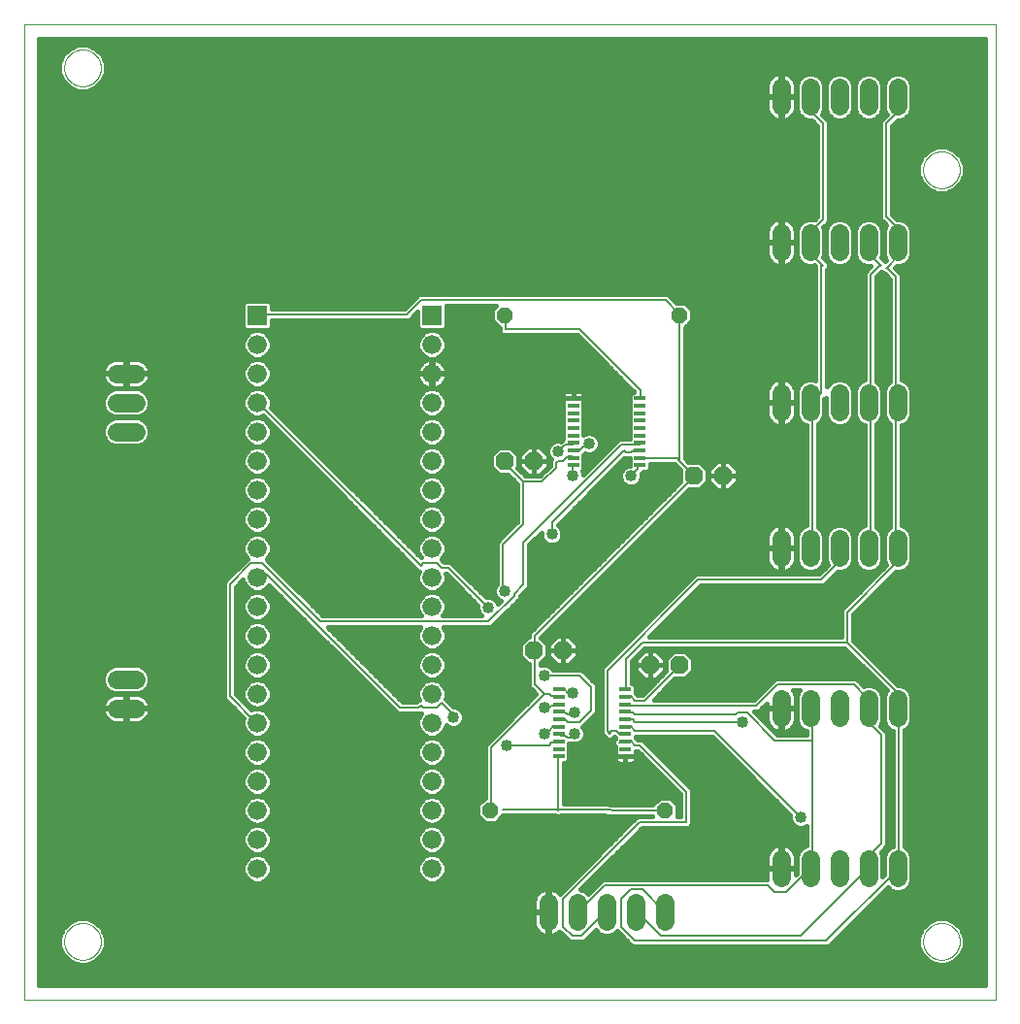
<source format=gtl>
G75*
%MOIN*%
%OFA0B0*%
%FSLAX25Y25*%
%IPPOS*%
%LPD*%
%AMOC8*
5,1,8,0,0,1.08239X$1,22.5*
%
%ADD10C,0.00000*%
%ADD11R,0.06600X0.06600*%
%ADD12C,0.06600*%
%ADD13R,0.03900X0.01200*%
%ADD14OC8,0.06300*%
%ADD15OC8,0.05600*%
%ADD16C,0.06400*%
%ADD17C,0.00800*%
%ADD18C,0.04000*%
%ADD19C,0.01600*%
D10*
X0001000Y0001000D02*
X0001000Y0335961D01*
X0334701Y0335961D01*
X0334701Y0001000D01*
X0001000Y0001000D01*
X0014701Y0021000D02*
X0014703Y0021158D01*
X0014709Y0021316D01*
X0014719Y0021474D01*
X0014733Y0021632D01*
X0014751Y0021789D01*
X0014772Y0021946D01*
X0014798Y0022102D01*
X0014828Y0022258D01*
X0014861Y0022413D01*
X0014899Y0022566D01*
X0014940Y0022719D01*
X0014985Y0022871D01*
X0015034Y0023022D01*
X0015087Y0023171D01*
X0015143Y0023319D01*
X0015203Y0023465D01*
X0015267Y0023610D01*
X0015335Y0023753D01*
X0015406Y0023895D01*
X0015480Y0024035D01*
X0015558Y0024172D01*
X0015640Y0024308D01*
X0015724Y0024442D01*
X0015813Y0024573D01*
X0015904Y0024702D01*
X0015999Y0024829D01*
X0016096Y0024954D01*
X0016197Y0025076D01*
X0016301Y0025195D01*
X0016408Y0025312D01*
X0016518Y0025426D01*
X0016631Y0025537D01*
X0016746Y0025646D01*
X0016864Y0025751D01*
X0016985Y0025853D01*
X0017108Y0025953D01*
X0017234Y0026049D01*
X0017362Y0026142D01*
X0017492Y0026232D01*
X0017625Y0026318D01*
X0017760Y0026402D01*
X0017896Y0026481D01*
X0018035Y0026558D01*
X0018176Y0026630D01*
X0018318Y0026700D01*
X0018462Y0026765D01*
X0018608Y0026827D01*
X0018755Y0026885D01*
X0018904Y0026940D01*
X0019054Y0026991D01*
X0019205Y0027038D01*
X0019357Y0027081D01*
X0019510Y0027120D01*
X0019665Y0027156D01*
X0019820Y0027187D01*
X0019976Y0027215D01*
X0020132Y0027239D01*
X0020289Y0027259D01*
X0020447Y0027275D01*
X0020604Y0027287D01*
X0020763Y0027295D01*
X0020921Y0027299D01*
X0021079Y0027299D01*
X0021237Y0027295D01*
X0021396Y0027287D01*
X0021553Y0027275D01*
X0021711Y0027259D01*
X0021868Y0027239D01*
X0022024Y0027215D01*
X0022180Y0027187D01*
X0022335Y0027156D01*
X0022490Y0027120D01*
X0022643Y0027081D01*
X0022795Y0027038D01*
X0022946Y0026991D01*
X0023096Y0026940D01*
X0023245Y0026885D01*
X0023392Y0026827D01*
X0023538Y0026765D01*
X0023682Y0026700D01*
X0023824Y0026630D01*
X0023965Y0026558D01*
X0024104Y0026481D01*
X0024240Y0026402D01*
X0024375Y0026318D01*
X0024508Y0026232D01*
X0024638Y0026142D01*
X0024766Y0026049D01*
X0024892Y0025953D01*
X0025015Y0025853D01*
X0025136Y0025751D01*
X0025254Y0025646D01*
X0025369Y0025537D01*
X0025482Y0025426D01*
X0025592Y0025312D01*
X0025699Y0025195D01*
X0025803Y0025076D01*
X0025904Y0024954D01*
X0026001Y0024829D01*
X0026096Y0024702D01*
X0026187Y0024573D01*
X0026276Y0024442D01*
X0026360Y0024308D01*
X0026442Y0024172D01*
X0026520Y0024035D01*
X0026594Y0023895D01*
X0026665Y0023753D01*
X0026733Y0023610D01*
X0026797Y0023465D01*
X0026857Y0023319D01*
X0026913Y0023171D01*
X0026966Y0023022D01*
X0027015Y0022871D01*
X0027060Y0022719D01*
X0027101Y0022566D01*
X0027139Y0022413D01*
X0027172Y0022258D01*
X0027202Y0022102D01*
X0027228Y0021946D01*
X0027249Y0021789D01*
X0027267Y0021632D01*
X0027281Y0021474D01*
X0027291Y0021316D01*
X0027297Y0021158D01*
X0027299Y0021000D01*
X0027297Y0020842D01*
X0027291Y0020684D01*
X0027281Y0020526D01*
X0027267Y0020368D01*
X0027249Y0020211D01*
X0027228Y0020054D01*
X0027202Y0019898D01*
X0027172Y0019742D01*
X0027139Y0019587D01*
X0027101Y0019434D01*
X0027060Y0019281D01*
X0027015Y0019129D01*
X0026966Y0018978D01*
X0026913Y0018829D01*
X0026857Y0018681D01*
X0026797Y0018535D01*
X0026733Y0018390D01*
X0026665Y0018247D01*
X0026594Y0018105D01*
X0026520Y0017965D01*
X0026442Y0017828D01*
X0026360Y0017692D01*
X0026276Y0017558D01*
X0026187Y0017427D01*
X0026096Y0017298D01*
X0026001Y0017171D01*
X0025904Y0017046D01*
X0025803Y0016924D01*
X0025699Y0016805D01*
X0025592Y0016688D01*
X0025482Y0016574D01*
X0025369Y0016463D01*
X0025254Y0016354D01*
X0025136Y0016249D01*
X0025015Y0016147D01*
X0024892Y0016047D01*
X0024766Y0015951D01*
X0024638Y0015858D01*
X0024508Y0015768D01*
X0024375Y0015682D01*
X0024240Y0015598D01*
X0024104Y0015519D01*
X0023965Y0015442D01*
X0023824Y0015370D01*
X0023682Y0015300D01*
X0023538Y0015235D01*
X0023392Y0015173D01*
X0023245Y0015115D01*
X0023096Y0015060D01*
X0022946Y0015009D01*
X0022795Y0014962D01*
X0022643Y0014919D01*
X0022490Y0014880D01*
X0022335Y0014844D01*
X0022180Y0014813D01*
X0022024Y0014785D01*
X0021868Y0014761D01*
X0021711Y0014741D01*
X0021553Y0014725D01*
X0021396Y0014713D01*
X0021237Y0014705D01*
X0021079Y0014701D01*
X0020921Y0014701D01*
X0020763Y0014705D01*
X0020604Y0014713D01*
X0020447Y0014725D01*
X0020289Y0014741D01*
X0020132Y0014761D01*
X0019976Y0014785D01*
X0019820Y0014813D01*
X0019665Y0014844D01*
X0019510Y0014880D01*
X0019357Y0014919D01*
X0019205Y0014962D01*
X0019054Y0015009D01*
X0018904Y0015060D01*
X0018755Y0015115D01*
X0018608Y0015173D01*
X0018462Y0015235D01*
X0018318Y0015300D01*
X0018176Y0015370D01*
X0018035Y0015442D01*
X0017896Y0015519D01*
X0017760Y0015598D01*
X0017625Y0015682D01*
X0017492Y0015768D01*
X0017362Y0015858D01*
X0017234Y0015951D01*
X0017108Y0016047D01*
X0016985Y0016147D01*
X0016864Y0016249D01*
X0016746Y0016354D01*
X0016631Y0016463D01*
X0016518Y0016574D01*
X0016408Y0016688D01*
X0016301Y0016805D01*
X0016197Y0016924D01*
X0016096Y0017046D01*
X0015999Y0017171D01*
X0015904Y0017298D01*
X0015813Y0017427D01*
X0015724Y0017558D01*
X0015640Y0017692D01*
X0015558Y0017828D01*
X0015480Y0017965D01*
X0015406Y0018105D01*
X0015335Y0018247D01*
X0015267Y0018390D01*
X0015203Y0018535D01*
X0015143Y0018681D01*
X0015087Y0018829D01*
X0015034Y0018978D01*
X0014985Y0019129D01*
X0014940Y0019281D01*
X0014899Y0019434D01*
X0014861Y0019587D01*
X0014828Y0019742D01*
X0014798Y0019898D01*
X0014772Y0020054D01*
X0014751Y0020211D01*
X0014733Y0020368D01*
X0014719Y0020526D01*
X0014709Y0020684D01*
X0014703Y0020842D01*
X0014701Y0021000D01*
X0014701Y0321000D02*
X0014703Y0321158D01*
X0014709Y0321316D01*
X0014719Y0321474D01*
X0014733Y0321632D01*
X0014751Y0321789D01*
X0014772Y0321946D01*
X0014798Y0322102D01*
X0014828Y0322258D01*
X0014861Y0322413D01*
X0014899Y0322566D01*
X0014940Y0322719D01*
X0014985Y0322871D01*
X0015034Y0323022D01*
X0015087Y0323171D01*
X0015143Y0323319D01*
X0015203Y0323465D01*
X0015267Y0323610D01*
X0015335Y0323753D01*
X0015406Y0323895D01*
X0015480Y0324035D01*
X0015558Y0324172D01*
X0015640Y0324308D01*
X0015724Y0324442D01*
X0015813Y0324573D01*
X0015904Y0324702D01*
X0015999Y0324829D01*
X0016096Y0324954D01*
X0016197Y0325076D01*
X0016301Y0325195D01*
X0016408Y0325312D01*
X0016518Y0325426D01*
X0016631Y0325537D01*
X0016746Y0325646D01*
X0016864Y0325751D01*
X0016985Y0325853D01*
X0017108Y0325953D01*
X0017234Y0326049D01*
X0017362Y0326142D01*
X0017492Y0326232D01*
X0017625Y0326318D01*
X0017760Y0326402D01*
X0017896Y0326481D01*
X0018035Y0326558D01*
X0018176Y0326630D01*
X0018318Y0326700D01*
X0018462Y0326765D01*
X0018608Y0326827D01*
X0018755Y0326885D01*
X0018904Y0326940D01*
X0019054Y0326991D01*
X0019205Y0327038D01*
X0019357Y0327081D01*
X0019510Y0327120D01*
X0019665Y0327156D01*
X0019820Y0327187D01*
X0019976Y0327215D01*
X0020132Y0327239D01*
X0020289Y0327259D01*
X0020447Y0327275D01*
X0020604Y0327287D01*
X0020763Y0327295D01*
X0020921Y0327299D01*
X0021079Y0327299D01*
X0021237Y0327295D01*
X0021396Y0327287D01*
X0021553Y0327275D01*
X0021711Y0327259D01*
X0021868Y0327239D01*
X0022024Y0327215D01*
X0022180Y0327187D01*
X0022335Y0327156D01*
X0022490Y0327120D01*
X0022643Y0327081D01*
X0022795Y0327038D01*
X0022946Y0326991D01*
X0023096Y0326940D01*
X0023245Y0326885D01*
X0023392Y0326827D01*
X0023538Y0326765D01*
X0023682Y0326700D01*
X0023824Y0326630D01*
X0023965Y0326558D01*
X0024104Y0326481D01*
X0024240Y0326402D01*
X0024375Y0326318D01*
X0024508Y0326232D01*
X0024638Y0326142D01*
X0024766Y0326049D01*
X0024892Y0325953D01*
X0025015Y0325853D01*
X0025136Y0325751D01*
X0025254Y0325646D01*
X0025369Y0325537D01*
X0025482Y0325426D01*
X0025592Y0325312D01*
X0025699Y0325195D01*
X0025803Y0325076D01*
X0025904Y0324954D01*
X0026001Y0324829D01*
X0026096Y0324702D01*
X0026187Y0324573D01*
X0026276Y0324442D01*
X0026360Y0324308D01*
X0026442Y0324172D01*
X0026520Y0324035D01*
X0026594Y0323895D01*
X0026665Y0323753D01*
X0026733Y0323610D01*
X0026797Y0323465D01*
X0026857Y0323319D01*
X0026913Y0323171D01*
X0026966Y0323022D01*
X0027015Y0322871D01*
X0027060Y0322719D01*
X0027101Y0322566D01*
X0027139Y0322413D01*
X0027172Y0322258D01*
X0027202Y0322102D01*
X0027228Y0321946D01*
X0027249Y0321789D01*
X0027267Y0321632D01*
X0027281Y0321474D01*
X0027291Y0321316D01*
X0027297Y0321158D01*
X0027299Y0321000D01*
X0027297Y0320842D01*
X0027291Y0320684D01*
X0027281Y0320526D01*
X0027267Y0320368D01*
X0027249Y0320211D01*
X0027228Y0320054D01*
X0027202Y0319898D01*
X0027172Y0319742D01*
X0027139Y0319587D01*
X0027101Y0319434D01*
X0027060Y0319281D01*
X0027015Y0319129D01*
X0026966Y0318978D01*
X0026913Y0318829D01*
X0026857Y0318681D01*
X0026797Y0318535D01*
X0026733Y0318390D01*
X0026665Y0318247D01*
X0026594Y0318105D01*
X0026520Y0317965D01*
X0026442Y0317828D01*
X0026360Y0317692D01*
X0026276Y0317558D01*
X0026187Y0317427D01*
X0026096Y0317298D01*
X0026001Y0317171D01*
X0025904Y0317046D01*
X0025803Y0316924D01*
X0025699Y0316805D01*
X0025592Y0316688D01*
X0025482Y0316574D01*
X0025369Y0316463D01*
X0025254Y0316354D01*
X0025136Y0316249D01*
X0025015Y0316147D01*
X0024892Y0316047D01*
X0024766Y0315951D01*
X0024638Y0315858D01*
X0024508Y0315768D01*
X0024375Y0315682D01*
X0024240Y0315598D01*
X0024104Y0315519D01*
X0023965Y0315442D01*
X0023824Y0315370D01*
X0023682Y0315300D01*
X0023538Y0315235D01*
X0023392Y0315173D01*
X0023245Y0315115D01*
X0023096Y0315060D01*
X0022946Y0315009D01*
X0022795Y0314962D01*
X0022643Y0314919D01*
X0022490Y0314880D01*
X0022335Y0314844D01*
X0022180Y0314813D01*
X0022024Y0314785D01*
X0021868Y0314761D01*
X0021711Y0314741D01*
X0021553Y0314725D01*
X0021396Y0314713D01*
X0021237Y0314705D01*
X0021079Y0314701D01*
X0020921Y0314701D01*
X0020763Y0314705D01*
X0020604Y0314713D01*
X0020447Y0314725D01*
X0020289Y0314741D01*
X0020132Y0314761D01*
X0019976Y0314785D01*
X0019820Y0314813D01*
X0019665Y0314844D01*
X0019510Y0314880D01*
X0019357Y0314919D01*
X0019205Y0314962D01*
X0019054Y0315009D01*
X0018904Y0315060D01*
X0018755Y0315115D01*
X0018608Y0315173D01*
X0018462Y0315235D01*
X0018318Y0315300D01*
X0018176Y0315370D01*
X0018035Y0315442D01*
X0017896Y0315519D01*
X0017760Y0315598D01*
X0017625Y0315682D01*
X0017492Y0315768D01*
X0017362Y0315858D01*
X0017234Y0315951D01*
X0017108Y0316047D01*
X0016985Y0316147D01*
X0016864Y0316249D01*
X0016746Y0316354D01*
X0016631Y0316463D01*
X0016518Y0316574D01*
X0016408Y0316688D01*
X0016301Y0316805D01*
X0016197Y0316924D01*
X0016096Y0317046D01*
X0015999Y0317171D01*
X0015904Y0317298D01*
X0015813Y0317427D01*
X0015724Y0317558D01*
X0015640Y0317692D01*
X0015558Y0317828D01*
X0015480Y0317965D01*
X0015406Y0318105D01*
X0015335Y0318247D01*
X0015267Y0318390D01*
X0015203Y0318535D01*
X0015143Y0318681D01*
X0015087Y0318829D01*
X0015034Y0318978D01*
X0014985Y0319129D01*
X0014940Y0319281D01*
X0014899Y0319434D01*
X0014861Y0319587D01*
X0014828Y0319742D01*
X0014798Y0319898D01*
X0014772Y0320054D01*
X0014751Y0320211D01*
X0014733Y0320368D01*
X0014719Y0320526D01*
X0014709Y0320684D01*
X0014703Y0320842D01*
X0014701Y0321000D01*
X0309701Y0286000D02*
X0309703Y0286158D01*
X0309709Y0286316D01*
X0309719Y0286474D01*
X0309733Y0286632D01*
X0309751Y0286789D01*
X0309772Y0286946D01*
X0309798Y0287102D01*
X0309828Y0287258D01*
X0309861Y0287413D01*
X0309899Y0287566D01*
X0309940Y0287719D01*
X0309985Y0287871D01*
X0310034Y0288022D01*
X0310087Y0288171D01*
X0310143Y0288319D01*
X0310203Y0288465D01*
X0310267Y0288610D01*
X0310335Y0288753D01*
X0310406Y0288895D01*
X0310480Y0289035D01*
X0310558Y0289172D01*
X0310640Y0289308D01*
X0310724Y0289442D01*
X0310813Y0289573D01*
X0310904Y0289702D01*
X0310999Y0289829D01*
X0311096Y0289954D01*
X0311197Y0290076D01*
X0311301Y0290195D01*
X0311408Y0290312D01*
X0311518Y0290426D01*
X0311631Y0290537D01*
X0311746Y0290646D01*
X0311864Y0290751D01*
X0311985Y0290853D01*
X0312108Y0290953D01*
X0312234Y0291049D01*
X0312362Y0291142D01*
X0312492Y0291232D01*
X0312625Y0291318D01*
X0312760Y0291402D01*
X0312896Y0291481D01*
X0313035Y0291558D01*
X0313176Y0291630D01*
X0313318Y0291700D01*
X0313462Y0291765D01*
X0313608Y0291827D01*
X0313755Y0291885D01*
X0313904Y0291940D01*
X0314054Y0291991D01*
X0314205Y0292038D01*
X0314357Y0292081D01*
X0314510Y0292120D01*
X0314665Y0292156D01*
X0314820Y0292187D01*
X0314976Y0292215D01*
X0315132Y0292239D01*
X0315289Y0292259D01*
X0315447Y0292275D01*
X0315604Y0292287D01*
X0315763Y0292295D01*
X0315921Y0292299D01*
X0316079Y0292299D01*
X0316237Y0292295D01*
X0316396Y0292287D01*
X0316553Y0292275D01*
X0316711Y0292259D01*
X0316868Y0292239D01*
X0317024Y0292215D01*
X0317180Y0292187D01*
X0317335Y0292156D01*
X0317490Y0292120D01*
X0317643Y0292081D01*
X0317795Y0292038D01*
X0317946Y0291991D01*
X0318096Y0291940D01*
X0318245Y0291885D01*
X0318392Y0291827D01*
X0318538Y0291765D01*
X0318682Y0291700D01*
X0318824Y0291630D01*
X0318965Y0291558D01*
X0319104Y0291481D01*
X0319240Y0291402D01*
X0319375Y0291318D01*
X0319508Y0291232D01*
X0319638Y0291142D01*
X0319766Y0291049D01*
X0319892Y0290953D01*
X0320015Y0290853D01*
X0320136Y0290751D01*
X0320254Y0290646D01*
X0320369Y0290537D01*
X0320482Y0290426D01*
X0320592Y0290312D01*
X0320699Y0290195D01*
X0320803Y0290076D01*
X0320904Y0289954D01*
X0321001Y0289829D01*
X0321096Y0289702D01*
X0321187Y0289573D01*
X0321276Y0289442D01*
X0321360Y0289308D01*
X0321442Y0289172D01*
X0321520Y0289035D01*
X0321594Y0288895D01*
X0321665Y0288753D01*
X0321733Y0288610D01*
X0321797Y0288465D01*
X0321857Y0288319D01*
X0321913Y0288171D01*
X0321966Y0288022D01*
X0322015Y0287871D01*
X0322060Y0287719D01*
X0322101Y0287566D01*
X0322139Y0287413D01*
X0322172Y0287258D01*
X0322202Y0287102D01*
X0322228Y0286946D01*
X0322249Y0286789D01*
X0322267Y0286632D01*
X0322281Y0286474D01*
X0322291Y0286316D01*
X0322297Y0286158D01*
X0322299Y0286000D01*
X0322297Y0285842D01*
X0322291Y0285684D01*
X0322281Y0285526D01*
X0322267Y0285368D01*
X0322249Y0285211D01*
X0322228Y0285054D01*
X0322202Y0284898D01*
X0322172Y0284742D01*
X0322139Y0284587D01*
X0322101Y0284434D01*
X0322060Y0284281D01*
X0322015Y0284129D01*
X0321966Y0283978D01*
X0321913Y0283829D01*
X0321857Y0283681D01*
X0321797Y0283535D01*
X0321733Y0283390D01*
X0321665Y0283247D01*
X0321594Y0283105D01*
X0321520Y0282965D01*
X0321442Y0282828D01*
X0321360Y0282692D01*
X0321276Y0282558D01*
X0321187Y0282427D01*
X0321096Y0282298D01*
X0321001Y0282171D01*
X0320904Y0282046D01*
X0320803Y0281924D01*
X0320699Y0281805D01*
X0320592Y0281688D01*
X0320482Y0281574D01*
X0320369Y0281463D01*
X0320254Y0281354D01*
X0320136Y0281249D01*
X0320015Y0281147D01*
X0319892Y0281047D01*
X0319766Y0280951D01*
X0319638Y0280858D01*
X0319508Y0280768D01*
X0319375Y0280682D01*
X0319240Y0280598D01*
X0319104Y0280519D01*
X0318965Y0280442D01*
X0318824Y0280370D01*
X0318682Y0280300D01*
X0318538Y0280235D01*
X0318392Y0280173D01*
X0318245Y0280115D01*
X0318096Y0280060D01*
X0317946Y0280009D01*
X0317795Y0279962D01*
X0317643Y0279919D01*
X0317490Y0279880D01*
X0317335Y0279844D01*
X0317180Y0279813D01*
X0317024Y0279785D01*
X0316868Y0279761D01*
X0316711Y0279741D01*
X0316553Y0279725D01*
X0316396Y0279713D01*
X0316237Y0279705D01*
X0316079Y0279701D01*
X0315921Y0279701D01*
X0315763Y0279705D01*
X0315604Y0279713D01*
X0315447Y0279725D01*
X0315289Y0279741D01*
X0315132Y0279761D01*
X0314976Y0279785D01*
X0314820Y0279813D01*
X0314665Y0279844D01*
X0314510Y0279880D01*
X0314357Y0279919D01*
X0314205Y0279962D01*
X0314054Y0280009D01*
X0313904Y0280060D01*
X0313755Y0280115D01*
X0313608Y0280173D01*
X0313462Y0280235D01*
X0313318Y0280300D01*
X0313176Y0280370D01*
X0313035Y0280442D01*
X0312896Y0280519D01*
X0312760Y0280598D01*
X0312625Y0280682D01*
X0312492Y0280768D01*
X0312362Y0280858D01*
X0312234Y0280951D01*
X0312108Y0281047D01*
X0311985Y0281147D01*
X0311864Y0281249D01*
X0311746Y0281354D01*
X0311631Y0281463D01*
X0311518Y0281574D01*
X0311408Y0281688D01*
X0311301Y0281805D01*
X0311197Y0281924D01*
X0311096Y0282046D01*
X0310999Y0282171D01*
X0310904Y0282298D01*
X0310813Y0282427D01*
X0310724Y0282558D01*
X0310640Y0282692D01*
X0310558Y0282828D01*
X0310480Y0282965D01*
X0310406Y0283105D01*
X0310335Y0283247D01*
X0310267Y0283390D01*
X0310203Y0283535D01*
X0310143Y0283681D01*
X0310087Y0283829D01*
X0310034Y0283978D01*
X0309985Y0284129D01*
X0309940Y0284281D01*
X0309899Y0284434D01*
X0309861Y0284587D01*
X0309828Y0284742D01*
X0309798Y0284898D01*
X0309772Y0285054D01*
X0309751Y0285211D01*
X0309733Y0285368D01*
X0309719Y0285526D01*
X0309709Y0285684D01*
X0309703Y0285842D01*
X0309701Y0286000D01*
X0309701Y0021000D02*
X0309703Y0021158D01*
X0309709Y0021316D01*
X0309719Y0021474D01*
X0309733Y0021632D01*
X0309751Y0021789D01*
X0309772Y0021946D01*
X0309798Y0022102D01*
X0309828Y0022258D01*
X0309861Y0022413D01*
X0309899Y0022566D01*
X0309940Y0022719D01*
X0309985Y0022871D01*
X0310034Y0023022D01*
X0310087Y0023171D01*
X0310143Y0023319D01*
X0310203Y0023465D01*
X0310267Y0023610D01*
X0310335Y0023753D01*
X0310406Y0023895D01*
X0310480Y0024035D01*
X0310558Y0024172D01*
X0310640Y0024308D01*
X0310724Y0024442D01*
X0310813Y0024573D01*
X0310904Y0024702D01*
X0310999Y0024829D01*
X0311096Y0024954D01*
X0311197Y0025076D01*
X0311301Y0025195D01*
X0311408Y0025312D01*
X0311518Y0025426D01*
X0311631Y0025537D01*
X0311746Y0025646D01*
X0311864Y0025751D01*
X0311985Y0025853D01*
X0312108Y0025953D01*
X0312234Y0026049D01*
X0312362Y0026142D01*
X0312492Y0026232D01*
X0312625Y0026318D01*
X0312760Y0026402D01*
X0312896Y0026481D01*
X0313035Y0026558D01*
X0313176Y0026630D01*
X0313318Y0026700D01*
X0313462Y0026765D01*
X0313608Y0026827D01*
X0313755Y0026885D01*
X0313904Y0026940D01*
X0314054Y0026991D01*
X0314205Y0027038D01*
X0314357Y0027081D01*
X0314510Y0027120D01*
X0314665Y0027156D01*
X0314820Y0027187D01*
X0314976Y0027215D01*
X0315132Y0027239D01*
X0315289Y0027259D01*
X0315447Y0027275D01*
X0315604Y0027287D01*
X0315763Y0027295D01*
X0315921Y0027299D01*
X0316079Y0027299D01*
X0316237Y0027295D01*
X0316396Y0027287D01*
X0316553Y0027275D01*
X0316711Y0027259D01*
X0316868Y0027239D01*
X0317024Y0027215D01*
X0317180Y0027187D01*
X0317335Y0027156D01*
X0317490Y0027120D01*
X0317643Y0027081D01*
X0317795Y0027038D01*
X0317946Y0026991D01*
X0318096Y0026940D01*
X0318245Y0026885D01*
X0318392Y0026827D01*
X0318538Y0026765D01*
X0318682Y0026700D01*
X0318824Y0026630D01*
X0318965Y0026558D01*
X0319104Y0026481D01*
X0319240Y0026402D01*
X0319375Y0026318D01*
X0319508Y0026232D01*
X0319638Y0026142D01*
X0319766Y0026049D01*
X0319892Y0025953D01*
X0320015Y0025853D01*
X0320136Y0025751D01*
X0320254Y0025646D01*
X0320369Y0025537D01*
X0320482Y0025426D01*
X0320592Y0025312D01*
X0320699Y0025195D01*
X0320803Y0025076D01*
X0320904Y0024954D01*
X0321001Y0024829D01*
X0321096Y0024702D01*
X0321187Y0024573D01*
X0321276Y0024442D01*
X0321360Y0024308D01*
X0321442Y0024172D01*
X0321520Y0024035D01*
X0321594Y0023895D01*
X0321665Y0023753D01*
X0321733Y0023610D01*
X0321797Y0023465D01*
X0321857Y0023319D01*
X0321913Y0023171D01*
X0321966Y0023022D01*
X0322015Y0022871D01*
X0322060Y0022719D01*
X0322101Y0022566D01*
X0322139Y0022413D01*
X0322172Y0022258D01*
X0322202Y0022102D01*
X0322228Y0021946D01*
X0322249Y0021789D01*
X0322267Y0021632D01*
X0322281Y0021474D01*
X0322291Y0021316D01*
X0322297Y0021158D01*
X0322299Y0021000D01*
X0322297Y0020842D01*
X0322291Y0020684D01*
X0322281Y0020526D01*
X0322267Y0020368D01*
X0322249Y0020211D01*
X0322228Y0020054D01*
X0322202Y0019898D01*
X0322172Y0019742D01*
X0322139Y0019587D01*
X0322101Y0019434D01*
X0322060Y0019281D01*
X0322015Y0019129D01*
X0321966Y0018978D01*
X0321913Y0018829D01*
X0321857Y0018681D01*
X0321797Y0018535D01*
X0321733Y0018390D01*
X0321665Y0018247D01*
X0321594Y0018105D01*
X0321520Y0017965D01*
X0321442Y0017828D01*
X0321360Y0017692D01*
X0321276Y0017558D01*
X0321187Y0017427D01*
X0321096Y0017298D01*
X0321001Y0017171D01*
X0320904Y0017046D01*
X0320803Y0016924D01*
X0320699Y0016805D01*
X0320592Y0016688D01*
X0320482Y0016574D01*
X0320369Y0016463D01*
X0320254Y0016354D01*
X0320136Y0016249D01*
X0320015Y0016147D01*
X0319892Y0016047D01*
X0319766Y0015951D01*
X0319638Y0015858D01*
X0319508Y0015768D01*
X0319375Y0015682D01*
X0319240Y0015598D01*
X0319104Y0015519D01*
X0318965Y0015442D01*
X0318824Y0015370D01*
X0318682Y0015300D01*
X0318538Y0015235D01*
X0318392Y0015173D01*
X0318245Y0015115D01*
X0318096Y0015060D01*
X0317946Y0015009D01*
X0317795Y0014962D01*
X0317643Y0014919D01*
X0317490Y0014880D01*
X0317335Y0014844D01*
X0317180Y0014813D01*
X0317024Y0014785D01*
X0316868Y0014761D01*
X0316711Y0014741D01*
X0316553Y0014725D01*
X0316396Y0014713D01*
X0316237Y0014705D01*
X0316079Y0014701D01*
X0315921Y0014701D01*
X0315763Y0014705D01*
X0315604Y0014713D01*
X0315447Y0014725D01*
X0315289Y0014741D01*
X0315132Y0014761D01*
X0314976Y0014785D01*
X0314820Y0014813D01*
X0314665Y0014844D01*
X0314510Y0014880D01*
X0314357Y0014919D01*
X0314205Y0014962D01*
X0314054Y0015009D01*
X0313904Y0015060D01*
X0313755Y0015115D01*
X0313608Y0015173D01*
X0313462Y0015235D01*
X0313318Y0015300D01*
X0313176Y0015370D01*
X0313035Y0015442D01*
X0312896Y0015519D01*
X0312760Y0015598D01*
X0312625Y0015682D01*
X0312492Y0015768D01*
X0312362Y0015858D01*
X0312234Y0015951D01*
X0312108Y0016047D01*
X0311985Y0016147D01*
X0311864Y0016249D01*
X0311746Y0016354D01*
X0311631Y0016463D01*
X0311518Y0016574D01*
X0311408Y0016688D01*
X0311301Y0016805D01*
X0311197Y0016924D01*
X0311096Y0017046D01*
X0310999Y0017171D01*
X0310904Y0017298D01*
X0310813Y0017427D01*
X0310724Y0017558D01*
X0310640Y0017692D01*
X0310558Y0017828D01*
X0310480Y0017965D01*
X0310406Y0018105D01*
X0310335Y0018247D01*
X0310267Y0018390D01*
X0310203Y0018535D01*
X0310143Y0018681D01*
X0310087Y0018829D01*
X0310034Y0018978D01*
X0309985Y0019129D01*
X0309940Y0019281D01*
X0309899Y0019434D01*
X0309861Y0019587D01*
X0309828Y0019742D01*
X0309798Y0019898D01*
X0309772Y0020054D01*
X0309751Y0020211D01*
X0309733Y0020368D01*
X0309719Y0020526D01*
X0309709Y0020684D01*
X0309703Y0020842D01*
X0309701Y0021000D01*
D11*
X0141000Y0236000D03*
X0081000Y0236000D03*
D12*
X0081000Y0226000D03*
X0081000Y0216000D03*
X0081000Y0206000D03*
X0081000Y0196000D03*
X0081000Y0186000D03*
X0081000Y0176000D03*
X0081000Y0166000D03*
X0081000Y0156000D03*
X0081000Y0146000D03*
X0081000Y0136000D03*
X0081000Y0126000D03*
X0081000Y0116000D03*
X0081000Y0106000D03*
X0081000Y0096000D03*
X0081000Y0086000D03*
X0081000Y0076000D03*
X0081000Y0066000D03*
X0081000Y0056000D03*
X0081000Y0046000D03*
X0141000Y0046000D03*
X0141000Y0056000D03*
X0141000Y0066000D03*
X0141000Y0076000D03*
X0141000Y0086000D03*
X0141000Y0096000D03*
X0141000Y0106000D03*
X0141000Y0116000D03*
X0141000Y0126000D03*
X0141000Y0136000D03*
X0141000Y0146000D03*
X0141000Y0156000D03*
X0141000Y0166000D03*
X0141000Y0176000D03*
X0141000Y0186000D03*
X0141000Y0196000D03*
X0141000Y0206000D03*
X0141000Y0216000D03*
X0141000Y0226000D03*
D13*
X0189513Y0207516D03*
X0189513Y0204957D03*
X0189513Y0202398D03*
X0189513Y0199839D03*
X0189513Y0197280D03*
X0189513Y0194720D03*
X0189513Y0192161D03*
X0189513Y0189602D03*
X0189513Y0187043D03*
X0189513Y0184484D03*
X0212487Y0184484D03*
X0212487Y0187043D03*
X0212487Y0189602D03*
X0212487Y0192161D03*
X0212487Y0194720D03*
X0212487Y0197280D03*
X0212487Y0199839D03*
X0212487Y0202398D03*
X0212487Y0204957D03*
X0212487Y0207516D03*
X0207487Y0107516D03*
X0207487Y0104957D03*
X0207487Y0102398D03*
X0207487Y0099839D03*
X0207487Y0097280D03*
X0207487Y0094720D03*
X0207487Y0092161D03*
X0207487Y0089602D03*
X0207487Y0087043D03*
X0207487Y0084484D03*
X0184513Y0084484D03*
X0184513Y0087043D03*
X0184513Y0089602D03*
X0184513Y0092161D03*
X0184513Y0094720D03*
X0184513Y0097280D03*
X0184513Y0099839D03*
X0184513Y0102398D03*
X0184513Y0104957D03*
X0184513Y0107516D03*
D14*
X0186000Y0121000D03*
X0176000Y0121000D03*
X0216000Y0116000D03*
X0226000Y0116000D03*
X0231000Y0181000D03*
X0241000Y0181000D03*
X0176000Y0186000D03*
X0166000Y0186000D03*
D15*
X0166000Y0236000D03*
X0226000Y0236000D03*
X0221000Y0066000D03*
X0161000Y0066000D03*
D16*
X0181000Y0034200D02*
X0181000Y0027800D01*
X0191000Y0027800D02*
X0191000Y0034200D01*
X0201000Y0034200D02*
X0201000Y0027800D01*
X0211000Y0027800D02*
X0211000Y0034200D01*
X0221000Y0034200D02*
X0221000Y0027800D01*
X0261000Y0042800D02*
X0261000Y0049200D01*
X0271000Y0049200D02*
X0271000Y0042800D01*
X0281000Y0042800D02*
X0281000Y0049200D01*
X0291000Y0049200D02*
X0291000Y0042800D01*
X0301000Y0042800D02*
X0301000Y0049200D01*
X0301000Y0097800D02*
X0301000Y0104200D01*
X0291000Y0104200D02*
X0291000Y0097800D01*
X0281000Y0097800D02*
X0281000Y0104200D01*
X0271000Y0104200D02*
X0271000Y0097800D01*
X0261000Y0097800D02*
X0261000Y0104200D01*
X0261000Y0152800D02*
X0261000Y0159200D01*
X0271000Y0159200D02*
X0271000Y0152800D01*
X0281000Y0152800D02*
X0281000Y0159200D01*
X0291000Y0159200D02*
X0291000Y0152800D01*
X0301000Y0152800D02*
X0301000Y0159200D01*
X0301000Y0202800D02*
X0301000Y0209200D01*
X0291000Y0209200D02*
X0291000Y0202800D01*
X0281000Y0202800D02*
X0281000Y0209200D01*
X0271000Y0209200D02*
X0271000Y0202800D01*
X0261000Y0202800D02*
X0261000Y0209200D01*
X0261000Y0257800D02*
X0261000Y0264200D01*
X0271000Y0264200D02*
X0271000Y0257800D01*
X0281000Y0257800D02*
X0281000Y0264200D01*
X0291000Y0264200D02*
X0291000Y0257800D01*
X0301000Y0257800D02*
X0301000Y0264200D01*
X0301000Y0307800D02*
X0301000Y0314200D01*
X0291000Y0314200D02*
X0291000Y0307800D01*
X0281000Y0307800D02*
X0281000Y0314200D01*
X0271000Y0314200D02*
X0271000Y0307800D01*
X0261000Y0307800D02*
X0261000Y0314200D01*
X0039200Y0216000D02*
X0032800Y0216000D01*
X0032800Y0206000D02*
X0039200Y0206000D01*
X0039200Y0196000D02*
X0032800Y0196000D01*
X0032800Y0111000D02*
X0039200Y0111000D01*
X0039200Y0101000D02*
X0032800Y0101000D01*
D17*
X0071600Y0105200D02*
X0080400Y0096400D01*
X0081000Y0096000D01*
X0071600Y0105200D02*
X0071600Y0143600D01*
X0078800Y0150800D01*
X0082800Y0150800D01*
X0102800Y0130800D01*
X0160400Y0130800D01*
X0169200Y0139600D01*
X0169200Y0140400D01*
X0172400Y0143600D01*
X0172400Y0158000D01*
X0206000Y0191600D01*
X0212400Y0191600D01*
X0212487Y0192161D01*
X0212487Y0189602D02*
X0211800Y0189600D01*
X0210200Y0189600D01*
X0209400Y0188800D01*
X0207800Y0188800D01*
X0207000Y0189600D01*
X0182200Y0164800D01*
X0182200Y0160800D01*
X0172400Y0164400D02*
X0165200Y0157200D01*
X0165200Y0142000D01*
X0166000Y0141200D01*
X0160400Y0135600D02*
X0146800Y0149200D01*
X0144400Y0149200D01*
X0142800Y0150800D01*
X0138000Y0150800D01*
X0137200Y0150000D01*
X0081200Y0206000D01*
X0081000Y0206000D01*
X0081000Y0236000D02*
X0081200Y0236400D01*
X0132400Y0236400D01*
X0137200Y0241200D01*
X0221200Y0241200D01*
X0226000Y0236400D01*
X0226000Y0236000D01*
X0226000Y0186000D01*
X0225200Y0186800D01*
X0213200Y0186800D01*
X0212487Y0187043D01*
X0212487Y0184484D02*
X0211800Y0184000D01*
X0211800Y0183200D01*
X0209400Y0180800D01*
X0195000Y0192000D02*
X0194200Y0191200D01*
X0193400Y0191200D01*
X0191800Y0189600D01*
X0190200Y0189600D01*
X0189513Y0189602D01*
X0189200Y0191600D02*
X0189513Y0192161D01*
X0189200Y0191600D02*
X0186800Y0191600D01*
X0184400Y0189200D01*
X0184400Y0186000D02*
X0183600Y0185200D01*
X0183600Y0183600D01*
X0178800Y0178800D01*
X0172400Y0178800D01*
X0172400Y0164400D01*
X0172400Y0178800D02*
X0166000Y0185200D01*
X0166000Y0186000D01*
X0184400Y0186000D02*
X0186000Y0186000D01*
X0187600Y0187600D01*
X0189200Y0187600D01*
X0189513Y0187043D01*
X0189513Y0184484D02*
X0189400Y0184000D01*
X0189400Y0180800D01*
X0212487Y0207516D02*
X0212600Y0208000D01*
X0212600Y0210400D01*
X0191800Y0231200D01*
X0166200Y0231200D01*
X0166000Y0236000D01*
X0226000Y0186000D02*
X0231000Y0181000D01*
X0230800Y0180400D01*
X0176400Y0126000D01*
X0176400Y0121200D01*
X0176000Y0121000D01*
X0176400Y0120400D01*
X0176400Y0109200D01*
X0179600Y0106000D01*
X0161200Y0087600D01*
X0161200Y0066000D01*
X0161000Y0066000D01*
X0165400Y0066400D02*
X0184402Y0066263D01*
X0184400Y0066000D01*
X0184400Y0084400D01*
X0184513Y0084484D01*
X0184600Y0084600D01*
X0184400Y0089200D02*
X0184513Y0089602D01*
X0184400Y0089200D02*
X0182000Y0089200D01*
X0181200Y0088400D01*
X0166800Y0088400D01*
X0179600Y0092400D02*
X0180400Y0093200D01*
X0181200Y0093200D01*
X0182800Y0094800D01*
X0184400Y0094800D01*
X0184513Y0094720D01*
X0184600Y0095000D01*
X0186200Y0095000D01*
X0187600Y0096400D02*
X0191600Y0096400D01*
X0195600Y0100400D01*
X0195600Y0108400D01*
X0191600Y0112400D01*
X0179600Y0112400D01*
X0179600Y0106000D02*
X0181200Y0106000D01*
X0182000Y0105200D01*
X0184400Y0105200D01*
X0184513Y0104957D01*
X0184513Y0107516D02*
X0184600Y0107800D01*
X0186200Y0107800D01*
X0187800Y0106200D01*
X0189400Y0106200D01*
X0184513Y0102398D02*
X0184400Y0102000D01*
X0182000Y0102000D01*
X0181200Y0101200D01*
X0179600Y0101200D01*
X0184513Y0099839D02*
X0185200Y0099600D01*
X0186800Y0099600D01*
X0187600Y0098800D01*
X0189200Y0098800D01*
X0190000Y0099600D01*
X0187600Y0096400D02*
X0186800Y0097200D01*
X0185200Y0097200D01*
X0184513Y0097280D01*
X0184513Y0092161D02*
X0185200Y0091600D01*
X0186800Y0091600D01*
X0187600Y0090800D01*
X0188400Y0090800D01*
X0190000Y0092400D01*
X0201200Y0093200D02*
X0201200Y0114000D01*
X0232400Y0145200D01*
X0274800Y0145200D01*
X0280400Y0150800D01*
X0280400Y0155600D01*
X0281000Y0156000D01*
X0271400Y0156000D02*
X0271000Y0156000D01*
X0271600Y0159600D01*
X0271600Y0206000D01*
X0271000Y0206000D01*
X0271600Y0206000D02*
X0274800Y0209200D01*
X0274800Y0253200D01*
X0275000Y0253400D01*
X0275400Y0253000D01*
X0275000Y0253400D02*
X0271400Y0257000D01*
X0271400Y0261000D01*
X0271000Y0261000D01*
X0271400Y0261000D02*
X0271400Y0265000D01*
X0275400Y0269000D01*
X0275400Y0301800D01*
X0271400Y0305800D01*
X0271400Y0310600D01*
X0271000Y0311000D01*
X0297000Y0301800D02*
X0301000Y0305800D01*
X0301000Y0311000D01*
X0297000Y0301800D02*
X0297000Y0269800D01*
X0301000Y0265800D01*
X0301000Y0261000D01*
X0301000Y0256200D01*
X0297200Y0252400D01*
X0300400Y0249200D01*
X0300400Y0206000D01*
X0301000Y0206000D01*
X0300400Y0206000D02*
X0300400Y0156400D01*
X0301000Y0156000D01*
X0300400Y0155600D01*
X0300400Y0150800D01*
X0283600Y0134000D01*
X0283600Y0123600D01*
X0213200Y0123600D01*
X0207600Y0118000D01*
X0207600Y0107600D01*
X0207487Y0107516D01*
X0207600Y0105200D02*
X0207487Y0104957D01*
X0207600Y0105200D02*
X0209200Y0105200D01*
X0210800Y0103600D01*
X0214000Y0103600D01*
X0226000Y0115600D01*
X0226000Y0116000D01*
X0210000Y0099600D02*
X0210800Y0098800D01*
X0245200Y0098800D01*
X0246000Y0099600D01*
X0249200Y0099600D01*
X0258800Y0090000D01*
X0271600Y0090000D01*
X0271600Y0046000D01*
X0271000Y0046000D01*
X0270800Y0046000D01*
X0262800Y0038000D01*
X0258800Y0038000D01*
X0256400Y0040400D01*
X0200400Y0040400D01*
X0191000Y0031000D01*
X0186000Y0035600D02*
X0212400Y0062000D01*
X0228400Y0062000D01*
X0228400Y0072400D01*
X0212400Y0088400D01*
X0210800Y0088400D01*
X0209200Y0090000D01*
X0207487Y0089602D01*
X0207600Y0089800D01*
X0209200Y0089800D01*
X0207487Y0089602D02*
X0207000Y0089400D01*
X0205400Y0089400D01*
X0205200Y0092400D02*
X0204400Y0093200D01*
X0202800Y0093200D01*
X0202000Y0092400D01*
X0201200Y0093200D01*
X0205200Y0092400D02*
X0206800Y0092400D01*
X0207487Y0092161D01*
X0207487Y0094720D02*
X0207600Y0094800D01*
X0209200Y0094800D01*
X0210800Y0093200D01*
X0238000Y0093200D01*
X0267600Y0063600D01*
X0291400Y0050600D02*
X0291400Y0046600D01*
X0291000Y0046000D01*
X0290800Y0046000D01*
X0267600Y0022800D01*
X0219600Y0022800D01*
X0211600Y0030800D01*
X0211000Y0031000D01*
X0206000Y0035600D02*
X0206000Y0026000D01*
X0210800Y0021200D01*
X0276400Y0021200D01*
X0301200Y0046000D01*
X0301000Y0046000D01*
X0301200Y0046000D02*
X0301200Y0100400D01*
X0301000Y0101000D01*
X0300400Y0101200D01*
X0300400Y0106800D01*
X0283600Y0123600D01*
X0286000Y0109200D02*
X0290800Y0104400D01*
X0291000Y0101000D01*
X0291400Y0100600D01*
X0291400Y0095800D01*
X0295400Y0091800D01*
X0295400Y0054600D01*
X0291400Y0050600D01*
X0271600Y0090000D02*
X0271600Y0100400D01*
X0271000Y0101000D01*
X0259600Y0109200D02*
X0286000Y0109200D01*
X0290600Y0104600D02*
X0290600Y0101400D01*
X0291000Y0101000D01*
X0259600Y0109200D02*
X0252400Y0102000D01*
X0207600Y0102000D01*
X0207487Y0102398D01*
X0207600Y0102600D01*
X0207487Y0102398D02*
X0207800Y0102200D01*
X0206800Y0100200D02*
X0207487Y0099839D01*
X0207600Y0099600D01*
X0210000Y0099600D01*
X0210000Y0097200D02*
X0207600Y0097200D01*
X0207487Y0097280D01*
X0207800Y0097400D01*
X0210000Y0097200D02*
X0210800Y0096400D01*
X0247600Y0096400D01*
X0221000Y0066000D02*
X0184402Y0066263D01*
X0209200Y0038800D02*
X0206000Y0035600D01*
X0209200Y0038800D02*
X0213200Y0038800D01*
X0221000Y0031000D01*
X0201000Y0031000D02*
X0200400Y0030800D01*
X0192400Y0022800D01*
X0189200Y0022800D01*
X0186000Y0026000D01*
X0186000Y0035600D01*
X0148400Y0098000D02*
X0148400Y0098800D01*
X0144400Y0102800D01*
X0142800Y0101200D01*
X0138000Y0101200D01*
X0137200Y0102000D01*
X0136400Y0101200D01*
X0130000Y0101200D01*
X0084400Y0146800D01*
X0082000Y0146800D01*
X0081200Y0146000D01*
X0081000Y0146000D01*
X0081000Y0056000D02*
X0083000Y0056000D01*
X0271400Y0156000D02*
X0271400Y0160000D01*
X0291000Y0156000D02*
X0291600Y0156400D01*
X0291600Y0206000D01*
X0291000Y0206000D01*
X0291600Y0206000D02*
X0291600Y0250000D01*
X0295000Y0253400D01*
X0295400Y0253000D01*
X0295000Y0253400D02*
X0291400Y0257000D01*
X0291400Y0261000D01*
X0291000Y0261000D01*
X0297200Y0252400D02*
X0297000Y0252200D01*
D18*
X0209400Y0180800D03*
X0195000Y0192000D03*
X0189400Y0180800D03*
X0184400Y0189200D03*
X0182200Y0160800D03*
X0166000Y0141200D03*
X0160400Y0135600D03*
X0179600Y0112400D03*
X0179600Y0101200D03*
X0179600Y0092400D03*
X0190000Y0092400D03*
X0190000Y0099600D03*
X0189400Y0106200D03*
X0166800Y0088400D03*
X0148400Y0098000D03*
X0247600Y0096400D03*
X0267600Y0063600D03*
D19*
X0264942Y0061167D02*
X0230396Y0061167D01*
X0230400Y0061172D02*
X0230400Y0073228D01*
X0229228Y0074400D01*
X0213228Y0090400D01*
X0211628Y0090400D01*
X0211037Y0090991D01*
X0211037Y0091200D01*
X0237172Y0091200D01*
X0264016Y0064355D01*
X0264000Y0064316D01*
X0264000Y0062884D01*
X0264548Y0061561D01*
X0265561Y0060548D01*
X0266884Y0060000D01*
X0268316Y0060000D01*
X0269600Y0060532D01*
X0269600Y0053816D01*
X0268281Y0053269D01*
X0266931Y0051919D01*
X0266200Y0050155D01*
X0266200Y0044228D01*
X0266000Y0044028D01*
X0266000Y0045800D01*
X0261200Y0045800D01*
X0261200Y0046200D01*
X0260800Y0046200D01*
X0260800Y0054200D01*
X0260606Y0054200D01*
X0259829Y0054077D01*
X0259081Y0053834D01*
X0258379Y0053476D01*
X0257743Y0053014D01*
X0257186Y0052457D01*
X0256724Y0051821D01*
X0256366Y0051119D01*
X0256123Y0050371D01*
X0256000Y0049594D01*
X0256000Y0046200D01*
X0260800Y0046200D01*
X0260800Y0045800D01*
X0256000Y0045800D01*
X0256000Y0042406D01*
X0256001Y0042400D01*
X0199572Y0042400D01*
X0194580Y0037408D01*
X0193719Y0038269D01*
X0192148Y0038920D01*
X0213228Y0060000D01*
X0229228Y0060000D01*
X0230400Y0061172D01*
X0230400Y0062766D02*
X0264049Y0062766D01*
X0264007Y0064364D02*
X0230400Y0064364D01*
X0230400Y0065963D02*
X0262409Y0065963D01*
X0260810Y0067561D02*
X0230400Y0067561D01*
X0230400Y0069160D02*
X0259212Y0069160D01*
X0257613Y0070758D02*
X0230400Y0070758D01*
X0230400Y0072357D02*
X0256015Y0072357D01*
X0254416Y0073955D02*
X0229673Y0073955D01*
X0228075Y0075554D02*
X0252818Y0075554D01*
X0251219Y0077152D02*
X0226476Y0077152D01*
X0224878Y0078751D02*
X0249621Y0078751D01*
X0248022Y0080349D02*
X0223279Y0080349D01*
X0221681Y0081948D02*
X0246424Y0081948D01*
X0244825Y0083546D02*
X0220082Y0083546D01*
X0218483Y0085145D02*
X0243227Y0085145D01*
X0241628Y0086743D02*
X0216885Y0086743D01*
X0215286Y0088342D02*
X0240030Y0088342D01*
X0238431Y0089940D02*
X0213688Y0089940D01*
X0211572Y0086400D02*
X0211037Y0086400D01*
X0211037Y0085913D01*
X0211115Y0085779D01*
X0211237Y0085321D01*
X0211237Y0084484D01*
X0207488Y0084484D01*
X0207488Y0084484D01*
X0211237Y0084484D01*
X0211237Y0083647D01*
X0211115Y0083189D01*
X0210878Y0082779D01*
X0210543Y0082444D01*
X0210132Y0082207D01*
X0209674Y0082084D01*
X0207487Y0082084D01*
X0207487Y0084484D01*
X0203737Y0084484D01*
X0203737Y0083647D01*
X0203860Y0083189D01*
X0204097Y0082779D01*
X0204432Y0082444D01*
X0204843Y0082207D01*
X0205300Y0082084D01*
X0207487Y0082084D01*
X0207487Y0084484D01*
X0207487Y0084484D01*
X0207487Y0084484D01*
X0203737Y0084484D01*
X0203737Y0085321D01*
X0203860Y0085779D01*
X0203937Y0085913D01*
X0203937Y0088034D01*
X0203400Y0088572D01*
X0203400Y0090228D01*
X0203937Y0090766D01*
X0203937Y0090834D01*
X0203600Y0091172D01*
X0202828Y0090400D01*
X0201172Y0090400D01*
X0200372Y0091200D01*
X0199200Y0092372D01*
X0199200Y0114828D01*
X0230400Y0146028D01*
X0231572Y0147200D01*
X0273972Y0147200D01*
X0276908Y0150136D01*
X0276200Y0151845D01*
X0276200Y0160155D01*
X0276931Y0161919D01*
X0278281Y0163269D01*
X0280045Y0164000D01*
X0281955Y0164000D01*
X0283719Y0163269D01*
X0285069Y0161919D01*
X0285800Y0160155D01*
X0285800Y0151845D01*
X0285069Y0150081D01*
X0283719Y0148731D01*
X0281955Y0148000D01*
X0280428Y0148000D01*
X0275628Y0143200D01*
X0233228Y0143200D01*
X0215628Y0125600D01*
X0281600Y0125600D01*
X0281600Y0134828D01*
X0296908Y0150136D01*
X0296200Y0151845D01*
X0296200Y0160155D01*
X0296931Y0161919D01*
X0298281Y0163269D01*
X0298400Y0163319D01*
X0298400Y0198681D01*
X0298281Y0198731D01*
X0296931Y0200081D01*
X0296200Y0201845D01*
X0296200Y0210155D01*
X0296931Y0211919D01*
X0298281Y0213269D01*
X0298400Y0213319D01*
X0298400Y0248372D01*
X0296572Y0250200D01*
X0296172Y0250200D01*
X0295400Y0250972D01*
X0293600Y0249172D01*
X0293600Y0213319D01*
X0293719Y0213269D01*
X0295069Y0211919D01*
X0295800Y0210155D01*
X0295800Y0201845D01*
X0295069Y0200081D01*
X0293719Y0198731D01*
X0293600Y0198681D01*
X0293600Y0163319D01*
X0293719Y0163269D01*
X0295069Y0161919D01*
X0295800Y0160155D01*
X0295800Y0151845D01*
X0295069Y0150081D01*
X0293719Y0148731D01*
X0291955Y0148000D01*
X0290045Y0148000D01*
X0288281Y0148731D01*
X0286931Y0150081D01*
X0286200Y0151845D01*
X0286200Y0160155D01*
X0286931Y0161919D01*
X0288281Y0163269D01*
X0289600Y0163816D01*
X0289600Y0198184D01*
X0288281Y0198731D01*
X0286931Y0200081D01*
X0286200Y0201845D01*
X0286200Y0210155D01*
X0286931Y0211919D01*
X0288281Y0213269D01*
X0289600Y0213816D01*
X0289600Y0250828D01*
X0291772Y0253000D01*
X0290045Y0253000D01*
X0288281Y0253731D01*
X0286931Y0255081D01*
X0286200Y0256845D01*
X0286200Y0265155D01*
X0286931Y0266919D01*
X0288281Y0268269D01*
X0290045Y0269000D01*
X0291955Y0269000D01*
X0293719Y0268269D01*
X0295069Y0266919D01*
X0295800Y0265155D01*
X0295800Y0256845D01*
X0295385Y0255843D01*
X0295828Y0255400D01*
X0295828Y0255400D01*
X0296600Y0254628D01*
X0296992Y0255020D01*
X0296931Y0255081D01*
X0296200Y0256845D01*
X0296200Y0265155D01*
X0296931Y0266919D01*
X0296992Y0266980D01*
X0296172Y0267800D01*
X0295000Y0268972D01*
X0295000Y0302628D01*
X0297192Y0304820D01*
X0296931Y0305081D01*
X0296200Y0306845D01*
X0296200Y0315155D01*
X0296931Y0316919D01*
X0298281Y0318269D01*
X0300045Y0319000D01*
X0301955Y0319000D01*
X0303719Y0318269D01*
X0305069Y0316919D01*
X0305800Y0315155D01*
X0305800Y0306845D01*
X0305069Y0305081D01*
X0303719Y0303731D01*
X0301955Y0303000D01*
X0301028Y0303000D01*
X0299000Y0300972D01*
X0299000Y0270628D01*
X0300628Y0269000D01*
X0301955Y0269000D01*
X0303719Y0268269D01*
X0305069Y0266919D01*
X0305800Y0265155D01*
X0305800Y0256845D01*
X0305069Y0255081D01*
X0303719Y0253731D01*
X0301955Y0253000D01*
X0300628Y0253000D01*
X0300028Y0252400D01*
X0302400Y0250028D01*
X0302400Y0213816D01*
X0303719Y0213269D01*
X0305069Y0211919D01*
X0305800Y0210155D01*
X0305800Y0201845D01*
X0305069Y0200081D01*
X0303719Y0198731D01*
X0302400Y0198184D01*
X0302400Y0163816D01*
X0303719Y0163269D01*
X0305069Y0161919D01*
X0305800Y0160155D01*
X0305800Y0151845D01*
X0305069Y0150081D01*
X0303719Y0148731D01*
X0301955Y0148000D01*
X0300428Y0148000D01*
X0285600Y0133172D01*
X0285600Y0124428D01*
X0301028Y0109000D01*
X0301955Y0109000D01*
X0303719Y0108269D01*
X0305069Y0106919D01*
X0305800Y0105155D01*
X0305800Y0096845D01*
X0305069Y0095081D01*
X0303719Y0093731D01*
X0303200Y0093516D01*
X0303200Y0053484D01*
X0303719Y0053269D01*
X0305069Y0051919D01*
X0305800Y0050155D01*
X0305800Y0041845D01*
X0305069Y0040081D01*
X0303719Y0038731D01*
X0301955Y0038000D01*
X0300045Y0038000D01*
X0298281Y0038731D01*
X0297520Y0039492D01*
X0278400Y0020372D01*
X0278400Y0020372D01*
X0277228Y0019200D01*
X0209972Y0019200D01*
X0208800Y0020372D01*
X0204580Y0024592D01*
X0203719Y0023731D01*
X0201955Y0023000D01*
X0200045Y0023000D01*
X0198281Y0023731D01*
X0197220Y0024792D01*
X0194400Y0021972D01*
X0193228Y0020800D01*
X0188372Y0020800D01*
X0185172Y0024000D01*
X0184721Y0024450D01*
X0184257Y0023986D01*
X0183621Y0023524D01*
X0182919Y0023166D01*
X0182171Y0022923D01*
X0181394Y0022800D01*
X0181200Y0022800D01*
X0181200Y0030800D01*
X0180800Y0030800D01*
X0180800Y0022800D01*
X0180606Y0022800D01*
X0179829Y0022923D01*
X0179081Y0023166D01*
X0178379Y0023524D01*
X0177743Y0023986D01*
X0177186Y0024543D01*
X0176724Y0025179D01*
X0176366Y0025881D01*
X0176123Y0026629D01*
X0176000Y0027406D01*
X0176000Y0030800D01*
X0180800Y0030800D01*
X0180800Y0031200D01*
X0180800Y0039200D01*
X0180606Y0039200D01*
X0179829Y0039077D01*
X0179081Y0038834D01*
X0178379Y0038476D01*
X0177743Y0038014D01*
X0177186Y0037457D01*
X0176724Y0036821D01*
X0176366Y0036119D01*
X0176123Y0035371D01*
X0176000Y0034594D01*
X0176000Y0031200D01*
X0180800Y0031200D01*
X0181200Y0031200D01*
X0181200Y0039200D01*
X0181394Y0039200D01*
X0182171Y0039077D01*
X0182919Y0038834D01*
X0183621Y0038476D01*
X0184257Y0038014D01*
X0184814Y0037457D01*
X0184904Y0037333D01*
X0210400Y0062828D01*
X0211572Y0064000D01*
X0216777Y0064000D01*
X0216747Y0064031D01*
X0185484Y0064255D01*
X0185228Y0064000D01*
X0185220Y0064000D01*
X0185214Y0063994D01*
X0184394Y0064000D01*
X0183572Y0064000D01*
X0183566Y0064006D01*
X0183557Y0064006D01*
X0183296Y0064271D01*
X0165400Y0064400D01*
X0165400Y0064177D01*
X0162823Y0061600D01*
X0159177Y0061600D01*
X0156600Y0064177D01*
X0156600Y0067823D01*
X0159177Y0070400D01*
X0159200Y0070400D01*
X0159200Y0088428D01*
X0176772Y0106000D01*
X0175572Y0107200D01*
X0174400Y0108372D01*
X0174400Y0116250D01*
X0174032Y0116250D01*
X0171250Y0119032D01*
X0171250Y0122968D01*
X0174032Y0125750D01*
X0174400Y0125750D01*
X0174400Y0126828D01*
X0226427Y0178855D01*
X0226250Y0179032D01*
X0226250Y0182922D01*
X0225172Y0184000D01*
X0224372Y0184800D01*
X0216037Y0184800D01*
X0216037Y0183222D01*
X0215100Y0182284D01*
X0213713Y0182284D01*
X0212984Y0181555D01*
X0213000Y0181516D01*
X0213000Y0180084D01*
X0212452Y0178761D01*
X0211439Y0177748D01*
X0210116Y0177200D01*
X0208684Y0177200D01*
X0207361Y0177748D01*
X0206348Y0178761D01*
X0205800Y0180084D01*
X0205800Y0181516D01*
X0206348Y0182839D01*
X0207361Y0183852D01*
X0208684Y0184400D01*
X0208937Y0184400D01*
X0208937Y0185747D01*
X0208954Y0185764D01*
X0208937Y0185781D01*
X0208937Y0186800D01*
X0207028Y0186800D01*
X0184200Y0163972D01*
X0184200Y0163868D01*
X0184239Y0163852D01*
X0185252Y0162839D01*
X0185800Y0161516D01*
X0185800Y0160084D01*
X0185252Y0158761D01*
X0184239Y0157748D01*
X0182916Y0157200D01*
X0181484Y0157200D01*
X0180161Y0157748D01*
X0179148Y0158761D01*
X0178600Y0160084D01*
X0178600Y0161372D01*
X0174400Y0157172D01*
X0174400Y0142772D01*
X0171200Y0139572D01*
X0171200Y0138772D01*
X0162400Y0129972D01*
X0161228Y0128800D01*
X0145130Y0128800D01*
X0145154Y0128776D01*
X0145900Y0126975D01*
X0145900Y0125025D01*
X0145154Y0123224D01*
X0143776Y0121846D01*
X0141975Y0121100D01*
X0140025Y0121100D01*
X0138224Y0121846D01*
X0136846Y0123224D01*
X0136100Y0125025D01*
X0136100Y0126975D01*
X0136846Y0128776D01*
X0136870Y0128800D01*
X0105228Y0128800D01*
X0130828Y0103200D01*
X0135572Y0103200D01*
X0136372Y0104000D01*
X0136525Y0104000D01*
X0136100Y0105025D01*
X0136100Y0106975D01*
X0136846Y0108776D01*
X0138224Y0110154D01*
X0140025Y0110900D01*
X0141975Y0110900D01*
X0143776Y0110154D01*
X0145154Y0108776D01*
X0145900Y0106975D01*
X0145900Y0105025D01*
X0145637Y0104391D01*
X0146400Y0103628D01*
X0148428Y0101600D01*
X0149116Y0101600D01*
X0150439Y0101052D01*
X0151452Y0100039D01*
X0152000Y0098716D01*
X0152000Y0097284D01*
X0151452Y0095961D01*
X0150439Y0094948D01*
X0149116Y0094400D01*
X0147684Y0094400D01*
X0146361Y0094948D01*
X0145900Y0095409D01*
X0145900Y0095025D01*
X0145154Y0093224D01*
X0143776Y0091846D01*
X0141975Y0091100D01*
X0140025Y0091100D01*
X0138224Y0091846D01*
X0136846Y0093224D01*
X0136100Y0095025D01*
X0136100Y0096975D01*
X0136846Y0098776D01*
X0137270Y0099200D01*
X0129172Y0099200D01*
X0085151Y0143221D01*
X0083776Y0141846D01*
X0081975Y0141100D01*
X0080025Y0141100D01*
X0078224Y0141846D01*
X0076846Y0143224D01*
X0076100Y0145025D01*
X0076100Y0145272D01*
X0073600Y0142772D01*
X0073600Y0106028D01*
X0079108Y0100520D01*
X0080025Y0100900D01*
X0081975Y0100900D01*
X0083776Y0100154D01*
X0085154Y0098776D01*
X0085900Y0096975D01*
X0085900Y0095025D01*
X0085154Y0093224D01*
X0083776Y0091846D01*
X0081975Y0091100D01*
X0080025Y0091100D01*
X0078224Y0091846D01*
X0076846Y0093224D01*
X0076100Y0095025D01*
X0076100Y0096975D01*
X0076363Y0097609D01*
X0069600Y0104372D01*
X0069600Y0144428D01*
X0070772Y0145600D01*
X0077621Y0152449D01*
X0076846Y0153224D01*
X0076100Y0155025D01*
X0076100Y0156975D01*
X0076846Y0158776D01*
X0078224Y0160154D01*
X0080025Y0160900D01*
X0081975Y0160900D01*
X0083776Y0160154D01*
X0085154Y0158776D01*
X0085900Y0156975D01*
X0085900Y0155025D01*
X0085154Y0153224D01*
X0084179Y0152249D01*
X0084800Y0151628D01*
X0103628Y0132800D01*
X0137270Y0132800D01*
X0136846Y0133224D01*
X0136100Y0135025D01*
X0136100Y0136975D01*
X0136846Y0138776D01*
X0138224Y0140154D01*
X0140025Y0140900D01*
X0141975Y0140900D01*
X0143776Y0140154D01*
X0145154Y0138776D01*
X0145900Y0136975D01*
X0145900Y0135025D01*
X0145154Y0133224D01*
X0144730Y0132800D01*
X0158109Y0132800D01*
X0157348Y0133561D01*
X0156800Y0134884D01*
X0156800Y0136316D01*
X0156816Y0136355D01*
X0145972Y0147200D01*
X0145807Y0147200D01*
X0145900Y0146975D01*
X0145900Y0145025D01*
X0145154Y0143224D01*
X0143776Y0141846D01*
X0141975Y0141100D01*
X0140025Y0141100D01*
X0138224Y0141846D01*
X0136846Y0143224D01*
X0136100Y0145025D01*
X0136100Y0146975D01*
X0136525Y0148000D01*
X0136372Y0148000D01*
X0082892Y0201480D01*
X0081975Y0201100D01*
X0080025Y0201100D01*
X0078224Y0201846D01*
X0076846Y0203224D01*
X0076100Y0205025D01*
X0076100Y0206975D01*
X0076846Y0208776D01*
X0078224Y0210154D01*
X0080025Y0210900D01*
X0081975Y0210900D01*
X0083776Y0210154D01*
X0085154Y0208776D01*
X0085900Y0206975D01*
X0085900Y0205025D01*
X0085637Y0204391D01*
X0137228Y0152800D01*
X0137270Y0152800D01*
X0136846Y0153224D01*
X0136100Y0155025D01*
X0136100Y0156975D01*
X0136846Y0158776D01*
X0138224Y0160154D01*
X0140025Y0160900D01*
X0141975Y0160900D01*
X0143776Y0160154D01*
X0145154Y0158776D01*
X0145900Y0156975D01*
X0145900Y0155025D01*
X0145154Y0153224D01*
X0144179Y0152249D01*
X0144800Y0151628D01*
X0145228Y0151200D01*
X0147628Y0151200D01*
X0148800Y0150028D01*
X0159645Y0139184D01*
X0159684Y0139200D01*
X0161116Y0139200D01*
X0162439Y0138652D01*
X0163452Y0137639D01*
X0163733Y0136961D01*
X0164639Y0137867D01*
X0163961Y0138148D01*
X0162948Y0139161D01*
X0162400Y0140484D01*
X0162400Y0141916D01*
X0162948Y0143239D01*
X0163200Y0143491D01*
X0163200Y0158028D01*
X0164372Y0159200D01*
X0170400Y0165228D01*
X0170400Y0177972D01*
X0167122Y0181250D01*
X0164032Y0181250D01*
X0161250Y0184032D01*
X0161250Y0187968D01*
X0164032Y0190750D01*
X0167968Y0190750D01*
X0170750Y0187968D01*
X0170750Y0184032D01*
X0170373Y0183655D01*
X0173228Y0180800D01*
X0177972Y0180800D01*
X0181600Y0184428D01*
X0181600Y0186028D01*
X0182040Y0186469D01*
X0181348Y0187161D01*
X0180800Y0188484D01*
X0180800Y0189916D01*
X0181348Y0191239D01*
X0182361Y0192252D01*
X0183684Y0192800D01*
X0185116Y0192800D01*
X0185155Y0192784D01*
X0185963Y0193591D01*
X0185963Y0195983D01*
X0185979Y0196000D01*
X0185963Y0196017D01*
X0185963Y0198542D01*
X0185979Y0198559D01*
X0185963Y0198576D01*
X0185963Y0201101D01*
X0185979Y0201118D01*
X0185963Y0201135D01*
X0185963Y0203660D01*
X0185979Y0203677D01*
X0185963Y0203694D01*
X0185963Y0206087D01*
X0185885Y0206221D01*
X0185763Y0206679D01*
X0185763Y0207516D01*
X0189512Y0207516D01*
X0189512Y0207516D01*
X0189513Y0207516D02*
X0189513Y0209916D01*
X0189513Y0207516D01*
X0193263Y0207516D01*
X0193263Y0208353D01*
X0193140Y0208811D01*
X0192903Y0209221D01*
X0192568Y0209556D01*
X0192157Y0209793D01*
X0191700Y0209916D01*
X0189513Y0209916D01*
X0187326Y0209916D01*
X0186868Y0209793D01*
X0186457Y0209556D01*
X0186122Y0209221D01*
X0185885Y0208811D01*
X0185763Y0208353D01*
X0185763Y0207516D01*
X0189512Y0207516D01*
X0189513Y0207516D02*
X0189513Y0207516D01*
X0189513Y0207516D01*
X0193263Y0207516D01*
X0193263Y0206679D01*
X0193140Y0206221D01*
X0193063Y0206087D01*
X0193063Y0203694D01*
X0193046Y0203677D01*
X0193063Y0203660D01*
X0193063Y0201135D01*
X0193046Y0201118D01*
X0193063Y0201101D01*
X0193063Y0198576D01*
X0193046Y0198559D01*
X0193063Y0198542D01*
X0193063Y0196017D01*
X0193046Y0196000D01*
X0193063Y0195983D01*
X0193063Y0195094D01*
X0194284Y0195600D01*
X0195716Y0195600D01*
X0197039Y0195052D01*
X0198052Y0194039D01*
X0198600Y0192716D01*
X0198600Y0191284D01*
X0198052Y0189961D01*
X0197039Y0188948D01*
X0195716Y0188400D01*
X0194284Y0188400D01*
X0193679Y0188651D01*
X0193063Y0188034D01*
X0193063Y0185781D01*
X0193046Y0185764D01*
X0193063Y0185747D01*
X0193063Y0183222D01*
X0192519Y0182678D01*
X0193000Y0181516D01*
X0193000Y0181428D01*
X0204000Y0192428D01*
X0204000Y0192428D01*
X0205172Y0193600D01*
X0208937Y0193600D01*
X0208937Y0195983D01*
X0208954Y0196000D01*
X0208937Y0196017D01*
X0208937Y0198542D01*
X0208954Y0198559D01*
X0208937Y0198576D01*
X0208937Y0201101D01*
X0208954Y0201118D01*
X0208937Y0201135D01*
X0208937Y0203660D01*
X0208954Y0203677D01*
X0208937Y0203694D01*
X0208937Y0206219D01*
X0208954Y0206236D01*
X0208937Y0206253D01*
X0208937Y0208778D01*
X0209875Y0209716D01*
X0210456Y0209716D01*
X0190972Y0229200D01*
X0166242Y0229200D01*
X0165456Y0229167D01*
X0165420Y0229200D01*
X0165372Y0229200D01*
X0164815Y0229756D01*
X0164236Y0230289D01*
X0164234Y0230337D01*
X0164200Y0230372D01*
X0164200Y0231158D01*
X0164182Y0231600D01*
X0164177Y0231600D01*
X0161600Y0234177D01*
X0161600Y0237823D01*
X0162977Y0239200D01*
X0145900Y0239200D01*
X0145900Y0232037D01*
X0144963Y0231100D01*
X0137037Y0231100D01*
X0136100Y0232037D01*
X0136100Y0237272D01*
X0133228Y0234400D01*
X0085900Y0234400D01*
X0085900Y0232037D01*
X0084963Y0231100D01*
X0077037Y0231100D01*
X0076100Y0232037D01*
X0076100Y0239963D01*
X0077037Y0240900D01*
X0084963Y0240900D01*
X0085900Y0239963D01*
X0085900Y0238400D01*
X0131572Y0238400D01*
X0135200Y0242028D01*
X0136372Y0243200D01*
X0222028Y0243200D01*
X0224828Y0240400D01*
X0227823Y0240400D01*
X0230400Y0237823D01*
X0230400Y0234177D01*
X0228000Y0231777D01*
X0228000Y0186828D01*
X0229078Y0185750D01*
X0232968Y0185750D01*
X0235750Y0182968D01*
X0235750Y0179032D01*
X0232968Y0176250D01*
X0229478Y0176250D01*
X0178473Y0125245D01*
X0180750Y0122968D01*
X0180750Y0119032D01*
X0178400Y0116682D01*
X0178400Y0115800D01*
X0178884Y0116000D01*
X0180316Y0116000D01*
X0181639Y0115452D01*
X0182652Y0114439D01*
X0182668Y0114400D01*
X0192428Y0114400D01*
X0193600Y0113228D01*
X0197600Y0109228D01*
X0197600Y0099572D01*
X0196428Y0098400D01*
X0196428Y0098400D01*
X0193600Y0095572D01*
X0193600Y0095572D01*
X0192760Y0094731D01*
X0193052Y0094439D01*
X0193600Y0093116D01*
X0193600Y0091684D01*
X0193052Y0090361D01*
X0192039Y0089348D01*
X0190716Y0088800D01*
X0189284Y0088800D01*
X0189245Y0088816D01*
X0189228Y0088800D01*
X0188063Y0088800D01*
X0188063Y0088340D01*
X0188046Y0088323D01*
X0188063Y0088306D01*
X0188063Y0085781D01*
X0188046Y0085764D01*
X0188063Y0085747D01*
X0188063Y0083222D01*
X0187125Y0082284D01*
X0186400Y0082284D01*
X0186400Y0068249D01*
X0216808Y0068030D01*
X0219177Y0070400D01*
X0222823Y0070400D01*
X0225400Y0067823D01*
X0225400Y0064177D01*
X0225223Y0064000D01*
X0226400Y0064000D01*
X0226400Y0071572D01*
X0211572Y0086400D01*
X0211237Y0085145D02*
X0212827Y0085145D01*
X0214425Y0083546D02*
X0211210Y0083546D01*
X0207487Y0083546D02*
X0207487Y0083546D01*
X0203764Y0083546D02*
X0188063Y0083546D01*
X0188063Y0085145D02*
X0203737Y0085145D01*
X0203937Y0086743D02*
X0188063Y0086743D01*
X0188063Y0088342D02*
X0203630Y0088342D01*
X0203400Y0089940D02*
X0192632Y0089940D01*
X0193540Y0091539D02*
X0200033Y0091539D01*
X0199200Y0093137D02*
X0193591Y0093137D01*
X0192764Y0094736D02*
X0199200Y0094736D01*
X0199200Y0096334D02*
X0194363Y0096334D01*
X0195961Y0097933D02*
X0199200Y0097933D01*
X0199200Y0099532D02*
X0197560Y0099532D01*
X0197600Y0101130D02*
X0199200Y0101130D01*
X0199200Y0102729D02*
X0197600Y0102729D01*
X0197600Y0104327D02*
X0199200Y0104327D01*
X0199200Y0105926D02*
X0197600Y0105926D01*
X0197600Y0107524D02*
X0199200Y0107524D01*
X0199200Y0109123D02*
X0197600Y0109123D01*
X0196107Y0110721D02*
X0199200Y0110721D01*
X0199200Y0112320D02*
X0194509Y0112320D01*
X0192910Y0113918D02*
X0199200Y0113918D01*
X0199888Y0115517D02*
X0181483Y0115517D01*
X0182884Y0117115D02*
X0178833Y0117115D01*
X0180431Y0118714D02*
X0181286Y0118714D01*
X0181050Y0118950D02*
X0183950Y0116050D01*
X0186000Y0116050D01*
X0188050Y0116050D01*
X0190950Y0118950D01*
X0190950Y0121000D01*
X0190950Y0123050D01*
X0188050Y0125950D01*
X0186000Y0125950D01*
X0186000Y0121000D01*
X0190950Y0121000D01*
X0186000Y0121000D01*
X0186000Y0121000D01*
X0186000Y0121000D01*
X0186000Y0116050D01*
X0186000Y0121000D01*
X0186000Y0121000D01*
X0186000Y0121000D01*
X0181050Y0121000D01*
X0181050Y0123050D01*
X0183950Y0125950D01*
X0186000Y0125950D01*
X0186000Y0121000D01*
X0181050Y0121000D01*
X0181050Y0118950D01*
X0181050Y0120312D02*
X0180750Y0120312D01*
X0180750Y0121911D02*
X0181050Y0121911D01*
X0181509Y0123509D02*
X0180208Y0123509D01*
X0178610Y0125108D02*
X0183107Y0125108D01*
X0186000Y0125108D02*
X0186000Y0125108D01*
X0186000Y0123509D02*
X0186000Y0123509D01*
X0186000Y0121911D02*
X0186000Y0121911D01*
X0186000Y0120312D02*
X0186000Y0120312D01*
X0186000Y0118714D02*
X0186000Y0118714D01*
X0186000Y0117115D02*
X0186000Y0117115D01*
X0189115Y0117115D02*
X0201487Y0117115D01*
X0203085Y0118714D02*
X0190714Y0118714D01*
X0190950Y0120312D02*
X0204684Y0120312D01*
X0206282Y0121911D02*
X0190950Y0121911D01*
X0190491Y0123509D02*
X0207881Y0123509D01*
X0209479Y0125108D02*
X0188893Y0125108D01*
X0183132Y0129903D02*
X0214275Y0129903D01*
X0212676Y0128305D02*
X0181533Y0128305D01*
X0179935Y0126706D02*
X0211078Y0126706D01*
X0214028Y0121600D02*
X0282772Y0121600D01*
X0297192Y0107180D01*
X0296931Y0106919D01*
X0296200Y0105155D01*
X0296200Y0096845D01*
X0296931Y0095081D01*
X0298281Y0093731D01*
X0299200Y0093350D01*
X0299200Y0053650D01*
X0298281Y0053269D01*
X0296931Y0051919D01*
X0296200Y0050155D01*
X0296200Y0043828D01*
X0295800Y0043428D01*
X0295800Y0050155D01*
X0295209Y0051581D01*
X0296228Y0052600D01*
X0297400Y0053772D01*
X0297400Y0092628D01*
X0295008Y0095020D01*
X0295069Y0095081D01*
X0295800Y0096845D01*
X0295800Y0105155D01*
X0295069Y0106919D01*
X0293719Y0108269D01*
X0291955Y0109000D01*
X0290045Y0109000D01*
X0289326Y0108702D01*
X0286828Y0111200D01*
X0285172Y0111200D01*
X0258772Y0111200D01*
X0257600Y0110028D01*
X0251572Y0104000D01*
X0217228Y0104000D01*
X0224478Y0111250D01*
X0227968Y0111250D01*
X0230750Y0114032D01*
X0230750Y0117968D01*
X0227968Y0120750D01*
X0224032Y0120750D01*
X0221250Y0117968D01*
X0221250Y0114032D01*
X0221427Y0113855D01*
X0213172Y0105600D01*
X0211628Y0105600D01*
X0211037Y0106191D01*
X0211037Y0106219D01*
X0211021Y0106236D01*
X0211037Y0106253D01*
X0211037Y0108778D01*
X0210100Y0109716D01*
X0209600Y0109716D01*
X0209600Y0117172D01*
X0214028Y0121600D01*
X0213950Y0120950D02*
X0211050Y0118050D01*
X0211050Y0116000D01*
X0216000Y0116000D01*
X0220950Y0116000D01*
X0220950Y0118050D01*
X0218050Y0120950D01*
X0216000Y0120950D01*
X0216000Y0116000D01*
X0216000Y0116000D01*
X0216000Y0116000D01*
X0220950Y0116000D01*
X0220950Y0113950D01*
X0218050Y0111050D01*
X0216000Y0111050D01*
X0216000Y0116000D01*
X0216000Y0116000D01*
X0216000Y0116000D01*
X0216000Y0120950D01*
X0213950Y0120950D01*
X0213312Y0120312D02*
X0212741Y0120312D01*
X0211713Y0118714D02*
X0211142Y0118714D01*
X0211050Y0117115D02*
X0209600Y0117115D01*
X0209600Y0115517D02*
X0211050Y0115517D01*
X0211050Y0116000D02*
X0211050Y0113950D01*
X0213950Y0111050D01*
X0216000Y0111050D01*
X0216000Y0116000D01*
X0211050Y0116000D01*
X0211082Y0113918D02*
X0209600Y0113918D01*
X0209600Y0112320D02*
X0212680Y0112320D01*
X0216000Y0112320D02*
X0216000Y0112320D01*
X0216000Y0113918D02*
X0216000Y0113918D01*
X0216000Y0115517D02*
X0216000Y0115517D01*
X0216000Y0117115D02*
X0216000Y0117115D01*
X0216000Y0118714D02*
X0216000Y0118714D01*
X0216000Y0120312D02*
X0216000Y0120312D01*
X0218688Y0120312D02*
X0223595Y0120312D01*
X0221996Y0118714D02*
X0220287Y0118714D01*
X0220950Y0117115D02*
X0221250Y0117115D01*
X0221250Y0115517D02*
X0220950Y0115517D01*
X0220918Y0113918D02*
X0221364Y0113918D01*
X0219891Y0112320D02*
X0219320Y0112320D01*
X0218293Y0110721D02*
X0209600Y0110721D01*
X0210693Y0109123D02*
X0216694Y0109123D01*
X0215096Y0107524D02*
X0211037Y0107524D01*
X0211303Y0105926D02*
X0213497Y0105926D01*
X0217555Y0104327D02*
X0251899Y0104327D01*
X0253497Y0105926D02*
X0219154Y0105926D01*
X0220752Y0107524D02*
X0255096Y0107524D01*
X0256694Y0109123D02*
X0222351Y0109123D01*
X0223950Y0110721D02*
X0258293Y0110721D01*
X0265001Y0107200D02*
X0267212Y0107200D01*
X0266931Y0106919D01*
X0266200Y0105155D01*
X0266200Y0096845D01*
X0266931Y0095081D01*
X0268281Y0093731D01*
X0269600Y0093184D01*
X0269600Y0092000D01*
X0259628Y0092000D01*
X0251628Y0100000D01*
X0253228Y0100000D01*
X0256000Y0102772D01*
X0256000Y0101200D01*
X0260800Y0101200D01*
X0260800Y0100800D01*
X0261200Y0100800D01*
X0261200Y0101200D01*
X0266000Y0101200D01*
X0266000Y0104594D01*
X0265877Y0105371D01*
X0265634Y0106119D01*
X0265276Y0106821D01*
X0265001Y0107200D01*
X0265697Y0105926D02*
X0266519Y0105926D01*
X0266200Y0104327D02*
X0266000Y0104327D01*
X0266000Y0102729D02*
X0266200Y0102729D01*
X0266200Y0101130D02*
X0261200Y0101130D01*
X0261200Y0100800D02*
X0266000Y0100800D01*
X0266000Y0097406D01*
X0265877Y0096629D01*
X0265634Y0095881D01*
X0265276Y0095179D01*
X0264814Y0094543D01*
X0264257Y0093986D01*
X0263621Y0093524D01*
X0262919Y0093166D01*
X0262171Y0092923D01*
X0261394Y0092800D01*
X0261200Y0092800D01*
X0261200Y0100800D01*
X0260800Y0100800D02*
X0260800Y0092800D01*
X0260606Y0092800D01*
X0259829Y0092923D01*
X0259081Y0093166D01*
X0258379Y0093524D01*
X0257743Y0093986D01*
X0257186Y0094543D01*
X0256724Y0095179D01*
X0256366Y0095881D01*
X0256123Y0096629D01*
X0256000Y0097406D01*
X0256000Y0100800D01*
X0260800Y0100800D01*
X0260800Y0101130D02*
X0254358Y0101130D01*
X0255957Y0102729D02*
X0256000Y0102729D01*
X0256000Y0099532D02*
X0252097Y0099532D01*
X0253695Y0097933D02*
X0256000Y0097933D01*
X0256219Y0096334D02*
X0255294Y0096334D01*
X0256892Y0094736D02*
X0257046Y0094736D01*
X0258491Y0093137D02*
X0259169Y0093137D01*
X0260800Y0093137D02*
X0261200Y0093137D01*
X0261200Y0094736D02*
X0260800Y0094736D01*
X0260800Y0096334D02*
X0261200Y0096334D01*
X0261200Y0097933D02*
X0260800Y0097933D01*
X0260800Y0099532D02*
X0261200Y0099532D01*
X0264954Y0094736D02*
X0267276Y0094736D01*
X0266412Y0096334D02*
X0265781Y0096334D01*
X0266000Y0097933D02*
X0266200Y0097933D01*
X0266200Y0099532D02*
X0266000Y0099532D01*
X0262831Y0093137D02*
X0269600Y0093137D01*
X0287307Y0110721D02*
X0293650Y0110721D01*
X0292052Y0112320D02*
X0229037Y0112320D01*
X0230636Y0113918D02*
X0290453Y0113918D01*
X0288855Y0115517D02*
X0230750Y0115517D01*
X0230750Y0117115D02*
X0287256Y0117115D01*
X0285658Y0118714D02*
X0230004Y0118714D01*
X0228405Y0120312D02*
X0284059Y0120312D01*
X0286519Y0123509D02*
X0331000Y0123509D01*
X0331000Y0121911D02*
X0288118Y0121911D01*
X0289716Y0120312D02*
X0331000Y0120312D01*
X0331000Y0118714D02*
X0291315Y0118714D01*
X0292913Y0117115D02*
X0331000Y0117115D01*
X0331000Y0115517D02*
X0294512Y0115517D01*
X0296110Y0113918D02*
X0331000Y0113918D01*
X0331000Y0112320D02*
X0297709Y0112320D01*
X0299307Y0110721D02*
X0331000Y0110721D01*
X0331000Y0109123D02*
X0300906Y0109123D01*
X0304464Y0107524D02*
X0331000Y0107524D01*
X0331000Y0105926D02*
X0305481Y0105926D01*
X0305800Y0104327D02*
X0331000Y0104327D01*
X0331000Y0102729D02*
X0305800Y0102729D01*
X0305800Y0101130D02*
X0331000Y0101130D01*
X0331000Y0099532D02*
X0305800Y0099532D01*
X0305800Y0097933D02*
X0331000Y0097933D01*
X0331000Y0096334D02*
X0305588Y0096334D01*
X0304724Y0094736D02*
X0331000Y0094736D01*
X0331000Y0093137D02*
X0303200Y0093137D01*
X0303200Y0091539D02*
X0331000Y0091539D01*
X0331000Y0089940D02*
X0303200Y0089940D01*
X0303200Y0088342D02*
X0331000Y0088342D01*
X0331000Y0086743D02*
X0303200Y0086743D01*
X0303200Y0085145D02*
X0331000Y0085145D01*
X0331000Y0083546D02*
X0303200Y0083546D01*
X0303200Y0081948D02*
X0331000Y0081948D01*
X0331000Y0080349D02*
X0303200Y0080349D01*
X0303200Y0078751D02*
X0331000Y0078751D01*
X0331000Y0077152D02*
X0303200Y0077152D01*
X0303200Y0075554D02*
X0331000Y0075554D01*
X0331000Y0073955D02*
X0303200Y0073955D01*
X0303200Y0072357D02*
X0331000Y0072357D01*
X0331000Y0070758D02*
X0303200Y0070758D01*
X0303200Y0069160D02*
X0331000Y0069160D01*
X0331000Y0067561D02*
X0303200Y0067561D01*
X0303200Y0065963D02*
X0331000Y0065963D01*
X0331000Y0064364D02*
X0303200Y0064364D01*
X0303200Y0062766D02*
X0331000Y0062766D01*
X0331000Y0061167D02*
X0303200Y0061167D01*
X0303200Y0059569D02*
X0331000Y0059569D01*
X0331000Y0057970D02*
X0303200Y0057970D01*
X0303200Y0056372D02*
X0331000Y0056372D01*
X0331000Y0054773D02*
X0303200Y0054773D01*
X0303814Y0053175D02*
X0331000Y0053175D01*
X0331000Y0051576D02*
X0305211Y0051576D01*
X0305800Y0049978D02*
X0331000Y0049978D01*
X0331000Y0048379D02*
X0305800Y0048379D01*
X0305800Y0046781D02*
X0331000Y0046781D01*
X0331000Y0045182D02*
X0305800Y0045182D01*
X0305800Y0043584D02*
X0331000Y0043584D01*
X0331000Y0041985D02*
X0305800Y0041985D01*
X0305196Y0040387D02*
X0331000Y0040387D01*
X0331000Y0038788D02*
X0303776Y0038788D01*
X0298224Y0038788D02*
X0296816Y0038788D01*
X0295218Y0037190D02*
X0331000Y0037190D01*
X0331000Y0035591D02*
X0293619Y0035591D01*
X0292021Y0033993D02*
X0331000Y0033993D01*
X0331000Y0032394D02*
X0290422Y0032394D01*
X0288824Y0030796D02*
X0331000Y0030796D01*
X0331000Y0029197D02*
X0287225Y0029197D01*
X0285627Y0027599D02*
X0311427Y0027599D01*
X0311525Y0027697D02*
X0309303Y0025475D01*
X0308101Y0022571D01*
X0308101Y0019429D01*
X0309303Y0016525D01*
X0311525Y0014303D01*
X0314429Y0013101D01*
X0317571Y0013101D01*
X0320475Y0014303D01*
X0322697Y0016525D01*
X0323899Y0019429D01*
X0323899Y0022571D01*
X0322697Y0025475D01*
X0320475Y0027697D01*
X0317571Y0028899D01*
X0314429Y0028899D01*
X0311525Y0027697D01*
X0309829Y0026000D02*
X0284028Y0026000D01*
X0282430Y0024401D02*
X0308859Y0024401D01*
X0308197Y0022803D02*
X0280831Y0022803D01*
X0279233Y0021204D02*
X0308101Y0021204D01*
X0308101Y0019606D02*
X0277634Y0019606D01*
X0295800Y0043584D02*
X0295955Y0043584D01*
X0295800Y0045182D02*
X0296200Y0045182D01*
X0296200Y0046781D02*
X0295800Y0046781D01*
X0295800Y0048379D02*
X0296200Y0048379D01*
X0296200Y0049978D02*
X0295800Y0049978D01*
X0295211Y0051576D02*
X0296789Y0051576D01*
X0296803Y0053175D02*
X0298186Y0053175D01*
X0297400Y0054773D02*
X0299200Y0054773D01*
X0299200Y0056372D02*
X0297400Y0056372D01*
X0297400Y0057970D02*
X0299200Y0057970D01*
X0299200Y0059569D02*
X0297400Y0059569D01*
X0297400Y0061167D02*
X0299200Y0061167D01*
X0299200Y0062766D02*
X0297400Y0062766D01*
X0297400Y0064364D02*
X0299200Y0064364D01*
X0299200Y0065963D02*
X0297400Y0065963D01*
X0297400Y0067561D02*
X0299200Y0067561D01*
X0299200Y0069160D02*
X0297400Y0069160D01*
X0297400Y0070758D02*
X0299200Y0070758D01*
X0299200Y0072357D02*
X0297400Y0072357D01*
X0297400Y0073955D02*
X0299200Y0073955D01*
X0299200Y0075554D02*
X0297400Y0075554D01*
X0297400Y0077152D02*
X0299200Y0077152D01*
X0299200Y0078751D02*
X0297400Y0078751D01*
X0297400Y0080349D02*
X0299200Y0080349D01*
X0299200Y0081948D02*
X0297400Y0081948D01*
X0297400Y0083546D02*
X0299200Y0083546D01*
X0299200Y0085145D02*
X0297400Y0085145D01*
X0297400Y0086743D02*
X0299200Y0086743D01*
X0299200Y0088342D02*
X0297400Y0088342D01*
X0297400Y0089940D02*
X0299200Y0089940D01*
X0299200Y0091539D02*
X0297400Y0091539D01*
X0296891Y0093137D02*
X0299200Y0093137D01*
X0297276Y0094736D02*
X0295292Y0094736D01*
X0295588Y0096334D02*
X0296412Y0096334D01*
X0296200Y0097933D02*
X0295800Y0097933D01*
X0295800Y0099532D02*
X0296200Y0099532D01*
X0296200Y0101130D02*
X0295800Y0101130D01*
X0295800Y0102729D02*
X0296200Y0102729D01*
X0296200Y0104327D02*
X0295800Y0104327D01*
X0295481Y0105926D02*
X0296519Y0105926D01*
X0296847Y0107524D02*
X0294464Y0107524D01*
X0295249Y0109123D02*
X0288906Y0109123D01*
X0285600Y0125108D02*
X0331000Y0125108D01*
X0331000Y0126706D02*
X0285600Y0126706D01*
X0285600Y0128305D02*
X0331000Y0128305D01*
X0331000Y0129903D02*
X0285600Y0129903D01*
X0285600Y0131502D02*
X0331000Y0131502D01*
X0331000Y0133100D02*
X0285600Y0133100D01*
X0287127Y0134699D02*
X0331000Y0134699D01*
X0331000Y0136297D02*
X0288726Y0136297D01*
X0290324Y0137896D02*
X0331000Y0137896D01*
X0331000Y0139494D02*
X0291923Y0139494D01*
X0293521Y0141093D02*
X0331000Y0141093D01*
X0331000Y0142691D02*
X0295120Y0142691D01*
X0296718Y0144290D02*
X0331000Y0144290D01*
X0331000Y0145888D02*
X0298317Y0145888D01*
X0299915Y0147487D02*
X0331000Y0147487D01*
X0331000Y0149085D02*
X0304074Y0149085D01*
X0305319Y0150684D02*
X0331000Y0150684D01*
X0331000Y0152282D02*
X0305800Y0152282D01*
X0305800Y0153881D02*
X0331000Y0153881D01*
X0331000Y0155479D02*
X0305800Y0155479D01*
X0305800Y0157078D02*
X0331000Y0157078D01*
X0331000Y0158676D02*
X0305800Y0158676D01*
X0305750Y0160275D02*
X0331000Y0160275D01*
X0331000Y0161873D02*
X0305088Y0161873D01*
X0303230Y0163472D02*
X0331000Y0163472D01*
X0331000Y0165070D02*
X0302400Y0165070D01*
X0302400Y0166669D02*
X0331000Y0166669D01*
X0331000Y0168268D02*
X0302400Y0168268D01*
X0302400Y0169866D02*
X0331000Y0169866D01*
X0331000Y0171465D02*
X0302400Y0171465D01*
X0302400Y0173063D02*
X0331000Y0173063D01*
X0331000Y0174662D02*
X0302400Y0174662D01*
X0302400Y0176260D02*
X0331000Y0176260D01*
X0331000Y0177859D02*
X0302400Y0177859D01*
X0302400Y0179457D02*
X0331000Y0179457D01*
X0331000Y0181056D02*
X0302400Y0181056D01*
X0302400Y0182654D02*
X0331000Y0182654D01*
X0331000Y0184253D02*
X0302400Y0184253D01*
X0302400Y0185851D02*
X0331000Y0185851D01*
X0331000Y0187450D02*
X0302400Y0187450D01*
X0302400Y0189048D02*
X0331000Y0189048D01*
X0331000Y0190647D02*
X0302400Y0190647D01*
X0302400Y0192245D02*
X0331000Y0192245D01*
X0331000Y0193844D02*
X0302400Y0193844D01*
X0302400Y0195442D02*
X0331000Y0195442D01*
X0331000Y0197041D02*
X0302400Y0197041D01*
X0303498Y0198639D02*
X0331000Y0198639D01*
X0331000Y0200238D02*
X0305134Y0200238D01*
X0305796Y0201836D02*
X0331000Y0201836D01*
X0331000Y0203435D02*
X0305800Y0203435D01*
X0305800Y0205033D02*
X0331000Y0205033D01*
X0331000Y0206632D02*
X0305800Y0206632D01*
X0305800Y0208230D02*
X0331000Y0208230D01*
X0331000Y0209829D02*
X0305800Y0209829D01*
X0305273Y0211427D02*
X0331000Y0211427D01*
X0331000Y0213026D02*
X0303962Y0213026D01*
X0302400Y0214624D02*
X0331000Y0214624D01*
X0331000Y0216223D02*
X0302400Y0216223D01*
X0302400Y0217821D02*
X0331000Y0217821D01*
X0331000Y0219420D02*
X0302400Y0219420D01*
X0302400Y0221018D02*
X0331000Y0221018D01*
X0331000Y0222617D02*
X0302400Y0222617D01*
X0302400Y0224215D02*
X0331000Y0224215D01*
X0331000Y0225814D02*
X0302400Y0225814D01*
X0302400Y0227412D02*
X0331000Y0227412D01*
X0331000Y0229011D02*
X0302400Y0229011D01*
X0302400Y0230609D02*
X0331000Y0230609D01*
X0331000Y0232208D02*
X0302400Y0232208D01*
X0302400Y0233806D02*
X0331000Y0233806D01*
X0331000Y0235405D02*
X0302400Y0235405D01*
X0302400Y0237003D02*
X0331000Y0237003D01*
X0331000Y0238602D02*
X0302400Y0238602D01*
X0302400Y0240201D02*
X0331000Y0240201D01*
X0331000Y0241799D02*
X0302400Y0241799D01*
X0302400Y0243398D02*
X0331000Y0243398D01*
X0331000Y0244996D02*
X0302400Y0244996D01*
X0302400Y0246595D02*
X0331000Y0246595D01*
X0331000Y0248193D02*
X0302400Y0248193D01*
X0302400Y0249792D02*
X0331000Y0249792D01*
X0331000Y0251390D02*
X0301038Y0251390D01*
X0300617Y0252989D02*
X0331000Y0252989D01*
X0331000Y0254587D02*
X0304575Y0254587D01*
X0305527Y0256186D02*
X0331000Y0256186D01*
X0331000Y0257784D02*
X0305800Y0257784D01*
X0305800Y0259383D02*
X0331000Y0259383D01*
X0331000Y0260981D02*
X0305800Y0260981D01*
X0305800Y0262580D02*
X0331000Y0262580D01*
X0331000Y0264178D02*
X0305800Y0264178D01*
X0305542Y0265777D02*
X0331000Y0265777D01*
X0331000Y0267375D02*
X0304613Y0267375D01*
X0302018Y0268974D02*
X0331000Y0268974D01*
X0331000Y0270572D02*
X0299056Y0270572D01*
X0299000Y0272171D02*
X0331000Y0272171D01*
X0331000Y0273769D02*
X0299000Y0273769D01*
X0299000Y0275368D02*
X0331000Y0275368D01*
X0331000Y0276966D02*
X0299000Y0276966D01*
X0299000Y0278565D02*
X0313309Y0278565D01*
X0314429Y0278101D02*
X0317571Y0278101D01*
X0320475Y0279303D01*
X0322697Y0281525D01*
X0323899Y0284429D01*
X0323899Y0287571D01*
X0322697Y0290475D01*
X0320475Y0292697D01*
X0317571Y0293899D01*
X0314429Y0293899D01*
X0311525Y0292697D01*
X0309303Y0290475D01*
X0308101Y0287571D01*
X0308101Y0284429D01*
X0309303Y0281525D01*
X0311525Y0279303D01*
X0314429Y0278101D01*
X0318691Y0278565D02*
X0331000Y0278565D01*
X0331000Y0280163D02*
X0321334Y0280163D01*
X0322795Y0281762D02*
X0331000Y0281762D01*
X0331000Y0283360D02*
X0323457Y0283360D01*
X0323899Y0284959D02*
X0331000Y0284959D01*
X0331000Y0286557D02*
X0323899Y0286557D01*
X0323657Y0288156D02*
X0331000Y0288156D01*
X0331000Y0289754D02*
X0322995Y0289754D01*
X0321818Y0291353D02*
X0331000Y0291353D01*
X0331000Y0292951D02*
X0319859Y0292951D01*
X0312141Y0292951D02*
X0299000Y0292951D01*
X0299000Y0291353D02*
X0310182Y0291353D01*
X0309005Y0289754D02*
X0299000Y0289754D01*
X0299000Y0288156D02*
X0308343Y0288156D01*
X0308101Y0286557D02*
X0299000Y0286557D01*
X0299000Y0284959D02*
X0308101Y0284959D01*
X0308543Y0283360D02*
X0299000Y0283360D01*
X0299000Y0281762D02*
X0309205Y0281762D01*
X0310666Y0280163D02*
X0299000Y0280163D01*
X0295000Y0280163D02*
X0277400Y0280163D01*
X0277400Y0278565D02*
X0295000Y0278565D01*
X0295000Y0276966D02*
X0277400Y0276966D01*
X0277400Y0275368D02*
X0295000Y0275368D01*
X0295000Y0273769D02*
X0277400Y0273769D01*
X0277400Y0272171D02*
X0295000Y0272171D01*
X0295000Y0270572D02*
X0277400Y0270572D01*
X0277400Y0268974D02*
X0279982Y0268974D01*
X0280045Y0269000D02*
X0278281Y0268269D01*
X0276931Y0266919D01*
X0276200Y0265155D01*
X0276200Y0256845D01*
X0276931Y0255081D01*
X0278281Y0253731D01*
X0280045Y0253000D01*
X0281955Y0253000D01*
X0283719Y0253731D01*
X0285069Y0255081D01*
X0285800Y0256845D01*
X0285800Y0265155D01*
X0285069Y0266919D01*
X0283719Y0268269D01*
X0281955Y0269000D01*
X0280045Y0269000D01*
X0282018Y0268974D02*
X0289982Y0268974D01*
X0292018Y0268974D02*
X0295000Y0268974D01*
X0294613Y0267375D02*
X0296596Y0267375D01*
X0296458Y0265777D02*
X0295542Y0265777D01*
X0295800Y0264178D02*
X0296200Y0264178D01*
X0296200Y0262580D02*
X0295800Y0262580D01*
X0295800Y0260981D02*
X0296200Y0260981D01*
X0296200Y0259383D02*
X0295800Y0259383D01*
X0295800Y0257784D02*
X0296200Y0257784D01*
X0296473Y0256186D02*
X0295527Y0256186D01*
X0291760Y0252989D02*
X0277400Y0252989D01*
X0277400Y0252172D02*
X0277400Y0253828D01*
X0275828Y0255400D01*
X0275385Y0255843D01*
X0275800Y0256845D01*
X0275800Y0265155D01*
X0275385Y0266157D01*
X0276228Y0267000D01*
X0277400Y0268172D01*
X0277400Y0302628D01*
X0275008Y0305020D01*
X0275069Y0305081D01*
X0275800Y0306845D01*
X0275800Y0315155D01*
X0275069Y0316919D01*
X0273719Y0318269D01*
X0271955Y0319000D01*
X0270045Y0319000D01*
X0268281Y0318269D01*
X0266931Y0316919D01*
X0266200Y0315155D01*
X0266200Y0306845D01*
X0266931Y0305081D01*
X0268281Y0303731D01*
X0270045Y0303000D01*
X0271372Y0303000D01*
X0273400Y0300972D01*
X0273400Y0269828D01*
X0272391Y0268819D01*
X0271955Y0269000D01*
X0270045Y0269000D01*
X0268281Y0268269D01*
X0266931Y0266919D01*
X0266200Y0265155D01*
X0266200Y0256845D01*
X0266931Y0255081D01*
X0268281Y0253731D01*
X0270045Y0253000D01*
X0271955Y0253000D01*
X0272391Y0253181D01*
X0272800Y0252772D01*
X0272800Y0213650D01*
X0271955Y0214000D01*
X0270045Y0214000D01*
X0268281Y0213269D01*
X0266931Y0211919D01*
X0266200Y0210155D01*
X0266200Y0201845D01*
X0266931Y0200081D01*
X0268281Y0198731D01*
X0269600Y0198184D01*
X0269600Y0163816D01*
X0268281Y0163269D01*
X0266931Y0161919D01*
X0266200Y0160155D01*
X0266200Y0151845D01*
X0266931Y0150081D01*
X0268281Y0148731D01*
X0270045Y0148000D01*
X0271955Y0148000D01*
X0273719Y0148731D01*
X0275069Y0150081D01*
X0275800Y0151845D01*
X0275800Y0160155D01*
X0275069Y0161919D01*
X0273719Y0163269D01*
X0273600Y0163319D01*
X0273600Y0198681D01*
X0273719Y0198731D01*
X0275069Y0200081D01*
X0275800Y0201845D01*
X0275800Y0207372D01*
X0276200Y0207772D01*
X0276200Y0201845D01*
X0276931Y0200081D01*
X0278281Y0198731D01*
X0280045Y0198000D01*
X0281955Y0198000D01*
X0283719Y0198731D01*
X0285069Y0200081D01*
X0285800Y0201845D01*
X0285800Y0210155D01*
X0285069Y0211919D01*
X0283719Y0213269D01*
X0281955Y0214000D01*
X0280045Y0214000D01*
X0278281Y0213269D01*
X0276931Y0211919D01*
X0276800Y0211603D01*
X0276800Y0251572D01*
X0277400Y0252172D01*
X0276800Y0251390D02*
X0290162Y0251390D01*
X0289600Y0249792D02*
X0276800Y0249792D01*
X0276800Y0248193D02*
X0289600Y0248193D01*
X0289600Y0246595D02*
X0276800Y0246595D01*
X0276800Y0244996D02*
X0289600Y0244996D01*
X0289600Y0243398D02*
X0276800Y0243398D01*
X0276800Y0241799D02*
X0289600Y0241799D01*
X0289600Y0240201D02*
X0276800Y0240201D01*
X0276800Y0238602D02*
X0289600Y0238602D01*
X0289600Y0237003D02*
X0276800Y0237003D01*
X0276800Y0235405D02*
X0289600Y0235405D01*
X0289600Y0233806D02*
X0276800Y0233806D01*
X0276800Y0232208D02*
X0289600Y0232208D01*
X0289600Y0230609D02*
X0276800Y0230609D01*
X0276800Y0229011D02*
X0289600Y0229011D01*
X0289600Y0227412D02*
X0276800Y0227412D01*
X0276800Y0225814D02*
X0289600Y0225814D01*
X0289600Y0224215D02*
X0276800Y0224215D01*
X0276800Y0222617D02*
X0289600Y0222617D01*
X0289600Y0221018D02*
X0276800Y0221018D01*
X0276800Y0219420D02*
X0289600Y0219420D01*
X0289600Y0217821D02*
X0276800Y0217821D01*
X0276800Y0216223D02*
X0289600Y0216223D01*
X0289600Y0214624D02*
X0276800Y0214624D01*
X0276800Y0213026D02*
X0278038Y0213026D01*
X0272800Y0214624D02*
X0228000Y0214624D01*
X0228000Y0213026D02*
X0257759Y0213026D01*
X0257743Y0213014D02*
X0257186Y0212457D01*
X0256724Y0211821D01*
X0256366Y0211119D01*
X0256123Y0210371D01*
X0256000Y0209594D01*
X0256000Y0206200D01*
X0260800Y0206200D01*
X0260800Y0214200D01*
X0260606Y0214200D01*
X0259829Y0214077D01*
X0259081Y0213834D01*
X0258379Y0213476D01*
X0257743Y0213014D01*
X0256523Y0211427D02*
X0228000Y0211427D01*
X0228000Y0209829D02*
X0256037Y0209829D01*
X0256000Y0208230D02*
X0228000Y0208230D01*
X0228000Y0206632D02*
X0256000Y0206632D01*
X0256000Y0205800D02*
X0256000Y0202406D01*
X0256123Y0201629D01*
X0256366Y0200881D01*
X0256724Y0200179D01*
X0257186Y0199543D01*
X0257743Y0198986D01*
X0258379Y0198524D01*
X0259081Y0198166D01*
X0259829Y0197923D01*
X0260606Y0197800D01*
X0260800Y0197800D01*
X0260800Y0205800D01*
X0261200Y0205800D01*
X0261200Y0206200D01*
X0266000Y0206200D01*
X0266000Y0209594D01*
X0265877Y0210371D01*
X0265634Y0211119D01*
X0265276Y0211821D01*
X0264814Y0212457D01*
X0264257Y0213014D01*
X0263621Y0213476D01*
X0262919Y0213834D01*
X0262171Y0214077D01*
X0261394Y0214200D01*
X0261200Y0214200D01*
X0261200Y0206200D01*
X0260800Y0206200D01*
X0260800Y0205800D01*
X0256000Y0205800D01*
X0256000Y0205033D02*
X0228000Y0205033D01*
X0228000Y0203435D02*
X0256000Y0203435D01*
X0256090Y0201836D02*
X0228000Y0201836D01*
X0228000Y0200238D02*
X0256694Y0200238D01*
X0258220Y0198639D02*
X0228000Y0198639D01*
X0228000Y0197041D02*
X0269600Y0197041D01*
X0269600Y0195442D02*
X0228000Y0195442D01*
X0228000Y0193844D02*
X0269600Y0193844D01*
X0269600Y0192245D02*
X0228000Y0192245D01*
X0228000Y0190647D02*
X0269600Y0190647D01*
X0269600Y0189048D02*
X0228000Y0189048D01*
X0228000Y0187450D02*
X0269600Y0187450D01*
X0269600Y0185851D02*
X0243149Y0185851D01*
X0243050Y0185950D02*
X0241000Y0185950D01*
X0241000Y0181000D01*
X0245950Y0181000D01*
X0245950Y0183050D01*
X0243050Y0185950D01*
X0241000Y0185950D02*
X0238950Y0185950D01*
X0236050Y0183050D01*
X0236050Y0181000D01*
X0241000Y0181000D01*
X0241000Y0181000D01*
X0241000Y0181000D01*
X0245950Y0181000D01*
X0245950Y0178950D01*
X0243050Y0176050D01*
X0241000Y0176050D01*
X0241000Y0181000D01*
X0241000Y0181000D01*
X0241000Y0181000D01*
X0241000Y0185950D01*
X0241000Y0185851D02*
X0241000Y0185851D01*
X0241000Y0184253D02*
X0241000Y0184253D01*
X0241000Y0182654D02*
X0241000Y0182654D01*
X0241000Y0181056D02*
X0241000Y0181056D01*
X0241000Y0181000D02*
X0236050Y0181000D01*
X0236050Y0178950D01*
X0238950Y0176050D01*
X0241000Y0176050D01*
X0241000Y0181000D01*
X0241000Y0179457D02*
X0241000Y0179457D01*
X0241000Y0177859D02*
X0241000Y0177859D01*
X0241000Y0176260D02*
X0241000Y0176260D01*
X0243260Y0176260D02*
X0269600Y0176260D01*
X0269600Y0174662D02*
X0227890Y0174662D01*
X0226291Y0173063D02*
X0269600Y0173063D01*
X0269600Y0171465D02*
X0224693Y0171465D01*
X0223094Y0169866D02*
X0269600Y0169866D01*
X0269600Y0168268D02*
X0221496Y0168268D01*
X0219897Y0166669D02*
X0269600Y0166669D01*
X0269600Y0165070D02*
X0218299Y0165070D01*
X0216700Y0163472D02*
X0258373Y0163472D01*
X0258379Y0163476D02*
X0257743Y0163014D01*
X0257186Y0162457D01*
X0256724Y0161821D01*
X0256366Y0161119D01*
X0256123Y0160371D01*
X0256000Y0159594D01*
X0256000Y0156200D01*
X0260800Y0156200D01*
X0260800Y0164200D01*
X0260606Y0164200D01*
X0259829Y0164077D01*
X0259081Y0163834D01*
X0258379Y0163476D01*
X0256762Y0161873D02*
X0215102Y0161873D01*
X0213503Y0160275D02*
X0256108Y0160275D01*
X0256000Y0158676D02*
X0211905Y0158676D01*
X0210306Y0157078D02*
X0256000Y0157078D01*
X0256000Y0155800D02*
X0256000Y0152406D01*
X0256123Y0151629D01*
X0256366Y0150881D01*
X0256724Y0150179D01*
X0257186Y0149543D01*
X0257743Y0148986D01*
X0258379Y0148524D01*
X0259081Y0148166D01*
X0259829Y0147923D01*
X0260606Y0147800D01*
X0260800Y0147800D01*
X0260800Y0155800D01*
X0261200Y0155800D01*
X0261200Y0156200D01*
X0266000Y0156200D01*
X0266000Y0159594D01*
X0265877Y0160371D01*
X0265634Y0161119D01*
X0265276Y0161821D01*
X0264814Y0162457D01*
X0264257Y0163014D01*
X0263621Y0163476D01*
X0262919Y0163834D01*
X0262171Y0164077D01*
X0261394Y0164200D01*
X0261200Y0164200D01*
X0261200Y0156200D01*
X0260800Y0156200D01*
X0260800Y0155800D01*
X0256000Y0155800D01*
X0256000Y0155479D02*
X0208708Y0155479D01*
X0207109Y0153881D02*
X0256000Y0153881D01*
X0256020Y0152282D02*
X0205511Y0152282D01*
X0203912Y0150684D02*
X0256467Y0150684D01*
X0257644Y0149085D02*
X0202314Y0149085D01*
X0200715Y0147487D02*
X0274258Y0147487D01*
X0274074Y0149085D02*
X0275857Y0149085D01*
X0275319Y0150684D02*
X0276681Y0150684D01*
X0276200Y0152282D02*
X0275800Y0152282D01*
X0275800Y0153881D02*
X0276200Y0153881D01*
X0276200Y0155479D02*
X0275800Y0155479D01*
X0275800Y0157078D02*
X0276200Y0157078D01*
X0276200Y0158676D02*
X0275800Y0158676D01*
X0275750Y0160275D02*
X0276250Y0160275D01*
X0276912Y0161873D02*
X0275088Y0161873D01*
X0273600Y0163472D02*
X0278770Y0163472D01*
X0283230Y0163472D02*
X0288770Y0163472D01*
X0289600Y0165070D02*
X0273600Y0165070D01*
X0273600Y0166669D02*
X0289600Y0166669D01*
X0289600Y0168268D02*
X0273600Y0168268D01*
X0273600Y0169866D02*
X0289600Y0169866D01*
X0289600Y0171465D02*
X0273600Y0171465D01*
X0273600Y0173063D02*
X0289600Y0173063D01*
X0289600Y0174662D02*
X0273600Y0174662D01*
X0273600Y0176260D02*
X0289600Y0176260D01*
X0289600Y0177859D02*
X0273600Y0177859D01*
X0273600Y0179457D02*
X0289600Y0179457D01*
X0289600Y0181056D02*
X0273600Y0181056D01*
X0273600Y0182654D02*
X0289600Y0182654D01*
X0289600Y0184253D02*
X0273600Y0184253D01*
X0273600Y0185851D02*
X0289600Y0185851D01*
X0289600Y0187450D02*
X0273600Y0187450D01*
X0273600Y0189048D02*
X0289600Y0189048D01*
X0289600Y0190647D02*
X0273600Y0190647D01*
X0273600Y0192245D02*
X0289600Y0192245D01*
X0289600Y0193844D02*
X0273600Y0193844D01*
X0273600Y0195442D02*
X0289600Y0195442D01*
X0289600Y0197041D02*
X0273600Y0197041D01*
X0273600Y0198639D02*
X0278502Y0198639D01*
X0276866Y0200238D02*
X0275134Y0200238D01*
X0275796Y0201836D02*
X0276204Y0201836D01*
X0276200Y0203435D02*
X0275800Y0203435D01*
X0275800Y0205033D02*
X0276200Y0205033D01*
X0276200Y0206632D02*
X0275800Y0206632D01*
X0283962Y0213026D02*
X0288038Y0213026D01*
X0286727Y0211427D02*
X0285273Y0211427D01*
X0285800Y0209829D02*
X0286200Y0209829D01*
X0286200Y0208230D02*
X0285800Y0208230D01*
X0285800Y0206632D02*
X0286200Y0206632D01*
X0286200Y0205033D02*
X0285800Y0205033D01*
X0285800Y0203435D02*
X0286200Y0203435D01*
X0286204Y0201836D02*
X0285796Y0201836D01*
X0285134Y0200238D02*
X0286866Y0200238D01*
X0288502Y0198639D02*
X0283498Y0198639D01*
X0293600Y0198639D02*
X0298400Y0198639D01*
X0298400Y0197041D02*
X0293600Y0197041D01*
X0293600Y0195442D02*
X0298400Y0195442D01*
X0298400Y0193844D02*
X0293600Y0193844D01*
X0293600Y0192245D02*
X0298400Y0192245D01*
X0298400Y0190647D02*
X0293600Y0190647D01*
X0293600Y0189048D02*
X0298400Y0189048D01*
X0298400Y0187450D02*
X0293600Y0187450D01*
X0293600Y0185851D02*
X0298400Y0185851D01*
X0298400Y0184253D02*
X0293600Y0184253D01*
X0293600Y0182654D02*
X0298400Y0182654D01*
X0298400Y0181056D02*
X0293600Y0181056D01*
X0293600Y0179457D02*
X0298400Y0179457D01*
X0298400Y0177859D02*
X0293600Y0177859D01*
X0293600Y0176260D02*
X0298400Y0176260D01*
X0298400Y0174662D02*
X0293600Y0174662D01*
X0293600Y0173063D02*
X0298400Y0173063D01*
X0298400Y0171465D02*
X0293600Y0171465D01*
X0293600Y0169866D02*
X0298400Y0169866D01*
X0298400Y0168268D02*
X0293600Y0168268D01*
X0293600Y0166669D02*
X0298400Y0166669D01*
X0298400Y0165070D02*
X0293600Y0165070D01*
X0293600Y0163472D02*
X0298400Y0163472D01*
X0296912Y0161873D02*
X0295088Y0161873D01*
X0295750Y0160275D02*
X0296250Y0160275D01*
X0296200Y0158676D02*
X0295800Y0158676D01*
X0295800Y0157078D02*
X0296200Y0157078D01*
X0296200Y0155479D02*
X0295800Y0155479D01*
X0295800Y0153881D02*
X0296200Y0153881D01*
X0296200Y0152282D02*
X0295800Y0152282D01*
X0295319Y0150684D02*
X0296681Y0150684D01*
X0295857Y0149085D02*
X0294074Y0149085D01*
X0294258Y0147487D02*
X0279915Y0147487D01*
X0278317Y0145888D02*
X0292660Y0145888D01*
X0291061Y0144290D02*
X0276718Y0144290D01*
X0284074Y0149085D02*
X0287926Y0149085D01*
X0286681Y0150684D02*
X0285319Y0150684D01*
X0285800Y0152282D02*
X0286200Y0152282D01*
X0286200Y0153881D02*
X0285800Y0153881D01*
X0285800Y0155479D02*
X0286200Y0155479D01*
X0286200Y0157078D02*
X0285800Y0157078D01*
X0285800Y0158676D02*
X0286200Y0158676D01*
X0286250Y0160275D02*
X0285750Y0160275D01*
X0285088Y0161873D02*
X0286912Y0161873D01*
X0268770Y0163472D02*
X0263627Y0163472D01*
X0265238Y0161873D02*
X0266912Y0161873D01*
X0266250Y0160275D02*
X0265892Y0160275D01*
X0266000Y0158676D02*
X0266200Y0158676D01*
X0266200Y0157078D02*
X0266000Y0157078D01*
X0266000Y0155800D02*
X0261200Y0155800D01*
X0261200Y0147800D01*
X0261394Y0147800D01*
X0262171Y0147923D01*
X0262919Y0148166D01*
X0263621Y0148524D01*
X0264257Y0148986D01*
X0264814Y0149543D01*
X0265276Y0150179D01*
X0265634Y0150881D01*
X0265877Y0151629D01*
X0266000Y0152406D01*
X0266000Y0155800D01*
X0266000Y0155479D02*
X0266200Y0155479D01*
X0266200Y0153881D02*
X0266000Y0153881D01*
X0265980Y0152282D02*
X0266200Y0152282D01*
X0266681Y0150684D02*
X0265533Y0150684D01*
X0264356Y0149085D02*
X0267926Y0149085D01*
X0261200Y0149085D02*
X0260800Y0149085D01*
X0260800Y0150684D02*
X0261200Y0150684D01*
X0261200Y0152282D02*
X0260800Y0152282D01*
X0260800Y0153881D02*
X0261200Y0153881D01*
X0261200Y0155479D02*
X0260800Y0155479D01*
X0260800Y0157078D02*
X0261200Y0157078D01*
X0261200Y0158676D02*
X0260800Y0158676D01*
X0260800Y0160275D02*
X0261200Y0160275D01*
X0261200Y0161873D02*
X0260800Y0161873D01*
X0260800Y0163472D02*
X0261200Y0163472D01*
X0269600Y0177859D02*
X0244859Y0177859D01*
X0245950Y0179457D02*
X0269600Y0179457D01*
X0269600Y0181056D02*
X0245950Y0181056D01*
X0245950Y0182654D02*
X0269600Y0182654D01*
X0269600Y0184253D02*
X0244748Y0184253D01*
X0238851Y0185851D02*
X0228977Y0185851D01*
X0226250Y0182654D02*
X0215470Y0182654D01*
X0216037Y0184253D02*
X0224919Y0184253D01*
X0226250Y0181056D02*
X0213000Y0181056D01*
X0212740Y0179457D02*
X0226250Y0179457D01*
X0225430Y0177859D02*
X0211550Y0177859D01*
X0207250Y0177859D02*
X0198087Y0177859D01*
X0199686Y0179457D02*
X0206060Y0179457D01*
X0205800Y0181056D02*
X0201284Y0181056D01*
X0202883Y0182654D02*
X0206271Y0182654D01*
X0204481Y0184253D02*
X0208328Y0184253D01*
X0208937Y0185851D02*
X0206080Y0185851D01*
X0202218Y0190647D02*
X0198336Y0190647D01*
X0198600Y0192245D02*
X0203817Y0192245D01*
X0200620Y0189048D02*
X0197139Y0189048D01*
X0199021Y0187450D02*
X0193063Y0187450D01*
X0193063Y0185851D02*
X0197423Y0185851D01*
X0195824Y0184253D02*
X0193063Y0184253D01*
X0192529Y0182654D02*
X0194226Y0182654D01*
X0196488Y0176260D02*
X0223832Y0176260D01*
X0222233Y0174662D02*
X0194890Y0174662D01*
X0193291Y0173063D02*
X0220635Y0173063D01*
X0219036Y0171465D02*
X0191693Y0171465D01*
X0190094Y0169866D02*
X0217438Y0169866D01*
X0215839Y0168268D02*
X0188496Y0168268D01*
X0186897Y0166669D02*
X0214241Y0166669D01*
X0212642Y0165070D02*
X0185299Y0165070D01*
X0184619Y0163472D02*
X0211044Y0163472D01*
X0209445Y0161873D02*
X0185652Y0161873D01*
X0185800Y0160275D02*
X0207847Y0160275D01*
X0206248Y0158676D02*
X0185168Y0158676D01*
X0179232Y0158676D02*
X0175905Y0158676D01*
X0174400Y0157078D02*
X0204650Y0157078D01*
X0203051Y0155479D02*
X0174400Y0155479D01*
X0174400Y0153881D02*
X0201452Y0153881D01*
X0199854Y0152282D02*
X0174400Y0152282D01*
X0174400Y0150684D02*
X0198255Y0150684D01*
X0196657Y0149085D02*
X0174400Y0149085D01*
X0174400Y0147487D02*
X0195058Y0147487D01*
X0193460Y0145888D02*
X0174400Y0145888D01*
X0174400Y0144290D02*
X0191861Y0144290D01*
X0190263Y0142691D02*
X0174320Y0142691D01*
X0172721Y0141093D02*
X0188664Y0141093D01*
X0187066Y0139494D02*
X0171200Y0139494D01*
X0170324Y0137896D02*
X0185467Y0137896D01*
X0183869Y0136297D02*
X0168726Y0136297D01*
X0167127Y0134699D02*
X0182270Y0134699D01*
X0180672Y0133100D02*
X0165529Y0133100D01*
X0163930Y0131502D02*
X0179073Y0131502D01*
X0177475Y0129903D02*
X0162332Y0129903D01*
X0157809Y0133100D02*
X0145030Y0133100D01*
X0145765Y0134699D02*
X0156877Y0134699D01*
X0156800Y0136297D02*
X0145900Y0136297D01*
X0145518Y0137896D02*
X0155276Y0137896D01*
X0153677Y0139494D02*
X0144435Y0139494D01*
X0144621Y0142691D02*
X0150480Y0142691D01*
X0152079Y0141093D02*
X0095336Y0141093D01*
X0096934Y0139494D02*
X0137565Y0139494D01*
X0136482Y0137896D02*
X0098533Y0137896D01*
X0100131Y0136297D02*
X0136100Y0136297D01*
X0136235Y0134699D02*
X0101730Y0134699D01*
X0103328Y0133100D02*
X0136970Y0133100D01*
X0136651Y0128305D02*
X0105724Y0128305D01*
X0107322Y0126706D02*
X0136100Y0126706D01*
X0136100Y0125108D02*
X0108921Y0125108D01*
X0110519Y0123509D02*
X0136728Y0123509D01*
X0138160Y0121911D02*
X0112118Y0121911D01*
X0113716Y0120312D02*
X0138606Y0120312D01*
X0138224Y0120154D02*
X0136846Y0118776D01*
X0136100Y0116975D01*
X0136100Y0115025D01*
X0136846Y0113224D01*
X0138224Y0111846D01*
X0140025Y0111100D01*
X0141975Y0111100D01*
X0143776Y0111846D01*
X0145154Y0113224D01*
X0145900Y0115025D01*
X0145900Y0116975D01*
X0145154Y0118776D01*
X0143776Y0120154D01*
X0141975Y0120900D01*
X0140025Y0120900D01*
X0138224Y0120154D01*
X0136820Y0118714D02*
X0115315Y0118714D01*
X0116913Y0117115D02*
X0136158Y0117115D01*
X0136100Y0115517D02*
X0118512Y0115517D01*
X0120110Y0113918D02*
X0136559Y0113918D01*
X0137751Y0112320D02*
X0121709Y0112320D01*
X0123307Y0110721D02*
X0139593Y0110721D01*
X0142407Y0110721D02*
X0174400Y0110721D01*
X0174400Y0109123D02*
X0144807Y0109123D01*
X0145672Y0107524D02*
X0175247Y0107524D01*
X0176697Y0105926D02*
X0145900Y0105926D01*
X0145701Y0104327D02*
X0175099Y0104327D01*
X0173500Y0102729D02*
X0147300Y0102729D01*
X0150251Y0101130D02*
X0171902Y0101130D01*
X0170303Y0099532D02*
X0151662Y0099532D01*
X0152000Y0097933D02*
X0168705Y0097933D01*
X0167106Y0096334D02*
X0151607Y0096334D01*
X0149927Y0094736D02*
X0165508Y0094736D01*
X0163909Y0093137D02*
X0145067Y0093137D01*
X0145780Y0094736D02*
X0146873Y0094736D01*
X0143034Y0091539D02*
X0162311Y0091539D01*
X0160712Y0089940D02*
X0143989Y0089940D01*
X0143776Y0090154D02*
X0141975Y0090900D01*
X0140025Y0090900D01*
X0138224Y0090154D01*
X0136846Y0088776D01*
X0136100Y0086975D01*
X0136100Y0085025D01*
X0136846Y0083224D01*
X0138224Y0081846D01*
X0140025Y0081100D01*
X0141975Y0081100D01*
X0143776Y0081846D01*
X0145154Y0083224D01*
X0145900Y0085025D01*
X0145900Y0086975D01*
X0145154Y0088776D01*
X0143776Y0090154D01*
X0145334Y0088342D02*
X0159200Y0088342D01*
X0159200Y0086743D02*
X0145900Y0086743D01*
X0145900Y0085145D02*
X0159200Y0085145D01*
X0159200Y0083546D02*
X0145287Y0083546D01*
X0143878Y0081948D02*
X0159200Y0081948D01*
X0159200Y0080349D02*
X0143304Y0080349D01*
X0143776Y0080154D02*
X0141975Y0080900D01*
X0140025Y0080900D01*
X0138224Y0080154D01*
X0136846Y0078776D01*
X0136100Y0076975D01*
X0136100Y0075025D01*
X0136846Y0073224D01*
X0138224Y0071846D01*
X0140025Y0071100D01*
X0141975Y0071100D01*
X0143776Y0071846D01*
X0145154Y0073224D01*
X0145900Y0075025D01*
X0145900Y0076975D01*
X0145154Y0078776D01*
X0143776Y0080154D01*
X0145164Y0078751D02*
X0159200Y0078751D01*
X0159200Y0077152D02*
X0145826Y0077152D01*
X0145900Y0075554D02*
X0159200Y0075554D01*
X0159200Y0073955D02*
X0145457Y0073955D01*
X0144286Y0072357D02*
X0159200Y0072357D01*
X0159200Y0070758D02*
X0142317Y0070758D01*
X0141975Y0070900D02*
X0143776Y0070154D01*
X0145154Y0068776D01*
X0145900Y0066975D01*
X0145900Y0065025D01*
X0145154Y0063224D01*
X0143776Y0061846D01*
X0141975Y0061100D01*
X0140025Y0061100D01*
X0138224Y0061846D01*
X0136846Y0063224D01*
X0136100Y0065025D01*
X0136100Y0066975D01*
X0136846Y0068776D01*
X0138224Y0070154D01*
X0140025Y0070900D01*
X0141975Y0070900D01*
X0139683Y0070758D02*
X0082317Y0070758D01*
X0081975Y0070900D02*
X0083776Y0070154D01*
X0085154Y0068776D01*
X0085900Y0066975D01*
X0085900Y0065025D01*
X0085154Y0063224D01*
X0083776Y0061846D01*
X0081975Y0061100D01*
X0080025Y0061100D01*
X0078224Y0061846D01*
X0076846Y0063224D01*
X0076100Y0065025D01*
X0076100Y0066975D01*
X0076846Y0068776D01*
X0078224Y0070154D01*
X0080025Y0070900D01*
X0081975Y0070900D01*
X0081975Y0071100D02*
X0083776Y0071846D01*
X0085154Y0073224D01*
X0085900Y0075025D01*
X0085900Y0076975D01*
X0085154Y0078776D01*
X0083776Y0080154D01*
X0081975Y0080900D01*
X0080025Y0080900D01*
X0078224Y0080154D01*
X0076846Y0078776D01*
X0076100Y0076975D01*
X0076100Y0075025D01*
X0076846Y0073224D01*
X0078224Y0071846D01*
X0080025Y0071100D01*
X0081975Y0071100D01*
X0079683Y0070758D02*
X0006000Y0070758D01*
X0006000Y0069160D02*
X0077230Y0069160D01*
X0076343Y0067561D02*
X0006000Y0067561D01*
X0006000Y0065963D02*
X0076100Y0065963D01*
X0076374Y0064364D02*
X0006000Y0064364D01*
X0006000Y0062766D02*
X0077305Y0062766D01*
X0078224Y0060154D02*
X0080025Y0060900D01*
X0081975Y0060900D01*
X0083776Y0060154D01*
X0085154Y0058776D01*
X0085900Y0056975D01*
X0085900Y0055025D01*
X0085154Y0053224D01*
X0083776Y0051846D01*
X0081975Y0051100D01*
X0080025Y0051100D01*
X0078224Y0051846D01*
X0076846Y0053224D01*
X0076100Y0055025D01*
X0076100Y0056975D01*
X0076846Y0058776D01*
X0078224Y0060154D01*
X0077639Y0059569D02*
X0006000Y0059569D01*
X0006000Y0061167D02*
X0079863Y0061167D01*
X0082137Y0061167D02*
X0139863Y0061167D01*
X0140025Y0060900D02*
X0138224Y0060154D01*
X0136846Y0058776D01*
X0136100Y0056975D01*
X0136100Y0055025D01*
X0136846Y0053224D01*
X0138224Y0051846D01*
X0140025Y0051100D01*
X0141975Y0051100D01*
X0143776Y0051846D01*
X0145154Y0053224D01*
X0145900Y0055025D01*
X0145900Y0056975D01*
X0145154Y0058776D01*
X0143776Y0060154D01*
X0141975Y0060900D01*
X0140025Y0060900D01*
X0142137Y0061167D02*
X0208739Y0061167D01*
X0207140Y0059569D02*
X0144361Y0059569D01*
X0145488Y0057970D02*
X0205542Y0057970D01*
X0203943Y0056372D02*
X0145900Y0056372D01*
X0145796Y0054773D02*
X0202345Y0054773D01*
X0200746Y0053175D02*
X0145104Y0053175D01*
X0143124Y0051576D02*
X0199148Y0051576D01*
X0197549Y0049978D02*
X0143952Y0049978D01*
X0143776Y0050154D02*
X0141975Y0050900D01*
X0140025Y0050900D01*
X0138224Y0050154D01*
X0136846Y0048776D01*
X0136100Y0046975D01*
X0136100Y0045025D01*
X0136846Y0043224D01*
X0138224Y0041846D01*
X0140025Y0041100D01*
X0141975Y0041100D01*
X0143776Y0041846D01*
X0145154Y0043224D01*
X0145900Y0045025D01*
X0145900Y0046975D01*
X0145154Y0048776D01*
X0143776Y0050154D01*
X0145318Y0048379D02*
X0195951Y0048379D01*
X0194352Y0046781D02*
X0145900Y0046781D01*
X0145900Y0045182D02*
X0192754Y0045182D01*
X0191155Y0043584D02*
X0145303Y0043584D01*
X0143915Y0041985D02*
X0189557Y0041985D01*
X0187958Y0040387D02*
X0006000Y0040387D01*
X0006000Y0041985D02*
X0078085Y0041985D01*
X0078224Y0041846D02*
X0080025Y0041100D01*
X0081975Y0041100D01*
X0083776Y0041846D01*
X0085154Y0043224D01*
X0085900Y0045025D01*
X0085900Y0046975D01*
X0085154Y0048776D01*
X0083776Y0050154D01*
X0081975Y0050900D01*
X0080025Y0050900D01*
X0078224Y0050154D01*
X0076846Y0048776D01*
X0076100Y0046975D01*
X0076100Y0045025D01*
X0076846Y0043224D01*
X0078224Y0041846D01*
X0076697Y0043584D02*
X0006000Y0043584D01*
X0006000Y0045182D02*
X0076100Y0045182D01*
X0076100Y0046781D02*
X0006000Y0046781D01*
X0006000Y0048379D02*
X0076682Y0048379D01*
X0078048Y0049978D02*
X0006000Y0049978D01*
X0006000Y0051576D02*
X0078876Y0051576D01*
X0076896Y0053175D02*
X0006000Y0053175D01*
X0006000Y0054773D02*
X0076204Y0054773D01*
X0076100Y0056372D02*
X0006000Y0056372D01*
X0006000Y0057970D02*
X0076512Y0057970D01*
X0083124Y0051576D02*
X0138876Y0051576D01*
X0138048Y0049978D02*
X0083952Y0049978D01*
X0085318Y0048379D02*
X0136682Y0048379D01*
X0136100Y0046781D02*
X0085900Y0046781D01*
X0085900Y0045182D02*
X0136100Y0045182D01*
X0136697Y0043584D02*
X0085303Y0043584D01*
X0083915Y0041985D02*
X0138085Y0041985D01*
X0136896Y0053175D02*
X0085104Y0053175D01*
X0085796Y0054773D02*
X0136204Y0054773D01*
X0136100Y0056372D02*
X0085900Y0056372D01*
X0085488Y0057970D02*
X0136512Y0057970D01*
X0137639Y0059569D02*
X0084361Y0059569D01*
X0084695Y0062766D02*
X0137305Y0062766D01*
X0136374Y0064364D02*
X0085626Y0064364D01*
X0085900Y0065963D02*
X0136100Y0065963D01*
X0136343Y0067561D02*
X0085657Y0067561D01*
X0084770Y0069160D02*
X0137230Y0069160D01*
X0137714Y0072357D02*
X0084286Y0072357D01*
X0085457Y0073955D02*
X0136543Y0073955D01*
X0136100Y0075554D02*
X0085900Y0075554D01*
X0085826Y0077152D02*
X0136174Y0077152D01*
X0136836Y0078751D02*
X0085164Y0078751D01*
X0083304Y0080349D02*
X0138696Y0080349D01*
X0138122Y0081948D02*
X0083878Y0081948D01*
X0083776Y0081846D02*
X0085154Y0083224D01*
X0085900Y0085025D01*
X0085900Y0086975D01*
X0085154Y0088776D01*
X0083776Y0090154D01*
X0081975Y0090900D01*
X0080025Y0090900D01*
X0078224Y0090154D01*
X0076846Y0088776D01*
X0076100Y0086975D01*
X0076100Y0085025D01*
X0076846Y0083224D01*
X0078224Y0081846D01*
X0080025Y0081100D01*
X0081975Y0081100D01*
X0083776Y0081846D01*
X0085287Y0083546D02*
X0136713Y0083546D01*
X0136100Y0085145D02*
X0085900Y0085145D01*
X0085900Y0086743D02*
X0136100Y0086743D01*
X0136666Y0088342D02*
X0085334Y0088342D01*
X0083989Y0089940D02*
X0138011Y0089940D01*
X0138966Y0091539D02*
X0083034Y0091539D01*
X0085067Y0093137D02*
X0136933Y0093137D01*
X0136220Y0094736D02*
X0085780Y0094736D01*
X0085900Y0096334D02*
X0136100Y0096334D01*
X0136497Y0097933D02*
X0085503Y0097933D01*
X0084398Y0099532D02*
X0128840Y0099532D01*
X0127242Y0101130D02*
X0082047Y0101130D01*
X0081975Y0101100D02*
X0083776Y0101846D01*
X0085154Y0103224D01*
X0085900Y0105025D01*
X0085900Y0106975D01*
X0085154Y0108776D01*
X0083776Y0110154D01*
X0081975Y0110900D01*
X0080025Y0110900D01*
X0078224Y0110154D01*
X0076846Y0108776D01*
X0076100Y0106975D01*
X0076100Y0105025D01*
X0076846Y0103224D01*
X0078224Y0101846D01*
X0080025Y0101100D01*
X0081975Y0101100D01*
X0079953Y0101130D02*
X0078498Y0101130D01*
X0077342Y0102729D02*
X0076900Y0102729D01*
X0076389Y0104327D02*
X0075301Y0104327D01*
X0076100Y0105926D02*
X0073703Y0105926D01*
X0073600Y0107524D02*
X0076328Y0107524D01*
X0077193Y0109123D02*
X0073600Y0109123D01*
X0073600Y0110721D02*
X0079593Y0110721D01*
X0080025Y0111100D02*
X0081975Y0111100D01*
X0083776Y0111846D01*
X0085154Y0113224D01*
X0085900Y0115025D01*
X0085900Y0116975D01*
X0085154Y0118776D01*
X0083776Y0120154D01*
X0081975Y0120900D01*
X0080025Y0120900D01*
X0078224Y0120154D01*
X0076846Y0118776D01*
X0076100Y0116975D01*
X0076100Y0115025D01*
X0076846Y0113224D01*
X0078224Y0111846D01*
X0080025Y0111100D01*
X0082407Y0110721D02*
X0117650Y0110721D01*
X0116052Y0112320D02*
X0084249Y0112320D01*
X0085441Y0113918D02*
X0114453Y0113918D01*
X0112855Y0115517D02*
X0085900Y0115517D01*
X0085842Y0117115D02*
X0111256Y0117115D01*
X0109658Y0118714D02*
X0085180Y0118714D01*
X0083394Y0120312D02*
X0108059Y0120312D01*
X0106461Y0121911D02*
X0083840Y0121911D01*
X0083776Y0121846D02*
X0085154Y0123224D01*
X0085900Y0125025D01*
X0085900Y0126975D01*
X0085154Y0128776D01*
X0083776Y0130154D01*
X0081975Y0130900D01*
X0080025Y0130900D01*
X0078224Y0130154D01*
X0076846Y0128776D01*
X0076100Y0126975D01*
X0076100Y0125025D01*
X0076846Y0123224D01*
X0078224Y0121846D01*
X0080025Y0121100D01*
X0081975Y0121100D01*
X0083776Y0121846D01*
X0085272Y0123509D02*
X0104862Y0123509D01*
X0103264Y0125108D02*
X0085900Y0125108D01*
X0085900Y0126706D02*
X0101665Y0126706D01*
X0100067Y0128305D02*
X0085349Y0128305D01*
X0084026Y0129903D02*
X0098468Y0129903D01*
X0096870Y0131502D02*
X0082945Y0131502D01*
X0083776Y0131846D02*
X0085154Y0133224D01*
X0085900Y0135025D01*
X0085900Y0136975D01*
X0085154Y0138776D01*
X0083776Y0140154D01*
X0081975Y0140900D01*
X0080025Y0140900D01*
X0078224Y0140154D01*
X0076846Y0138776D01*
X0076100Y0136975D01*
X0076100Y0135025D01*
X0076846Y0133224D01*
X0078224Y0131846D01*
X0080025Y0131100D01*
X0081975Y0131100D01*
X0083776Y0131846D01*
X0085030Y0133100D02*
X0095271Y0133100D01*
X0093673Y0134699D02*
X0085765Y0134699D01*
X0085900Y0136297D02*
X0092074Y0136297D01*
X0090476Y0137896D02*
X0085518Y0137896D01*
X0084435Y0139494D02*
X0088877Y0139494D01*
X0087279Y0141093D02*
X0073600Y0141093D01*
X0073600Y0142691D02*
X0077379Y0142691D01*
X0076405Y0144290D02*
X0075118Y0144290D01*
X0072658Y0147487D02*
X0006000Y0147487D01*
X0006000Y0149085D02*
X0074257Y0149085D01*
X0075855Y0150684D02*
X0006000Y0150684D01*
X0006000Y0152282D02*
X0077454Y0152282D01*
X0076574Y0153881D02*
X0006000Y0153881D01*
X0006000Y0155479D02*
X0076100Y0155479D01*
X0076143Y0157078D02*
X0006000Y0157078D01*
X0006000Y0158676D02*
X0076805Y0158676D01*
X0078516Y0160275D02*
X0006000Y0160275D01*
X0006000Y0161873D02*
X0078197Y0161873D01*
X0078224Y0161846D02*
X0080025Y0161100D01*
X0081975Y0161100D01*
X0083776Y0161846D01*
X0085154Y0163224D01*
X0085900Y0165025D01*
X0085900Y0166975D01*
X0085154Y0168776D01*
X0083776Y0170154D01*
X0081975Y0170900D01*
X0080025Y0170900D01*
X0078224Y0170154D01*
X0076846Y0168776D01*
X0076100Y0166975D01*
X0076100Y0165025D01*
X0076846Y0163224D01*
X0078224Y0161846D01*
X0076743Y0163472D02*
X0006000Y0163472D01*
X0006000Y0165070D02*
X0076100Y0165070D01*
X0076100Y0166669D02*
X0006000Y0166669D01*
X0006000Y0168268D02*
X0076636Y0168268D01*
X0077936Y0169866D02*
X0006000Y0169866D01*
X0006000Y0171465D02*
X0079145Y0171465D01*
X0080025Y0171100D02*
X0081975Y0171100D01*
X0083776Y0171846D01*
X0085154Y0173224D01*
X0085900Y0175025D01*
X0085900Y0176975D01*
X0085154Y0178776D01*
X0083776Y0180154D01*
X0081975Y0180900D01*
X0080025Y0180900D01*
X0078224Y0180154D01*
X0076846Y0178776D01*
X0076100Y0176975D01*
X0076100Y0175025D01*
X0076846Y0173224D01*
X0078224Y0171846D01*
X0080025Y0171100D01*
X0082855Y0171465D02*
X0112907Y0171465D01*
X0111309Y0173063D02*
X0084993Y0173063D01*
X0085749Y0174662D02*
X0109710Y0174662D01*
X0108112Y0176260D02*
X0085900Y0176260D01*
X0085534Y0177859D02*
X0106513Y0177859D01*
X0104914Y0179457D02*
X0084473Y0179457D01*
X0083776Y0181846D02*
X0085154Y0183224D01*
X0085900Y0185025D01*
X0085900Y0186975D01*
X0085154Y0188776D01*
X0083776Y0190154D01*
X0081975Y0190900D01*
X0080025Y0190900D01*
X0078224Y0190154D01*
X0076846Y0188776D01*
X0076100Y0186975D01*
X0076100Y0185025D01*
X0076846Y0183224D01*
X0078224Y0181846D01*
X0080025Y0181100D01*
X0081975Y0181100D01*
X0083776Y0181846D01*
X0084584Y0182654D02*
X0101717Y0182654D01*
X0100119Y0184253D02*
X0085580Y0184253D01*
X0085900Y0185851D02*
X0098520Y0185851D01*
X0096922Y0187450D02*
X0085703Y0187450D01*
X0084881Y0189048D02*
X0095323Y0189048D01*
X0093725Y0190647D02*
X0082586Y0190647D01*
X0081975Y0191100D02*
X0083776Y0191846D01*
X0085154Y0193224D01*
X0085900Y0195025D01*
X0085900Y0196975D01*
X0085154Y0198776D01*
X0083776Y0200154D01*
X0081975Y0200900D01*
X0080025Y0200900D01*
X0078224Y0200154D01*
X0076846Y0198776D01*
X0076100Y0196975D01*
X0076100Y0195025D01*
X0076846Y0193224D01*
X0078224Y0191846D01*
X0080025Y0191100D01*
X0081975Y0191100D01*
X0084175Y0192245D02*
X0092126Y0192245D01*
X0090528Y0193844D02*
X0085411Y0193844D01*
X0085900Y0195442D02*
X0088929Y0195442D01*
X0087331Y0197041D02*
X0085873Y0197041D01*
X0085732Y0198639D02*
X0085211Y0198639D01*
X0084134Y0200238D02*
X0083573Y0200238D01*
X0086594Y0203435D02*
X0136759Y0203435D01*
X0136846Y0203224D02*
X0138224Y0201846D01*
X0140025Y0201100D01*
X0141975Y0201100D01*
X0143776Y0201846D01*
X0145154Y0203224D01*
X0145900Y0205025D01*
X0145900Y0206975D01*
X0145154Y0208776D01*
X0143776Y0210154D01*
X0141975Y0210900D01*
X0140025Y0210900D01*
X0138224Y0210154D01*
X0136846Y0208776D01*
X0136100Y0206975D01*
X0136100Y0205025D01*
X0136846Y0203224D01*
X0136100Y0205033D02*
X0085900Y0205033D01*
X0085900Y0206632D02*
X0136100Y0206632D01*
X0136620Y0208230D02*
X0085380Y0208230D01*
X0084101Y0209829D02*
X0137899Y0209829D01*
X0138741Y0211427D02*
X0082765Y0211427D01*
X0081975Y0211100D02*
X0083776Y0211846D01*
X0085154Y0213224D01*
X0085900Y0215025D01*
X0085900Y0216975D01*
X0085154Y0218776D01*
X0083776Y0220154D01*
X0081975Y0220900D01*
X0080025Y0220900D01*
X0078224Y0220154D01*
X0076846Y0218776D01*
X0076100Y0216975D01*
X0076100Y0215025D01*
X0076846Y0213224D01*
X0078224Y0211846D01*
X0080025Y0211100D01*
X0081975Y0211100D01*
X0079235Y0211427D02*
X0041239Y0211427D01*
X0041119Y0211366D02*
X0041821Y0211724D01*
X0042457Y0212186D01*
X0043014Y0212743D01*
X0043476Y0213379D01*
X0043834Y0214081D01*
X0044077Y0214829D01*
X0044200Y0215606D01*
X0044200Y0215800D01*
X0036200Y0215800D01*
X0036200Y0216200D01*
X0035800Y0216200D01*
X0035800Y0221000D01*
X0032406Y0221000D01*
X0031629Y0220877D01*
X0030881Y0220634D01*
X0030179Y0220276D01*
X0029543Y0219814D01*
X0028986Y0219257D01*
X0028524Y0218621D01*
X0028166Y0217919D01*
X0027923Y0217171D01*
X0027800Y0216394D01*
X0027800Y0216200D01*
X0035800Y0216200D01*
X0035800Y0215800D01*
X0036200Y0215800D01*
X0036200Y0211000D01*
X0039594Y0211000D01*
X0040371Y0211123D01*
X0041119Y0211366D01*
X0040155Y0210800D02*
X0041919Y0210069D01*
X0043269Y0208719D01*
X0044000Y0206955D01*
X0044000Y0205045D01*
X0043269Y0203281D01*
X0041919Y0201931D01*
X0040155Y0201200D01*
X0031845Y0201200D01*
X0030081Y0201931D01*
X0028731Y0203281D01*
X0028000Y0205045D01*
X0028000Y0206955D01*
X0028731Y0208719D01*
X0030081Y0210069D01*
X0031845Y0210800D01*
X0040155Y0210800D01*
X0042159Y0209829D02*
X0077899Y0209829D01*
X0076620Y0208230D02*
X0043472Y0208230D01*
X0044000Y0206632D02*
X0076100Y0206632D01*
X0076100Y0205033D02*
X0043995Y0205033D01*
X0043333Y0203435D02*
X0076759Y0203435D01*
X0078248Y0201836D02*
X0041691Y0201836D01*
X0041512Y0200238D02*
X0078427Y0200238D01*
X0076789Y0198639D02*
X0043302Y0198639D01*
X0043269Y0198719D02*
X0041919Y0200069D01*
X0040155Y0200800D01*
X0031845Y0200800D01*
X0030081Y0200069D01*
X0028731Y0198719D01*
X0028000Y0196955D01*
X0028000Y0195045D01*
X0028731Y0193281D01*
X0030081Y0191931D01*
X0031845Y0191200D01*
X0040155Y0191200D01*
X0041919Y0191931D01*
X0043269Y0193281D01*
X0044000Y0195045D01*
X0044000Y0196955D01*
X0043269Y0198719D01*
X0043964Y0197041D02*
X0076127Y0197041D01*
X0076100Y0195442D02*
X0044000Y0195442D01*
X0043502Y0193844D02*
X0076589Y0193844D01*
X0077825Y0192245D02*
X0042233Y0192245D01*
X0030488Y0200238D02*
X0006000Y0200238D01*
X0006000Y0201836D02*
X0030309Y0201836D01*
X0028667Y0203435D02*
X0006000Y0203435D01*
X0006000Y0205033D02*
X0028005Y0205033D01*
X0028000Y0206632D02*
X0006000Y0206632D01*
X0006000Y0208230D02*
X0028528Y0208230D01*
X0029841Y0209829D02*
X0006000Y0209829D01*
X0006000Y0211427D02*
X0030761Y0211427D01*
X0030881Y0211366D02*
X0031629Y0211123D01*
X0032406Y0211000D01*
X0035800Y0211000D01*
X0035800Y0215800D01*
X0027800Y0215800D01*
X0027800Y0215606D01*
X0027923Y0214829D01*
X0028166Y0214081D01*
X0028524Y0213379D01*
X0028986Y0212743D01*
X0029543Y0212186D01*
X0030179Y0211724D01*
X0030881Y0211366D01*
X0028781Y0213026D02*
X0006000Y0213026D01*
X0006000Y0214624D02*
X0027990Y0214624D01*
X0027800Y0216223D02*
X0006000Y0216223D01*
X0006000Y0217821D02*
X0028134Y0217821D01*
X0029149Y0219420D02*
X0006000Y0219420D01*
X0006000Y0221018D02*
X0140083Y0221018D01*
X0140025Y0221100D02*
X0141975Y0221100D01*
X0143776Y0221846D01*
X0145154Y0223224D01*
X0145900Y0225025D01*
X0145900Y0226975D01*
X0145154Y0228776D01*
X0143776Y0230154D01*
X0141975Y0230900D01*
X0140025Y0230900D01*
X0138224Y0230154D01*
X0136846Y0228776D01*
X0136100Y0226975D01*
X0136100Y0225025D01*
X0136846Y0223224D01*
X0138224Y0221846D01*
X0140025Y0221100D01*
X0139806Y0220974D02*
X0139042Y0220726D01*
X0138327Y0220362D01*
X0137678Y0219890D01*
X0137110Y0219322D01*
X0136638Y0218673D01*
X0136274Y0217958D01*
X0136026Y0217194D01*
X0135900Y0216401D01*
X0135900Y0216184D01*
X0140816Y0216184D01*
X0140816Y0215816D01*
X0141184Y0215816D01*
X0141184Y0210900D01*
X0141401Y0210900D01*
X0142194Y0211026D01*
X0142958Y0211274D01*
X0143673Y0211638D01*
X0144322Y0212110D01*
X0144890Y0212678D01*
X0145362Y0213327D01*
X0145726Y0214042D01*
X0145974Y0214806D01*
X0146100Y0215599D01*
X0146100Y0215816D01*
X0141184Y0215816D01*
X0141184Y0216184D01*
X0146100Y0216184D01*
X0146100Y0216401D01*
X0145974Y0217194D01*
X0145726Y0217958D01*
X0145362Y0218673D01*
X0144890Y0219322D01*
X0144322Y0219890D01*
X0143673Y0220362D01*
X0142958Y0220726D01*
X0142194Y0220974D01*
X0141401Y0221100D01*
X0141184Y0221100D01*
X0141184Y0216184D01*
X0140816Y0216184D01*
X0140816Y0221100D01*
X0140599Y0221100D01*
X0139806Y0220974D01*
X0140816Y0221018D02*
X0141184Y0221018D01*
X0141917Y0221018D02*
X0199153Y0221018D01*
X0200752Y0219420D02*
X0144793Y0219420D01*
X0145771Y0217821D02*
X0202350Y0217821D01*
X0203949Y0216223D02*
X0146100Y0216223D01*
X0145915Y0214624D02*
X0205547Y0214624D01*
X0207146Y0213026D02*
X0145143Y0213026D01*
X0143259Y0211427D02*
X0208744Y0211427D01*
X0210343Y0209829D02*
X0192024Y0209829D01*
X0193263Y0208230D02*
X0208937Y0208230D01*
X0208937Y0206632D02*
X0193250Y0206632D01*
X0193063Y0205033D02*
X0208937Y0205033D01*
X0208937Y0203435D02*
X0193063Y0203435D01*
X0193063Y0201836D02*
X0208937Y0201836D01*
X0208937Y0200238D02*
X0193063Y0200238D01*
X0193063Y0198639D02*
X0208937Y0198639D01*
X0208937Y0197041D02*
X0193063Y0197041D01*
X0193063Y0195442D02*
X0193903Y0195442D01*
X0196097Y0195442D02*
X0208937Y0195442D01*
X0208937Y0193844D02*
X0198133Y0193844D01*
X0185963Y0193844D02*
X0145411Y0193844D01*
X0145154Y0193224D02*
X0145900Y0195025D01*
X0145900Y0196975D01*
X0145154Y0198776D01*
X0143776Y0200154D01*
X0141975Y0200900D01*
X0140025Y0200900D01*
X0138224Y0200154D01*
X0136846Y0198776D01*
X0136100Y0196975D01*
X0136100Y0195025D01*
X0136846Y0193224D01*
X0138224Y0191846D01*
X0140025Y0191100D01*
X0141975Y0191100D01*
X0143776Y0191846D01*
X0145154Y0193224D01*
X0144175Y0192245D02*
X0182354Y0192245D01*
X0181103Y0190647D02*
X0178354Y0190647D01*
X0178050Y0190950D02*
X0176000Y0190950D01*
X0176000Y0186000D01*
X0180950Y0186000D01*
X0180950Y0188050D01*
X0178050Y0190950D01*
X0176000Y0190950D02*
X0176000Y0186000D01*
X0176000Y0186000D01*
X0176000Y0186000D01*
X0180950Y0186000D01*
X0180950Y0183950D01*
X0178050Y0181050D01*
X0176000Y0181050D01*
X0176000Y0186000D01*
X0176000Y0186000D01*
X0176000Y0186000D01*
X0171050Y0186000D01*
X0171050Y0188050D01*
X0173950Y0190950D01*
X0176000Y0190950D01*
X0176000Y0190647D02*
X0176000Y0190647D01*
X0176000Y0189048D02*
X0176000Y0189048D01*
X0176000Y0187450D02*
X0176000Y0187450D01*
X0176000Y0186000D02*
X0171050Y0186000D01*
X0171050Y0183950D01*
X0173950Y0181050D01*
X0176000Y0181050D01*
X0176000Y0186000D01*
X0176000Y0185851D02*
X0176000Y0185851D01*
X0176000Y0184253D02*
X0176000Y0184253D01*
X0176000Y0182654D02*
X0176000Y0182654D01*
X0176000Y0181056D02*
X0176000Y0181056D01*
X0178056Y0181056D02*
X0178227Y0181056D01*
X0179654Y0182654D02*
X0179826Y0182654D01*
X0180950Y0184253D02*
X0181424Y0184253D01*
X0181600Y0185851D02*
X0180950Y0185851D01*
X0180950Y0187450D02*
X0181228Y0187450D01*
X0180800Y0189048D02*
X0179952Y0189048D01*
X0173646Y0190647D02*
X0168071Y0190647D01*
X0169669Y0189048D02*
X0172048Y0189048D01*
X0171050Y0187450D02*
X0170750Y0187450D01*
X0170750Y0185851D02*
X0171050Y0185851D01*
X0171050Y0184253D02*
X0170750Y0184253D01*
X0171374Y0182654D02*
X0172346Y0182654D01*
X0172973Y0181056D02*
X0173944Y0181056D01*
X0170400Y0177859D02*
X0145534Y0177859D01*
X0145900Y0176975D02*
X0145154Y0178776D01*
X0143776Y0180154D01*
X0141975Y0180900D01*
X0140025Y0180900D01*
X0138224Y0180154D01*
X0136846Y0178776D01*
X0136100Y0176975D01*
X0136100Y0175025D01*
X0136846Y0173224D01*
X0138224Y0171846D01*
X0140025Y0171100D01*
X0141975Y0171100D01*
X0143776Y0171846D01*
X0145154Y0173224D01*
X0145900Y0175025D01*
X0145900Y0176975D01*
X0145900Y0176260D02*
X0170400Y0176260D01*
X0170400Y0174662D02*
X0145749Y0174662D01*
X0144993Y0173063D02*
X0170400Y0173063D01*
X0170400Y0171465D02*
X0142855Y0171465D01*
X0141975Y0170900D02*
X0140025Y0170900D01*
X0138224Y0170154D01*
X0136846Y0168776D01*
X0136100Y0166975D01*
X0136100Y0165025D01*
X0136846Y0163224D01*
X0138224Y0161846D01*
X0140025Y0161100D01*
X0141975Y0161100D01*
X0143776Y0161846D01*
X0145154Y0163224D01*
X0145900Y0165025D01*
X0145900Y0166975D01*
X0145154Y0168776D01*
X0143776Y0170154D01*
X0141975Y0170900D01*
X0144064Y0169866D02*
X0170400Y0169866D01*
X0170400Y0168268D02*
X0145364Y0168268D01*
X0145900Y0166669D02*
X0170400Y0166669D01*
X0170242Y0165070D02*
X0145900Y0165070D01*
X0145257Y0163472D02*
X0168644Y0163472D01*
X0167045Y0161873D02*
X0143803Y0161873D01*
X0143484Y0160275D02*
X0165447Y0160275D01*
X0163848Y0158676D02*
X0145195Y0158676D01*
X0145857Y0157078D02*
X0163200Y0157078D01*
X0163200Y0155479D02*
X0145900Y0155479D01*
X0145426Y0153881D02*
X0163200Y0153881D01*
X0163200Y0152282D02*
X0144212Y0152282D01*
X0148145Y0150684D02*
X0163200Y0150684D01*
X0163200Y0149085D02*
X0149743Y0149085D01*
X0151342Y0147487D02*
X0163200Y0147487D01*
X0163200Y0145888D02*
X0152940Y0145888D01*
X0154539Y0144290D02*
X0163200Y0144290D01*
X0162721Y0142691D02*
X0156137Y0142691D01*
X0157736Y0141093D02*
X0162400Y0141093D01*
X0162810Y0139494D02*
X0159334Y0139494D01*
X0163195Y0137896D02*
X0164570Y0137896D01*
X0175876Y0128305D02*
X0145349Y0128305D01*
X0145900Y0126706D02*
X0174400Y0126706D01*
X0173390Y0125108D02*
X0145900Y0125108D01*
X0145272Y0123509D02*
X0171792Y0123509D01*
X0171250Y0121911D02*
X0143840Y0121911D01*
X0143394Y0120312D02*
X0171250Y0120312D01*
X0171569Y0118714D02*
X0145180Y0118714D01*
X0145842Y0117115D02*
X0173167Y0117115D01*
X0174400Y0115517D02*
X0145900Y0115517D01*
X0145441Y0113918D02*
X0174400Y0113918D01*
X0174400Y0112320D02*
X0144249Y0112320D01*
X0137193Y0109123D02*
X0124906Y0109123D01*
X0126504Y0107524D02*
X0136328Y0107524D01*
X0136100Y0105926D02*
X0128103Y0105926D01*
X0129701Y0104327D02*
X0136389Y0104327D01*
X0125643Y0102729D02*
X0084658Y0102729D01*
X0085611Y0104327D02*
X0124045Y0104327D01*
X0122446Y0105926D02*
X0085900Y0105926D01*
X0085672Y0107524D02*
X0120847Y0107524D01*
X0119249Y0109123D02*
X0084807Y0109123D01*
X0077751Y0112320D02*
X0073600Y0112320D01*
X0073600Y0113918D02*
X0076559Y0113918D01*
X0076100Y0115517D02*
X0073600Y0115517D01*
X0073600Y0117115D02*
X0076158Y0117115D01*
X0076820Y0118714D02*
X0073600Y0118714D01*
X0073600Y0120312D02*
X0078606Y0120312D01*
X0078160Y0121911D02*
X0073600Y0121911D01*
X0073600Y0123509D02*
X0076728Y0123509D01*
X0076100Y0125108D02*
X0073600Y0125108D01*
X0073600Y0126706D02*
X0076100Y0126706D01*
X0076651Y0128305D02*
X0073600Y0128305D01*
X0073600Y0129903D02*
X0077974Y0129903D01*
X0079055Y0131502D02*
X0073600Y0131502D01*
X0073600Y0133100D02*
X0076970Y0133100D01*
X0076235Y0134699D02*
X0073600Y0134699D01*
X0073600Y0136297D02*
X0076100Y0136297D01*
X0076482Y0137896D02*
X0073600Y0137896D01*
X0073600Y0139494D02*
X0077565Y0139494D01*
X0084621Y0142691D02*
X0085680Y0142691D01*
X0088942Y0147487D02*
X0136312Y0147487D01*
X0136100Y0145888D02*
X0090540Y0145888D01*
X0092139Y0144290D02*
X0136405Y0144290D01*
X0137379Y0142691D02*
X0093737Y0142691D01*
X0087343Y0149085D02*
X0135286Y0149085D01*
X0133688Y0150684D02*
X0085745Y0150684D01*
X0084212Y0152282D02*
X0132089Y0152282D01*
X0130491Y0153881D02*
X0085426Y0153881D01*
X0085900Y0155479D02*
X0128892Y0155479D01*
X0127294Y0157078D02*
X0085857Y0157078D01*
X0085195Y0158676D02*
X0125695Y0158676D01*
X0124097Y0160275D02*
X0083484Y0160275D01*
X0083803Y0161873D02*
X0122498Y0161873D01*
X0120900Y0163472D02*
X0085257Y0163472D01*
X0085900Y0165070D02*
X0119301Y0165070D01*
X0117703Y0166669D02*
X0085900Y0166669D01*
X0085364Y0168268D02*
X0116104Y0168268D01*
X0114506Y0169866D02*
X0084064Y0169866D01*
X0077007Y0173063D02*
X0006000Y0173063D01*
X0006000Y0174662D02*
X0076251Y0174662D01*
X0076100Y0176260D02*
X0006000Y0176260D01*
X0006000Y0177859D02*
X0076466Y0177859D01*
X0077527Y0179457D02*
X0006000Y0179457D01*
X0006000Y0181056D02*
X0103316Y0181056D01*
X0105776Y0184253D02*
X0136420Y0184253D01*
X0136100Y0185025D02*
X0136846Y0183224D01*
X0138224Y0181846D01*
X0140025Y0181100D01*
X0141975Y0181100D01*
X0143776Y0181846D01*
X0145154Y0183224D01*
X0145900Y0185025D01*
X0145900Y0186975D01*
X0145154Y0188776D01*
X0143776Y0190154D01*
X0141975Y0190900D01*
X0140025Y0190900D01*
X0138224Y0190154D01*
X0136846Y0188776D01*
X0136100Y0186975D01*
X0136100Y0185025D01*
X0136100Y0185851D02*
X0104177Y0185851D01*
X0102579Y0187450D02*
X0136297Y0187450D01*
X0137119Y0189048D02*
X0100980Y0189048D01*
X0099382Y0190647D02*
X0139414Y0190647D01*
X0137825Y0192245D02*
X0097783Y0192245D01*
X0096185Y0193844D02*
X0136589Y0193844D01*
X0136100Y0195442D02*
X0094586Y0195442D01*
X0092988Y0197041D02*
X0136127Y0197041D01*
X0136789Y0198639D02*
X0091389Y0198639D01*
X0089791Y0200238D02*
X0138427Y0200238D01*
X0138248Y0201836D02*
X0088192Y0201836D01*
X0079414Y0190647D02*
X0006000Y0190647D01*
X0006000Y0192245D02*
X0029767Y0192245D01*
X0028498Y0193844D02*
X0006000Y0193844D01*
X0006000Y0195442D02*
X0028000Y0195442D01*
X0028036Y0197041D02*
X0006000Y0197041D01*
X0006000Y0198639D02*
X0028698Y0198639D01*
X0035800Y0211427D02*
X0036200Y0211427D01*
X0036200Y0213026D02*
X0035800Y0213026D01*
X0035800Y0214624D02*
X0036200Y0214624D01*
X0036200Y0216200D02*
X0044200Y0216200D01*
X0044200Y0216394D01*
X0044077Y0217171D01*
X0043834Y0217919D01*
X0043476Y0218621D01*
X0043014Y0219257D01*
X0042457Y0219814D01*
X0041821Y0220276D01*
X0041119Y0220634D01*
X0040371Y0220877D01*
X0039594Y0221000D01*
X0036200Y0221000D01*
X0036200Y0216200D01*
X0036200Y0216223D02*
X0035800Y0216223D01*
X0035800Y0217821D02*
X0036200Y0217821D01*
X0036200Y0219420D02*
X0035800Y0219420D01*
X0042851Y0219420D02*
X0077490Y0219420D01*
X0076451Y0217821D02*
X0043866Y0217821D01*
X0044200Y0216223D02*
X0076100Y0216223D01*
X0076266Y0214624D02*
X0044010Y0214624D01*
X0043219Y0213026D02*
X0077045Y0213026D01*
X0080025Y0221100D02*
X0081975Y0221100D01*
X0083776Y0221846D01*
X0085154Y0223224D01*
X0085900Y0225025D01*
X0085900Y0226975D01*
X0085154Y0228776D01*
X0083776Y0230154D01*
X0081975Y0230900D01*
X0080025Y0230900D01*
X0078224Y0230154D01*
X0076846Y0228776D01*
X0076100Y0226975D01*
X0076100Y0225025D01*
X0076846Y0223224D01*
X0078224Y0221846D01*
X0080025Y0221100D01*
X0077453Y0222617D02*
X0006000Y0222617D01*
X0006000Y0224215D02*
X0076435Y0224215D01*
X0076100Y0225814D02*
X0006000Y0225814D01*
X0006000Y0227412D02*
X0076281Y0227412D01*
X0077081Y0229011D02*
X0006000Y0229011D01*
X0006000Y0230609D02*
X0079324Y0230609D01*
X0082676Y0230609D02*
X0139324Y0230609D01*
X0137081Y0229011D02*
X0084919Y0229011D01*
X0085719Y0227412D02*
X0136281Y0227412D01*
X0136100Y0225814D02*
X0085900Y0225814D01*
X0085565Y0224215D02*
X0136435Y0224215D01*
X0137453Y0222617D02*
X0084547Y0222617D01*
X0084510Y0219420D02*
X0137207Y0219420D01*
X0136229Y0217821D02*
X0085549Y0217821D01*
X0085900Y0216223D02*
X0135900Y0216223D01*
X0135900Y0215816D02*
X0135900Y0215599D01*
X0136026Y0214806D01*
X0136274Y0214042D01*
X0136638Y0213327D01*
X0137110Y0212678D01*
X0137678Y0212110D01*
X0138327Y0211638D01*
X0139042Y0211274D01*
X0139806Y0211026D01*
X0140599Y0210900D01*
X0140816Y0210900D01*
X0140816Y0215816D01*
X0135900Y0215816D01*
X0136085Y0214624D02*
X0085734Y0214624D01*
X0084955Y0213026D02*
X0136857Y0213026D01*
X0140816Y0213026D02*
X0141184Y0213026D01*
X0141184Y0214624D02*
X0140816Y0214624D01*
X0140816Y0216223D02*
X0141184Y0216223D01*
X0141184Y0217821D02*
X0140816Y0217821D01*
X0140816Y0219420D02*
X0141184Y0219420D01*
X0144547Y0222617D02*
X0197555Y0222617D01*
X0195956Y0224215D02*
X0145565Y0224215D01*
X0145900Y0225814D02*
X0194358Y0225814D01*
X0192759Y0227412D02*
X0145719Y0227412D01*
X0144919Y0229011D02*
X0191161Y0229011D01*
X0189513Y0209829D02*
X0189513Y0209829D01*
X0189513Y0208230D02*
X0189513Y0208230D01*
X0187001Y0209829D02*
X0144101Y0209829D01*
X0145380Y0208230D02*
X0185763Y0208230D01*
X0185775Y0206632D02*
X0145900Y0206632D01*
X0145900Y0205033D02*
X0185963Y0205033D01*
X0185963Y0203435D02*
X0145241Y0203435D01*
X0143752Y0201836D02*
X0185963Y0201836D01*
X0185963Y0200238D02*
X0143573Y0200238D01*
X0145211Y0198639D02*
X0185963Y0198639D01*
X0185963Y0197041D02*
X0145873Y0197041D01*
X0145900Y0195442D02*
X0185963Y0195442D01*
X0168914Y0179457D02*
X0144473Y0179457D01*
X0144584Y0182654D02*
X0162628Y0182654D01*
X0161250Y0184253D02*
X0145580Y0184253D01*
X0145900Y0185851D02*
X0161250Y0185851D01*
X0161250Y0187450D02*
X0145703Y0187450D01*
X0144881Y0189048D02*
X0162331Y0189048D01*
X0163929Y0190647D02*
X0142586Y0190647D01*
X0137416Y0182654D02*
X0107374Y0182654D01*
X0108973Y0181056D02*
X0167316Y0181056D01*
X0177503Y0160275D02*
X0178600Y0160275D01*
X0195920Y0142691D02*
X0227063Y0142691D01*
X0225464Y0141093D02*
X0194321Y0141093D01*
X0192723Y0139494D02*
X0223866Y0139494D01*
X0222267Y0137896D02*
X0191124Y0137896D01*
X0189526Y0136297D02*
X0220669Y0136297D01*
X0219070Y0134699D02*
X0187927Y0134699D01*
X0186329Y0133100D02*
X0217472Y0133100D01*
X0215873Y0131502D02*
X0184730Y0131502D01*
X0197518Y0144290D02*
X0228661Y0144290D01*
X0230260Y0145888D02*
X0199117Y0145888D01*
X0216735Y0126706D02*
X0281600Y0126706D01*
X0281600Y0128305D02*
X0218333Y0128305D01*
X0219932Y0129903D02*
X0281600Y0129903D01*
X0281600Y0131502D02*
X0221530Y0131502D01*
X0223129Y0133100D02*
X0281600Y0133100D01*
X0281600Y0134699D02*
X0224727Y0134699D01*
X0226326Y0136297D02*
X0283069Y0136297D01*
X0284667Y0137896D02*
X0227924Y0137896D01*
X0229523Y0139494D02*
X0286266Y0139494D01*
X0287864Y0141093D02*
X0231121Y0141093D01*
X0232720Y0142691D02*
X0289463Y0142691D01*
X0238740Y0176260D02*
X0232978Y0176260D01*
X0234576Y0177859D02*
X0237141Y0177859D01*
X0236050Y0179457D02*
X0235750Y0179457D01*
X0235750Y0181056D02*
X0236050Y0181056D01*
X0236050Y0182654D02*
X0235750Y0182654D01*
X0234465Y0184253D02*
X0237252Y0184253D01*
X0261200Y0197800D02*
X0261200Y0205800D01*
X0266000Y0205800D01*
X0266000Y0202406D01*
X0265877Y0201629D01*
X0265634Y0200881D01*
X0265276Y0200179D01*
X0264814Y0199543D01*
X0264257Y0198986D01*
X0263621Y0198524D01*
X0262919Y0198166D01*
X0262171Y0197923D01*
X0261394Y0197800D01*
X0261200Y0197800D01*
X0261200Y0198639D02*
X0260800Y0198639D01*
X0260800Y0200238D02*
X0261200Y0200238D01*
X0261200Y0201836D02*
X0260800Y0201836D01*
X0260800Y0203435D02*
X0261200Y0203435D01*
X0261200Y0205033D02*
X0260800Y0205033D01*
X0260800Y0206632D02*
X0261200Y0206632D01*
X0261200Y0208230D02*
X0260800Y0208230D01*
X0260800Y0209829D02*
X0261200Y0209829D01*
X0261200Y0211427D02*
X0260800Y0211427D01*
X0260800Y0213026D02*
X0261200Y0213026D01*
X0264241Y0213026D02*
X0268038Y0213026D01*
X0266727Y0211427D02*
X0265477Y0211427D01*
X0265963Y0209829D02*
X0266200Y0209829D01*
X0266200Y0208230D02*
X0266000Y0208230D01*
X0266000Y0206632D02*
X0266200Y0206632D01*
X0266200Y0205033D02*
X0266000Y0205033D01*
X0266000Y0203435D02*
X0266200Y0203435D01*
X0266204Y0201836D02*
X0265910Y0201836D01*
X0265306Y0200238D02*
X0266866Y0200238D01*
X0268502Y0198639D02*
X0263780Y0198639D01*
X0272800Y0216223D02*
X0228000Y0216223D01*
X0228000Y0217821D02*
X0272800Y0217821D01*
X0272800Y0219420D02*
X0228000Y0219420D01*
X0228000Y0221018D02*
X0272800Y0221018D01*
X0272800Y0222617D02*
X0228000Y0222617D01*
X0228000Y0224215D02*
X0272800Y0224215D01*
X0272800Y0225814D02*
X0228000Y0225814D01*
X0228000Y0227412D02*
X0272800Y0227412D01*
X0272800Y0229011D02*
X0228000Y0229011D01*
X0228000Y0230609D02*
X0272800Y0230609D01*
X0272800Y0232208D02*
X0228430Y0232208D01*
X0230029Y0233806D02*
X0272800Y0233806D01*
X0272800Y0235405D02*
X0230400Y0235405D01*
X0230400Y0237003D02*
X0272800Y0237003D01*
X0272800Y0238602D02*
X0229621Y0238602D01*
X0228022Y0240201D02*
X0272800Y0240201D01*
X0272800Y0241799D02*
X0223429Y0241799D01*
X0256366Y0255881D02*
X0256724Y0255179D01*
X0257186Y0254543D01*
X0257743Y0253986D01*
X0258379Y0253524D01*
X0259081Y0253166D01*
X0259829Y0252923D01*
X0260606Y0252800D01*
X0260800Y0252800D01*
X0260800Y0260800D01*
X0261200Y0260800D01*
X0261200Y0261200D01*
X0266000Y0261200D01*
X0266000Y0264594D01*
X0265877Y0265371D01*
X0265634Y0266119D01*
X0265276Y0266821D01*
X0264814Y0267457D01*
X0264257Y0268014D01*
X0263621Y0268476D01*
X0262919Y0268834D01*
X0262171Y0269077D01*
X0261394Y0269200D01*
X0261200Y0269200D01*
X0261200Y0261200D01*
X0260800Y0261200D01*
X0260800Y0269200D01*
X0260606Y0269200D01*
X0259829Y0269077D01*
X0259081Y0268834D01*
X0258379Y0268476D01*
X0257743Y0268014D01*
X0257186Y0267457D01*
X0256724Y0266821D01*
X0256366Y0266119D01*
X0256123Y0265371D01*
X0256000Y0264594D01*
X0256000Y0261200D01*
X0260800Y0261200D01*
X0260800Y0260800D01*
X0256000Y0260800D01*
X0256000Y0257406D01*
X0256123Y0256629D01*
X0256366Y0255881D01*
X0256267Y0256186D02*
X0006000Y0256186D01*
X0006000Y0257784D02*
X0256000Y0257784D01*
X0256000Y0259383D02*
X0006000Y0259383D01*
X0006000Y0260981D02*
X0260800Y0260981D01*
X0261200Y0260981D02*
X0266200Y0260981D01*
X0266000Y0260800D02*
X0261200Y0260800D01*
X0261200Y0252800D01*
X0261394Y0252800D01*
X0262171Y0252923D01*
X0262919Y0253166D01*
X0263621Y0253524D01*
X0264257Y0253986D01*
X0264814Y0254543D01*
X0265276Y0255179D01*
X0265634Y0255881D01*
X0265877Y0256629D01*
X0266000Y0257406D01*
X0266000Y0260800D01*
X0266000Y0259383D02*
X0266200Y0259383D01*
X0266200Y0257784D02*
X0266000Y0257784D01*
X0265733Y0256186D02*
X0266473Y0256186D01*
X0267425Y0254587D02*
X0264846Y0254587D01*
X0262372Y0252989D02*
X0272583Y0252989D01*
X0272800Y0251390D02*
X0006000Y0251390D01*
X0006000Y0249792D02*
X0272800Y0249792D01*
X0272800Y0248193D02*
X0006000Y0248193D01*
X0006000Y0246595D02*
X0272800Y0246595D01*
X0272800Y0244996D02*
X0006000Y0244996D01*
X0006000Y0243398D02*
X0272800Y0243398D01*
X0276641Y0254587D02*
X0277425Y0254587D01*
X0276473Y0256186D02*
X0275527Y0256186D01*
X0275800Y0257784D02*
X0276200Y0257784D01*
X0276200Y0259383D02*
X0275800Y0259383D01*
X0275800Y0260981D02*
X0276200Y0260981D01*
X0276200Y0262580D02*
X0275800Y0262580D01*
X0275800Y0264178D02*
X0276200Y0264178D01*
X0276458Y0265777D02*
X0275542Y0265777D01*
X0276604Y0267375D02*
X0277387Y0267375D01*
X0272545Y0268974D02*
X0272018Y0268974D01*
X0269982Y0268974D02*
X0262488Y0268974D01*
X0261200Y0268974D02*
X0260800Y0268974D01*
X0259512Y0268974D02*
X0006000Y0268974D01*
X0006000Y0270572D02*
X0273400Y0270572D01*
X0273400Y0272171D02*
X0006000Y0272171D01*
X0006000Y0273769D02*
X0273400Y0273769D01*
X0273400Y0275368D02*
X0006000Y0275368D01*
X0006000Y0276966D02*
X0273400Y0276966D01*
X0273400Y0278565D02*
X0006000Y0278565D01*
X0006000Y0280163D02*
X0273400Y0280163D01*
X0273400Y0281762D02*
X0006000Y0281762D01*
X0006000Y0283360D02*
X0273400Y0283360D01*
X0273400Y0284959D02*
X0006000Y0284959D01*
X0006000Y0286557D02*
X0273400Y0286557D01*
X0273400Y0288156D02*
X0006000Y0288156D01*
X0006000Y0289754D02*
X0273400Y0289754D01*
X0273400Y0291353D02*
X0006000Y0291353D01*
X0006000Y0292951D02*
X0273400Y0292951D01*
X0273400Y0294550D02*
X0006000Y0294550D01*
X0006000Y0296148D02*
X0273400Y0296148D01*
X0273400Y0297747D02*
X0006000Y0297747D01*
X0006000Y0299345D02*
X0273400Y0299345D01*
X0273400Y0300944D02*
X0006000Y0300944D01*
X0006000Y0302542D02*
X0271829Y0302542D01*
X0267871Y0304141D02*
X0264412Y0304141D01*
X0264257Y0303986D02*
X0264814Y0304543D01*
X0265276Y0305179D01*
X0265634Y0305881D01*
X0265877Y0306629D01*
X0266000Y0307406D01*
X0266000Y0310800D01*
X0261200Y0310800D01*
X0261200Y0311200D01*
X0266000Y0311200D01*
X0266000Y0314594D01*
X0265877Y0315371D01*
X0265634Y0316119D01*
X0265276Y0316821D01*
X0264814Y0317457D01*
X0264257Y0318014D01*
X0263621Y0318476D01*
X0262919Y0318834D01*
X0262171Y0319077D01*
X0261394Y0319200D01*
X0261200Y0319200D01*
X0261200Y0311200D01*
X0260800Y0311200D01*
X0260800Y0319200D01*
X0260606Y0319200D01*
X0259829Y0319077D01*
X0259081Y0318834D01*
X0258379Y0318476D01*
X0257743Y0318014D01*
X0257186Y0317457D01*
X0256724Y0316821D01*
X0256366Y0316119D01*
X0256123Y0315371D01*
X0256000Y0314594D01*
X0256000Y0311200D01*
X0260800Y0311200D01*
X0260800Y0310800D01*
X0261200Y0310800D01*
X0261200Y0302800D01*
X0261394Y0302800D01*
X0262171Y0302923D01*
X0262919Y0303166D01*
X0263621Y0303524D01*
X0264257Y0303986D01*
X0265562Y0305739D02*
X0266658Y0305739D01*
X0266200Y0307338D02*
X0265989Y0307338D01*
X0266000Y0308937D02*
X0266200Y0308937D01*
X0266200Y0310535D02*
X0266000Y0310535D01*
X0266000Y0312134D02*
X0266200Y0312134D01*
X0266200Y0313732D02*
X0266000Y0313732D01*
X0265883Y0315331D02*
X0266273Y0315331D01*
X0266941Y0316929D02*
X0265198Y0316929D01*
X0263520Y0318528D02*
X0268905Y0318528D01*
X0273095Y0318528D02*
X0278905Y0318528D01*
X0278281Y0318269D02*
X0280045Y0319000D01*
X0281955Y0319000D01*
X0283719Y0318269D01*
X0285069Y0316919D01*
X0285800Y0315155D01*
X0285800Y0306845D01*
X0285069Y0305081D01*
X0283719Y0303731D01*
X0281955Y0303000D01*
X0280045Y0303000D01*
X0278281Y0303731D01*
X0276931Y0305081D01*
X0276200Y0306845D01*
X0276200Y0315155D01*
X0276931Y0316919D01*
X0278281Y0318269D01*
X0276941Y0316929D02*
X0275059Y0316929D01*
X0275727Y0315331D02*
X0276273Y0315331D01*
X0276200Y0313732D02*
X0275800Y0313732D01*
X0275800Y0312134D02*
X0276200Y0312134D01*
X0276200Y0310535D02*
X0275800Y0310535D01*
X0275800Y0308937D02*
X0276200Y0308937D01*
X0276200Y0307338D02*
X0275800Y0307338D01*
X0275342Y0305739D02*
X0276658Y0305739D01*
X0275887Y0304141D02*
X0277871Y0304141D01*
X0277400Y0302542D02*
X0295000Y0302542D01*
X0295000Y0300944D02*
X0277400Y0300944D01*
X0277400Y0299345D02*
X0295000Y0299345D01*
X0295000Y0297747D02*
X0277400Y0297747D01*
X0277400Y0296148D02*
X0295000Y0296148D01*
X0295000Y0294550D02*
X0277400Y0294550D01*
X0277400Y0292951D02*
X0295000Y0292951D01*
X0295000Y0291353D02*
X0277400Y0291353D01*
X0277400Y0289754D02*
X0295000Y0289754D01*
X0295000Y0288156D02*
X0277400Y0288156D01*
X0277400Y0286557D02*
X0295000Y0286557D01*
X0295000Y0284959D02*
X0277400Y0284959D01*
X0277400Y0283360D02*
X0295000Y0283360D01*
X0295000Y0281762D02*
X0277400Y0281762D01*
X0284613Y0267375D02*
X0287387Y0267375D01*
X0286458Y0265777D02*
X0285542Y0265777D01*
X0285800Y0264178D02*
X0286200Y0264178D01*
X0286200Y0262580D02*
X0285800Y0262580D01*
X0285800Y0260981D02*
X0286200Y0260981D01*
X0286200Y0259383D02*
X0285800Y0259383D01*
X0285800Y0257784D02*
X0286200Y0257784D01*
X0286473Y0256186D02*
X0285527Y0256186D01*
X0284575Y0254587D02*
X0287425Y0254587D01*
X0294220Y0249792D02*
X0296980Y0249792D01*
X0298400Y0248193D02*
X0293600Y0248193D01*
X0293600Y0246595D02*
X0298400Y0246595D01*
X0298400Y0244996D02*
X0293600Y0244996D01*
X0293600Y0243398D02*
X0298400Y0243398D01*
X0298400Y0241799D02*
X0293600Y0241799D01*
X0293600Y0240201D02*
X0298400Y0240201D01*
X0298400Y0238602D02*
X0293600Y0238602D01*
X0293600Y0237003D02*
X0298400Y0237003D01*
X0298400Y0235405D02*
X0293600Y0235405D01*
X0293600Y0233806D02*
X0298400Y0233806D01*
X0298400Y0232208D02*
X0293600Y0232208D01*
X0293600Y0230609D02*
X0298400Y0230609D01*
X0298400Y0229011D02*
X0293600Y0229011D01*
X0293600Y0227412D02*
X0298400Y0227412D01*
X0298400Y0225814D02*
X0293600Y0225814D01*
X0293600Y0224215D02*
X0298400Y0224215D01*
X0298400Y0222617D02*
X0293600Y0222617D01*
X0293600Y0221018D02*
X0298400Y0221018D01*
X0298400Y0219420D02*
X0293600Y0219420D01*
X0293600Y0217821D02*
X0298400Y0217821D01*
X0298400Y0216223D02*
X0293600Y0216223D01*
X0293600Y0214624D02*
X0298400Y0214624D01*
X0298038Y0213026D02*
X0293962Y0213026D01*
X0295273Y0211427D02*
X0296727Y0211427D01*
X0296200Y0209829D02*
X0295800Y0209829D01*
X0295800Y0208230D02*
X0296200Y0208230D01*
X0296200Y0206632D02*
X0295800Y0206632D01*
X0295800Y0205033D02*
X0296200Y0205033D01*
X0296200Y0203435D02*
X0295800Y0203435D01*
X0295796Y0201836D02*
X0296204Y0201836D01*
X0296866Y0200238D02*
X0295134Y0200238D01*
X0261200Y0252989D02*
X0260800Y0252989D01*
X0259628Y0252989D02*
X0006000Y0252989D01*
X0006000Y0254587D02*
X0257154Y0254587D01*
X0260800Y0254587D02*
X0261200Y0254587D01*
X0261200Y0256186D02*
X0260800Y0256186D01*
X0260800Y0257784D02*
X0261200Y0257784D01*
X0261200Y0259383D02*
X0260800Y0259383D01*
X0260800Y0262580D02*
X0261200Y0262580D01*
X0261200Y0264178D02*
X0260800Y0264178D01*
X0260800Y0265777D02*
X0261200Y0265777D01*
X0261200Y0267375D02*
X0260800Y0267375D01*
X0257127Y0267375D02*
X0006000Y0267375D01*
X0006000Y0265777D02*
X0256255Y0265777D01*
X0256000Y0264178D02*
X0006000Y0264178D01*
X0006000Y0262580D02*
X0256000Y0262580D01*
X0264873Y0267375D02*
X0267387Y0267375D01*
X0266458Y0265777D02*
X0265745Y0265777D01*
X0266000Y0264178D02*
X0266200Y0264178D01*
X0266200Y0262580D02*
X0266000Y0262580D01*
X0299000Y0294550D02*
X0331000Y0294550D01*
X0331000Y0296148D02*
X0299000Y0296148D01*
X0299000Y0297747D02*
X0331000Y0297747D01*
X0331000Y0299345D02*
X0299000Y0299345D01*
X0299000Y0300944D02*
X0331000Y0300944D01*
X0331000Y0302542D02*
X0300571Y0302542D01*
X0304129Y0304141D02*
X0331000Y0304141D01*
X0331000Y0305739D02*
X0305342Y0305739D01*
X0305800Y0307338D02*
X0331000Y0307338D01*
X0331000Y0308937D02*
X0305800Y0308937D01*
X0305800Y0310535D02*
X0331000Y0310535D01*
X0331000Y0312134D02*
X0305800Y0312134D01*
X0305800Y0313732D02*
X0331000Y0313732D01*
X0331000Y0315331D02*
X0305727Y0315331D01*
X0305059Y0316929D02*
X0331000Y0316929D01*
X0331000Y0318528D02*
X0303095Y0318528D01*
X0298905Y0318528D02*
X0293095Y0318528D01*
X0293719Y0318269D02*
X0291955Y0319000D01*
X0290045Y0319000D01*
X0288281Y0318269D01*
X0286931Y0316919D01*
X0286200Y0315155D01*
X0286200Y0306845D01*
X0286931Y0305081D01*
X0288281Y0303731D01*
X0290045Y0303000D01*
X0291955Y0303000D01*
X0293719Y0303731D01*
X0295069Y0305081D01*
X0295800Y0306845D01*
X0295800Y0315155D01*
X0295069Y0316919D01*
X0293719Y0318269D01*
X0295059Y0316929D02*
X0296941Y0316929D01*
X0296273Y0315331D02*
X0295727Y0315331D01*
X0295800Y0313732D02*
X0296200Y0313732D01*
X0296200Y0312134D02*
X0295800Y0312134D01*
X0295800Y0310535D02*
X0296200Y0310535D01*
X0296200Y0308937D02*
X0295800Y0308937D01*
X0295800Y0307338D02*
X0296200Y0307338D01*
X0296658Y0305739D02*
X0295342Y0305739D01*
X0296513Y0304141D02*
X0294129Y0304141D01*
X0287871Y0304141D02*
X0284129Y0304141D01*
X0285342Y0305739D02*
X0286658Y0305739D01*
X0286200Y0307338D02*
X0285800Y0307338D01*
X0285800Y0308937D02*
X0286200Y0308937D01*
X0286200Y0310535D02*
X0285800Y0310535D01*
X0285800Y0312134D02*
X0286200Y0312134D01*
X0286200Y0313732D02*
X0285800Y0313732D01*
X0285727Y0315331D02*
X0286273Y0315331D01*
X0286941Y0316929D02*
X0285059Y0316929D01*
X0283095Y0318528D02*
X0288905Y0318528D01*
X0261200Y0318528D02*
X0260800Y0318528D01*
X0260800Y0316929D02*
X0261200Y0316929D01*
X0261200Y0315331D02*
X0260800Y0315331D01*
X0260800Y0313732D02*
X0261200Y0313732D01*
X0261200Y0312134D02*
X0260800Y0312134D01*
X0260800Y0310800D02*
X0256000Y0310800D01*
X0256000Y0307406D01*
X0256123Y0306629D01*
X0256366Y0305881D01*
X0256724Y0305179D01*
X0257186Y0304543D01*
X0257743Y0303986D01*
X0258379Y0303524D01*
X0259081Y0303166D01*
X0259829Y0302923D01*
X0260606Y0302800D01*
X0260800Y0302800D01*
X0260800Y0310800D01*
X0260800Y0310535D02*
X0261200Y0310535D01*
X0261200Y0308937D02*
X0260800Y0308937D01*
X0260800Y0307338D02*
X0261200Y0307338D01*
X0261200Y0305739D02*
X0260800Y0305739D01*
X0260800Y0304141D02*
X0261200Y0304141D01*
X0257588Y0304141D02*
X0006000Y0304141D01*
X0006000Y0305739D02*
X0256438Y0305739D01*
X0256011Y0307338D02*
X0006000Y0307338D01*
X0006000Y0308937D02*
X0256000Y0308937D01*
X0256000Y0310535D02*
X0006000Y0310535D01*
X0006000Y0312134D02*
X0256000Y0312134D01*
X0256000Y0313732D02*
X0024095Y0313732D01*
X0025475Y0314303D02*
X0027697Y0316525D01*
X0028899Y0319429D01*
X0028899Y0322571D01*
X0027697Y0325475D01*
X0025475Y0327697D01*
X0022571Y0328899D01*
X0019429Y0328899D01*
X0016525Y0327697D01*
X0014303Y0325475D01*
X0013101Y0322571D01*
X0013101Y0319429D01*
X0014303Y0316525D01*
X0016525Y0314303D01*
X0019429Y0313101D01*
X0022571Y0313101D01*
X0025475Y0314303D01*
X0026502Y0315331D02*
X0256117Y0315331D01*
X0256802Y0316929D02*
X0027864Y0316929D01*
X0028526Y0318528D02*
X0258480Y0318528D01*
X0331000Y0320126D02*
X0028899Y0320126D01*
X0028899Y0321725D02*
X0331000Y0321725D01*
X0331000Y0323323D02*
X0028588Y0323323D01*
X0027926Y0324922D02*
X0331000Y0324922D01*
X0331000Y0326520D02*
X0026651Y0326520D01*
X0024456Y0328119D02*
X0331000Y0328119D01*
X0331000Y0329717D02*
X0006000Y0329717D01*
X0006000Y0331000D02*
X0331000Y0331000D01*
X0331000Y0006000D01*
X0006000Y0006000D01*
X0006000Y0331000D01*
X0006000Y0328119D02*
X0017544Y0328119D01*
X0015349Y0326520D02*
X0006000Y0326520D01*
X0006000Y0324922D02*
X0014074Y0324922D01*
X0013412Y0323323D02*
X0006000Y0323323D01*
X0006000Y0321725D02*
X0013101Y0321725D01*
X0013101Y0320126D02*
X0006000Y0320126D01*
X0006000Y0318528D02*
X0013474Y0318528D01*
X0014136Y0316929D02*
X0006000Y0316929D01*
X0006000Y0315331D02*
X0015498Y0315331D01*
X0017905Y0313732D02*
X0006000Y0313732D01*
X0006000Y0241799D02*
X0134971Y0241799D01*
X0133372Y0240201D02*
X0085662Y0240201D01*
X0085900Y0238602D02*
X0131774Y0238602D01*
X0134233Y0235405D02*
X0136100Y0235405D01*
X0136100Y0237003D02*
X0135832Y0237003D01*
X0136100Y0233806D02*
X0085900Y0233806D01*
X0085900Y0232208D02*
X0136100Y0232208D01*
X0142676Y0230609D02*
X0164200Y0230609D01*
X0163570Y0232208D02*
X0145900Y0232208D01*
X0145900Y0233806D02*
X0161971Y0233806D01*
X0161600Y0235405D02*
X0145900Y0235405D01*
X0145900Y0237003D02*
X0161600Y0237003D01*
X0162379Y0238602D02*
X0145900Y0238602D01*
X0141184Y0211427D02*
X0140816Y0211427D01*
X0137527Y0179457D02*
X0110571Y0179457D01*
X0112170Y0177859D02*
X0136466Y0177859D01*
X0136100Y0176260D02*
X0113768Y0176260D01*
X0115367Y0174662D02*
X0136251Y0174662D01*
X0137007Y0173063D02*
X0116965Y0173063D01*
X0118564Y0171465D02*
X0139145Y0171465D01*
X0137936Y0169866D02*
X0120162Y0169866D01*
X0121761Y0168268D02*
X0136636Y0168268D01*
X0136100Y0166669D02*
X0123359Y0166669D01*
X0124958Y0165070D02*
X0136100Y0165070D01*
X0136743Y0163472D02*
X0126556Y0163472D01*
X0128155Y0161873D02*
X0138197Y0161873D01*
X0138516Y0160275D02*
X0129753Y0160275D01*
X0131352Y0158676D02*
X0136805Y0158676D01*
X0136143Y0157078D02*
X0132950Y0157078D01*
X0134549Y0155479D02*
X0136100Y0155479D01*
X0136148Y0153881D02*
X0136574Y0153881D01*
X0145900Y0145888D02*
X0147283Y0145888D01*
X0148882Y0144290D02*
X0145595Y0144290D01*
X0186400Y0081948D02*
X0216024Y0081948D01*
X0217622Y0080349D02*
X0186400Y0080349D01*
X0186400Y0078751D02*
X0219221Y0078751D01*
X0220819Y0077152D02*
X0186400Y0077152D01*
X0186400Y0075554D02*
X0222418Y0075554D01*
X0224016Y0073955D02*
X0186400Y0073955D01*
X0186400Y0072357D02*
X0225615Y0072357D01*
X0226400Y0070758D02*
X0186400Y0070758D01*
X0186400Y0069160D02*
X0217937Y0069160D01*
X0224063Y0069160D02*
X0226400Y0069160D01*
X0226400Y0067561D02*
X0225400Y0067561D01*
X0225400Y0065963D02*
X0226400Y0065963D01*
X0226400Y0064364D02*
X0225400Y0064364D01*
X0212797Y0059569D02*
X0269600Y0059569D01*
X0269600Y0057970D02*
X0211199Y0057970D01*
X0209600Y0056372D02*
X0269600Y0056372D01*
X0269600Y0054773D02*
X0208002Y0054773D01*
X0206403Y0053175D02*
X0257964Y0053175D01*
X0256599Y0051576D02*
X0204805Y0051576D01*
X0203206Y0049978D02*
X0256061Y0049978D01*
X0256000Y0048379D02*
X0201608Y0048379D01*
X0200009Y0046781D02*
X0256000Y0046781D01*
X0256000Y0045182D02*
X0198411Y0045182D01*
X0196812Y0043584D02*
X0256000Y0043584D01*
X0260800Y0046781D02*
X0261200Y0046781D01*
X0261200Y0046200D02*
X0261200Y0054200D01*
X0261394Y0054200D01*
X0262171Y0054077D01*
X0262919Y0053834D01*
X0263621Y0053476D01*
X0264257Y0053014D01*
X0264814Y0052457D01*
X0265276Y0051821D01*
X0265634Y0051119D01*
X0265877Y0050371D01*
X0266000Y0049594D01*
X0266000Y0046200D01*
X0261200Y0046200D01*
X0261200Y0048379D02*
X0260800Y0048379D01*
X0260800Y0049978D02*
X0261200Y0049978D01*
X0261200Y0051576D02*
X0260800Y0051576D01*
X0260800Y0053175D02*
X0261200Y0053175D01*
X0264036Y0053175D02*
X0268186Y0053175D01*
X0266789Y0051576D02*
X0265401Y0051576D01*
X0265939Y0049978D02*
X0266200Y0049978D01*
X0266200Y0048379D02*
X0266000Y0048379D01*
X0266000Y0046781D02*
X0266200Y0046781D01*
X0266200Y0045182D02*
X0266000Y0045182D01*
X0308690Y0018007D02*
X0028310Y0018007D01*
X0028899Y0019429D02*
X0027697Y0016525D01*
X0025475Y0014303D01*
X0022571Y0013101D01*
X0019429Y0013101D01*
X0016525Y0014303D01*
X0014303Y0016525D01*
X0013101Y0019429D01*
X0013101Y0022571D01*
X0014303Y0025475D01*
X0016525Y0027697D01*
X0019429Y0028899D01*
X0022571Y0028899D01*
X0025475Y0027697D01*
X0027697Y0025475D01*
X0028899Y0022571D01*
X0028899Y0019429D01*
X0028899Y0019606D02*
X0209566Y0019606D01*
X0207967Y0021204D02*
X0193633Y0021204D01*
X0195231Y0022803D02*
X0206369Y0022803D01*
X0204770Y0024401D02*
X0204390Y0024401D01*
X0197610Y0024401D02*
X0196830Y0024401D01*
X0187967Y0021204D02*
X0028899Y0021204D01*
X0028803Y0022803D02*
X0180588Y0022803D01*
X0180800Y0022803D02*
X0181200Y0022803D01*
X0181412Y0022803D02*
X0186369Y0022803D01*
X0184770Y0024401D02*
X0184673Y0024401D01*
X0181200Y0024401D02*
X0180800Y0024401D01*
X0180800Y0026000D02*
X0181200Y0026000D01*
X0181200Y0027599D02*
X0180800Y0027599D01*
X0180800Y0029197D02*
X0181200Y0029197D01*
X0181200Y0030796D02*
X0180800Y0030796D01*
X0180800Y0032394D02*
X0181200Y0032394D01*
X0181200Y0033993D02*
X0180800Y0033993D01*
X0180800Y0035591D02*
X0181200Y0035591D01*
X0181200Y0037190D02*
X0180800Y0037190D01*
X0180800Y0038788D02*
X0181200Y0038788D01*
X0183009Y0038788D02*
X0186360Y0038788D01*
X0192466Y0038788D02*
X0195960Y0038788D01*
X0197558Y0040387D02*
X0193615Y0040387D01*
X0195214Y0041985D02*
X0199157Y0041985D01*
X0178991Y0038788D02*
X0006000Y0038788D01*
X0006000Y0037190D02*
X0176992Y0037190D01*
X0176195Y0035591D02*
X0006000Y0035591D01*
X0006000Y0033993D02*
X0176000Y0033993D01*
X0176000Y0032394D02*
X0006000Y0032394D01*
X0006000Y0030796D02*
X0176000Y0030796D01*
X0176000Y0029197D02*
X0006000Y0029197D01*
X0006000Y0027599D02*
X0016427Y0027599D01*
X0014829Y0026000D02*
X0006000Y0026000D01*
X0006000Y0024401D02*
X0013859Y0024401D01*
X0013197Y0022803D02*
X0006000Y0022803D01*
X0006000Y0021204D02*
X0013101Y0021204D01*
X0013101Y0019606D02*
X0006000Y0019606D01*
X0006000Y0018007D02*
X0013690Y0018007D01*
X0014420Y0016409D02*
X0006000Y0016409D01*
X0006000Y0014810D02*
X0016018Y0014810D01*
X0019160Y0013212D02*
X0006000Y0013212D01*
X0006000Y0011613D02*
X0331000Y0011613D01*
X0331000Y0010015D02*
X0006000Y0010015D01*
X0006000Y0008416D02*
X0331000Y0008416D01*
X0331000Y0006818D02*
X0006000Y0006818D01*
X0022840Y0013212D02*
X0314160Y0013212D01*
X0311018Y0014810D02*
X0025982Y0014810D01*
X0027580Y0016409D02*
X0309420Y0016409D01*
X0317840Y0013212D02*
X0331000Y0013212D01*
X0331000Y0014810D02*
X0320982Y0014810D01*
X0322580Y0016409D02*
X0331000Y0016409D01*
X0331000Y0018007D02*
X0323310Y0018007D01*
X0323899Y0019606D02*
X0331000Y0019606D01*
X0331000Y0021204D02*
X0323899Y0021204D01*
X0323803Y0022803D02*
X0331000Y0022803D01*
X0331000Y0024401D02*
X0323141Y0024401D01*
X0322171Y0026000D02*
X0331000Y0026000D01*
X0331000Y0027599D02*
X0320573Y0027599D01*
X0210337Y0062766D02*
X0163988Y0062766D01*
X0165400Y0064364D02*
X0170360Y0064364D01*
X0158012Y0062766D02*
X0144695Y0062766D01*
X0145626Y0064364D02*
X0156600Y0064364D01*
X0156600Y0065963D02*
X0145900Y0065963D01*
X0145657Y0067561D02*
X0156600Y0067561D01*
X0157937Y0069160D02*
X0144770Y0069160D01*
X0176000Y0027599D02*
X0025573Y0027599D01*
X0027171Y0026000D02*
X0176328Y0026000D01*
X0177327Y0024401D02*
X0028141Y0024401D01*
X0006000Y0072357D02*
X0077714Y0072357D01*
X0076543Y0073955D02*
X0006000Y0073955D01*
X0006000Y0075554D02*
X0076100Y0075554D01*
X0076174Y0077152D02*
X0006000Y0077152D01*
X0006000Y0078751D02*
X0076836Y0078751D01*
X0078696Y0080349D02*
X0006000Y0080349D01*
X0006000Y0081948D02*
X0078122Y0081948D01*
X0076713Y0083546D02*
X0006000Y0083546D01*
X0006000Y0085145D02*
X0076100Y0085145D01*
X0076100Y0086743D02*
X0006000Y0086743D01*
X0006000Y0088342D02*
X0076666Y0088342D01*
X0078011Y0089940D02*
X0006000Y0089940D01*
X0006000Y0091539D02*
X0078966Y0091539D01*
X0076933Y0093137D02*
X0006000Y0093137D01*
X0006000Y0094736D02*
X0076220Y0094736D01*
X0076100Y0096334D02*
X0041021Y0096334D01*
X0041119Y0096366D02*
X0041821Y0096724D01*
X0042457Y0097186D01*
X0043014Y0097743D01*
X0043476Y0098379D01*
X0043834Y0099081D01*
X0044077Y0099829D01*
X0044200Y0100606D01*
X0044200Y0100800D01*
X0036200Y0100800D01*
X0036200Y0101200D01*
X0035800Y0101200D01*
X0035800Y0106000D01*
X0032406Y0106000D01*
X0031629Y0105877D01*
X0030881Y0105634D01*
X0030179Y0105276D01*
X0029543Y0104814D01*
X0028986Y0104257D01*
X0028524Y0103621D01*
X0028166Y0102919D01*
X0027923Y0102171D01*
X0027800Y0101394D01*
X0027800Y0101200D01*
X0035800Y0101200D01*
X0035800Y0100800D01*
X0036200Y0100800D01*
X0036200Y0096000D01*
X0039594Y0096000D01*
X0040371Y0096123D01*
X0041119Y0096366D01*
X0043152Y0097933D02*
X0076039Y0097933D01*
X0074440Y0099532D02*
X0043980Y0099532D01*
X0044200Y0101200D02*
X0044200Y0101394D01*
X0044077Y0102171D01*
X0043834Y0102919D01*
X0043476Y0103621D01*
X0043014Y0104257D01*
X0042457Y0104814D01*
X0041821Y0105276D01*
X0041119Y0105634D01*
X0040371Y0105877D01*
X0039594Y0106000D01*
X0036200Y0106000D01*
X0036200Y0101200D01*
X0044200Y0101200D01*
X0043896Y0102729D02*
X0071243Y0102729D01*
X0069645Y0104327D02*
X0042944Y0104327D01*
X0041919Y0106931D02*
X0040155Y0106200D01*
X0031845Y0106200D01*
X0030081Y0106931D01*
X0028731Y0108281D01*
X0028000Y0110045D01*
X0028000Y0111955D01*
X0028731Y0113719D01*
X0030081Y0115069D01*
X0031845Y0115800D01*
X0040155Y0115800D01*
X0041919Y0115069D01*
X0043269Y0113719D01*
X0044000Y0111955D01*
X0044000Y0110045D01*
X0043269Y0108281D01*
X0041919Y0106931D01*
X0042512Y0107524D02*
X0069600Y0107524D01*
X0069600Y0105926D02*
X0040063Y0105926D01*
X0036200Y0105926D02*
X0035800Y0105926D01*
X0035800Y0104327D02*
X0036200Y0104327D01*
X0036200Y0102729D02*
X0035800Y0102729D01*
X0035800Y0101130D02*
X0006000Y0101130D01*
X0006000Y0099532D02*
X0028020Y0099532D01*
X0027923Y0099829D02*
X0028166Y0099081D01*
X0028524Y0098379D01*
X0028986Y0097743D01*
X0029543Y0097186D01*
X0030179Y0096724D01*
X0030881Y0096366D01*
X0031629Y0096123D01*
X0032406Y0096000D01*
X0035800Y0096000D01*
X0035800Y0100800D01*
X0027800Y0100800D01*
X0027800Y0100606D01*
X0027923Y0099829D01*
X0028848Y0097933D02*
X0006000Y0097933D01*
X0006000Y0096334D02*
X0030979Y0096334D01*
X0035800Y0096334D02*
X0036200Y0096334D01*
X0036200Y0097933D02*
X0035800Y0097933D01*
X0035800Y0099532D02*
X0036200Y0099532D01*
X0036200Y0101130D02*
X0072842Y0101130D01*
X0069600Y0109123D02*
X0043618Y0109123D01*
X0044000Y0110721D02*
X0069600Y0110721D01*
X0069600Y0112320D02*
X0043849Y0112320D01*
X0043070Y0113918D02*
X0069600Y0113918D01*
X0069600Y0115517D02*
X0040839Y0115517D01*
X0031161Y0115517D02*
X0006000Y0115517D01*
X0006000Y0117115D02*
X0069600Y0117115D01*
X0069600Y0118714D02*
X0006000Y0118714D01*
X0006000Y0120312D02*
X0069600Y0120312D01*
X0069600Y0121911D02*
X0006000Y0121911D01*
X0006000Y0123509D02*
X0069600Y0123509D01*
X0069600Y0125108D02*
X0006000Y0125108D01*
X0006000Y0126706D02*
X0069600Y0126706D01*
X0069600Y0128305D02*
X0006000Y0128305D01*
X0006000Y0129903D02*
X0069600Y0129903D01*
X0069600Y0131502D02*
X0006000Y0131502D01*
X0006000Y0133100D02*
X0069600Y0133100D01*
X0069600Y0134699D02*
X0006000Y0134699D01*
X0006000Y0136297D02*
X0069600Y0136297D01*
X0069600Y0137896D02*
X0006000Y0137896D01*
X0006000Y0139494D02*
X0069600Y0139494D01*
X0069600Y0141093D02*
X0006000Y0141093D01*
X0006000Y0142691D02*
X0069600Y0142691D01*
X0069600Y0144290D02*
X0006000Y0144290D01*
X0006000Y0145888D02*
X0071060Y0145888D01*
X0077416Y0182654D02*
X0006000Y0182654D01*
X0006000Y0184253D02*
X0076420Y0184253D01*
X0076100Y0185851D02*
X0006000Y0185851D01*
X0006000Y0187450D02*
X0076297Y0187450D01*
X0077119Y0189048D02*
X0006000Y0189048D01*
X0006000Y0232208D02*
X0076100Y0232208D01*
X0076100Y0233806D02*
X0006000Y0233806D01*
X0006000Y0235405D02*
X0076100Y0235405D01*
X0076100Y0237003D02*
X0006000Y0237003D01*
X0006000Y0238602D02*
X0076100Y0238602D01*
X0076338Y0240201D02*
X0006000Y0240201D01*
X0006000Y0113918D02*
X0028930Y0113918D01*
X0028151Y0112320D02*
X0006000Y0112320D01*
X0006000Y0110721D02*
X0028000Y0110721D01*
X0028382Y0109123D02*
X0006000Y0109123D01*
X0006000Y0107524D02*
X0029488Y0107524D01*
X0031937Y0105926D02*
X0006000Y0105926D01*
X0006000Y0104327D02*
X0029056Y0104327D01*
X0028104Y0102729D02*
X0006000Y0102729D01*
M02*

</source>
